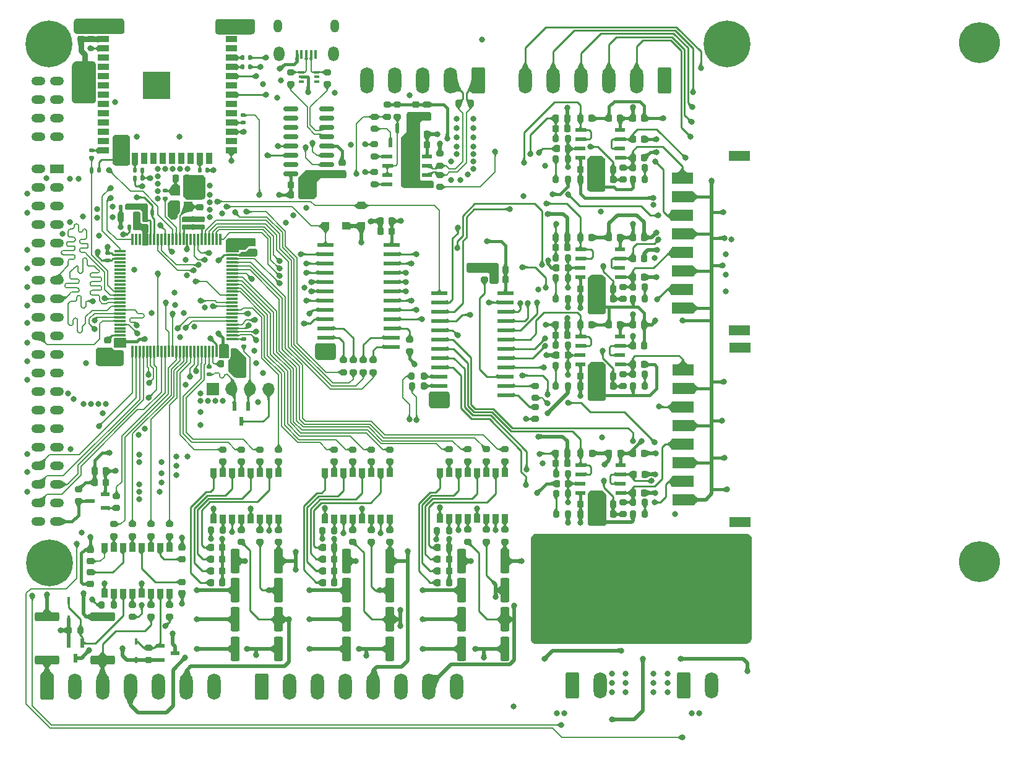
<source format=gbr>
%TF.GenerationSoftware,KiCad,Pcbnew,8.0.4*%
%TF.CreationDate,2024-10-07T12:30:42+07:00*%
%TF.ProjectId,System_Control,53797374-656d-45f4-936f-6e74726f6c2e,rev?*%
%TF.SameCoordinates,Original*%
%TF.FileFunction,Copper,L1,Top*%
%TF.FilePolarity,Positive*%
%FSLAX46Y46*%
G04 Gerber Fmt 4.6, Leading zero omitted, Abs format (unit mm)*
G04 Created by KiCad (PCBNEW 8.0.4) date 2024-10-07 12:30:42*
%MOMM*%
%LPD*%
G01*
G04 APERTURE LIST*
G04 Aperture macros list*
%AMRoundRect*
0 Rectangle with rounded corners*
0 $1 Rounding radius*
0 $2 $3 $4 $5 $6 $7 $8 $9 X,Y pos of 4 corners*
0 Add a 4 corners polygon primitive as box body*
4,1,4,$2,$3,$4,$5,$6,$7,$8,$9,$2,$3,0*
0 Add four circle primitives for the rounded corners*
1,1,$1+$1,$2,$3*
1,1,$1+$1,$4,$5*
1,1,$1+$1,$6,$7*
1,1,$1+$1,$8,$9*
0 Add four rect primitives between the rounded corners*
20,1,$1+$1,$2,$3,$4,$5,0*
20,1,$1+$1,$4,$5,$6,$7,0*
20,1,$1+$1,$6,$7,$8,$9,0*
20,1,$1+$1,$8,$9,$2,$3,0*%
G04 Aperture macros list end*
%TA.AperFunction,SMDPad,CuDef*%
%ADD10RoundRect,0.200000X-0.275000X0.200000X-0.275000X-0.200000X0.275000X-0.200000X0.275000X0.200000X0*%
%TD*%
%TA.AperFunction,SMDPad,CuDef*%
%ADD11RoundRect,0.225000X0.225000X0.250000X-0.225000X0.250000X-0.225000X-0.250000X0.225000X-0.250000X0*%
%TD*%
%TA.AperFunction,SMDPad,CuDef*%
%ADD12RoundRect,0.200000X0.200000X0.275000X-0.200000X0.275000X-0.200000X-0.275000X0.200000X-0.275000X0*%
%TD*%
%TA.AperFunction,SMDPad,CuDef*%
%ADD13RoundRect,0.218750X0.218750X0.256250X-0.218750X0.256250X-0.218750X-0.256250X0.218750X-0.256250X0*%
%TD*%
%TA.AperFunction,SMDPad,CuDef*%
%ADD14RoundRect,0.140000X-0.170000X0.140000X-0.170000X-0.140000X0.170000X-0.140000X0.170000X0.140000X0*%
%TD*%
%TA.AperFunction,SMDPad,CuDef*%
%ADD15RoundRect,0.135000X-0.135000X-0.185000X0.135000X-0.185000X0.135000X0.185000X-0.135000X0.185000X0*%
%TD*%
%TA.AperFunction,SMDPad,CuDef*%
%ADD16RoundRect,0.225000X-0.225000X-0.250000X0.225000X-0.250000X0.225000X0.250000X-0.225000X0.250000X0*%
%TD*%
%TA.AperFunction,SMDPad,CuDef*%
%ADD17RoundRect,0.225000X-0.250000X0.225000X-0.250000X-0.225000X0.250000X-0.225000X0.250000X0.225000X0*%
%TD*%
%TA.AperFunction,SMDPad,CuDef*%
%ADD18RoundRect,0.200000X-0.200000X-0.275000X0.200000X-0.275000X0.200000X0.275000X-0.200000X0.275000X0*%
%TD*%
%TA.AperFunction,SMDPad,CuDef*%
%ADD19RoundRect,0.225000X0.250000X-0.225000X0.250000X0.225000X-0.250000X0.225000X-0.250000X-0.225000X0*%
%TD*%
%TA.AperFunction,SMDPad,CuDef*%
%ADD20R,1.460500X0.533400*%
%TD*%
%TA.AperFunction,SMDPad,CuDef*%
%ADD21R,0.450000X1.300000*%
%TD*%
%TA.AperFunction,ComponentPad*%
%ADD22O,1.150000X1.800000*%
%TD*%
%TA.AperFunction,ComponentPad*%
%ADD23O,1.450000X2.000000*%
%TD*%
%TA.AperFunction,SMDPad,CuDef*%
%ADD24R,3.000000X1.400000*%
%TD*%
%TA.AperFunction,SMDPad,CuDef*%
%ADD25R,3.000000X1.500000*%
%TD*%
%TA.AperFunction,SMDPad,CuDef*%
%ADD26RoundRect,0.218750X-0.256250X0.218750X-0.256250X-0.218750X0.256250X-0.218750X0.256250X0.218750X0*%
%TD*%
%TA.AperFunction,SMDPad,CuDef*%
%ADD27RoundRect,0.140000X-0.140000X-0.170000X0.140000X-0.170000X0.140000X0.170000X-0.140000X0.170000X0*%
%TD*%
%TA.AperFunction,SMDPad,CuDef*%
%ADD28RoundRect,0.200000X0.275000X-0.200000X0.275000X0.200000X-0.275000X0.200000X-0.275000X-0.200000X0*%
%TD*%
%TA.AperFunction,SMDPad,CuDef*%
%ADD29RoundRect,0.075000X-0.075000X0.725000X-0.075000X-0.725000X0.075000X-0.725000X0.075000X0.725000X0*%
%TD*%
%TA.AperFunction,SMDPad,CuDef*%
%ADD30RoundRect,0.075000X-0.725000X0.075000X-0.725000X-0.075000X0.725000X-0.075000X0.725000X0.075000X0*%
%TD*%
%TA.AperFunction,SMDPad,CuDef*%
%ADD31RoundRect,0.250000X-0.300000X-0.300000X0.300000X-0.300000X0.300000X0.300000X-0.300000X0.300000X0*%
%TD*%
%TA.AperFunction,SMDPad,CuDef*%
%ADD32RoundRect,0.250000X-0.362500X-1.425000X0.362500X-1.425000X0.362500X1.425000X-0.362500X1.425000X0*%
%TD*%
%TA.AperFunction,SMDPad,CuDef*%
%ADD33RoundRect,0.135000X0.185000X-0.135000X0.185000X0.135000X-0.185000X0.135000X-0.185000X-0.135000X0*%
%TD*%
%TA.AperFunction,SMDPad,CuDef*%
%ADD34RoundRect,0.140000X0.170000X-0.140000X0.170000X0.140000X-0.170000X0.140000X-0.170000X-0.140000X0*%
%TD*%
%TA.AperFunction,ComponentPad*%
%ADD35RoundRect,0.250000X0.650000X1.550000X-0.650000X1.550000X-0.650000X-1.550000X0.650000X-1.550000X0*%
%TD*%
%TA.AperFunction,ComponentPad*%
%ADD36O,1.800000X3.600000*%
%TD*%
%TA.AperFunction,SMDPad,CuDef*%
%ADD37R,0.355600X0.914400*%
%TD*%
%TA.AperFunction,SMDPad,CuDef*%
%ADD38R,0.736600X0.355600*%
%TD*%
%TA.AperFunction,SMDPad,CuDef*%
%ADD39R,0.812800X1.193800*%
%TD*%
%TA.AperFunction,SMDPad,CuDef*%
%ADD40RoundRect,0.218750X0.256250X-0.218750X0.256250X0.218750X-0.256250X0.218750X-0.256250X-0.218750X0*%
%TD*%
%TA.AperFunction,SMDPad,CuDef*%
%ADD41RoundRect,0.135000X-0.185000X0.135000X-0.185000X-0.135000X0.185000X-0.135000X0.185000X0.135000X0*%
%TD*%
%TA.AperFunction,ComponentPad*%
%ADD42RoundRect,0.250000X-0.650000X-1.550000X0.650000X-1.550000X0.650000X1.550000X-0.650000X1.550000X0*%
%TD*%
%TA.AperFunction,ComponentPad*%
%ADD43C,0.800000*%
%TD*%
%TA.AperFunction,ComponentPad*%
%ADD44C,6.400000*%
%TD*%
%TA.AperFunction,SMDPad,CuDef*%
%ADD45R,1.500000X0.900000*%
%TD*%
%TA.AperFunction,SMDPad,CuDef*%
%ADD46R,0.900000X1.500000*%
%TD*%
%TA.AperFunction,SMDPad,CuDef*%
%ADD47R,0.900000X0.900000*%
%TD*%
%TA.AperFunction,HeatsinkPad*%
%ADD48C,0.600000*%
%TD*%
%TA.AperFunction,SMDPad,CuDef*%
%ADD49R,3.800000X3.800000*%
%TD*%
%TA.AperFunction,SMDPad,CuDef*%
%ADD50R,0.533400X1.168400*%
%TD*%
%TA.AperFunction,SMDPad,CuDef*%
%ADD51R,1.168400X0.533400*%
%TD*%
%TA.AperFunction,SMDPad,CuDef*%
%ADD52R,1.200000X1.400000*%
%TD*%
%TA.AperFunction,SMDPad,CuDef*%
%ADD53RoundRect,0.140000X0.140000X0.170000X-0.140000X0.170000X-0.140000X-0.170000X0.140000X-0.170000X0*%
%TD*%
%TA.AperFunction,SMDPad,CuDef*%
%ADD54R,2.311400X0.558800*%
%TD*%
%TA.AperFunction,SMDPad,CuDef*%
%ADD55RoundRect,0.250000X-1.425000X0.362500X-1.425000X-0.362500X1.425000X-0.362500X1.425000X0.362500X0*%
%TD*%
%TA.AperFunction,SMDPad,CuDef*%
%ADD56RoundRect,0.135000X0.135000X0.185000X-0.135000X0.185000X-0.135000X-0.185000X0.135000X-0.185000X0*%
%TD*%
%TA.AperFunction,SMDPad,CuDef*%
%ADD57RoundRect,0.250000X-0.300000X0.300000X-0.300000X-0.300000X0.300000X-0.300000X0.300000X0.300000X0*%
%TD*%
%TA.AperFunction,SMDPad,CuDef*%
%ADD58RoundRect,0.218750X-0.218750X-0.381250X0.218750X-0.381250X0.218750X0.381250X-0.218750X0.381250X0*%
%TD*%
%TA.AperFunction,SMDPad,CuDef*%
%ADD59RoundRect,0.150000X0.825000X0.150000X-0.825000X0.150000X-0.825000X-0.150000X0.825000X-0.150000X0*%
%TD*%
%TA.AperFunction,ComponentPad*%
%ADD60C,3.600000*%
%TD*%
%TA.AperFunction,ConnectorPad*%
%ADD61C,5.600000*%
%TD*%
%TA.AperFunction,ComponentPad*%
%ADD62R,1.900000X1.200000*%
%TD*%
%TA.AperFunction,ComponentPad*%
%ADD63O,1.900000X1.200000*%
%TD*%
%TA.AperFunction,ComponentPad*%
%ADD64R,1.700000X1.700000*%
%TD*%
%TA.AperFunction,ComponentPad*%
%ADD65O,1.700000X1.700000*%
%TD*%
%TA.AperFunction,ViaPad*%
%ADD66C,0.800000*%
%TD*%
%TA.AperFunction,Conductor*%
%ADD67C,0.254000*%
%TD*%
%TA.AperFunction,Conductor*%
%ADD68C,0.381000*%
%TD*%
%TA.AperFunction,Conductor*%
%ADD69C,0.203200*%
%TD*%
%TA.AperFunction,Conductor*%
%ADD70C,0.508000*%
%TD*%
%TA.AperFunction,Conductor*%
%ADD71C,0.762000*%
%TD*%
%TA.AperFunction,Conductor*%
%ADD72C,0.250000*%
%TD*%
G04 APERTURE END LIST*
D10*
%TO.P,R172,1*%
%TO.N,Net-(R172-Pad1)*%
X169588600Y-169879400D03*
%TO.P,R172,2*%
%TO.N,BAT_BAL_14*%
X169588600Y-171529400D03*
%TD*%
D11*
%TO.P,C75,1*%
%TO.N,GNDA*%
X229941700Y-157496000D03*
%TO.P,C75,2*%
%TO.N,-9V*%
X228391700Y-157496000D03*
%TD*%
D10*
%TO.P,R177,1*%
%TO.N,Net-(R177-Pad1)*%
X202317400Y-159643200D03*
%TO.P,R177,2*%
%TO.N,BAT_BAL_5*%
X202317400Y-161293200D03*
%TD*%
D12*
%TO.P,R127,1*%
%TO.N,Net-(R127-Pad1)*%
X210393600Y-159731200D03*
%TO.P,R127,2*%
%TO.N,BAT_BAL_4*%
X208743600Y-159731200D03*
%TD*%
%TO.P,R128,1*%
%TO.N,Net-(R128-Pad1)*%
X179457400Y-159643200D03*
%TO.P,R128,2*%
%TO.N,BAT_BAL_12*%
X177807400Y-159643200D03*
%TD*%
D10*
%TO.P,R120,1*%
%TO.N,BAL_2*%
X215473600Y-148600600D03*
%TO.P,R120,2*%
%TO.N,Net-(R120-Pad2)*%
X215473600Y-150250600D03*
%TD*%
D13*
%TO.P,D17,1,K*%
%TO.N,GNDA*%
X179382400Y-163650198D03*
%TO.P,D17,2,A*%
%TO.N,Net-(D17-A)*%
X177807400Y-163650198D03*
%TD*%
D14*
%TO.P,C28,1*%
%TO.N,GNDA*%
X168806600Y-117214200D03*
%TO.P,C28,2*%
%TO.N,VDDA*%
X168806600Y-118174200D03*
%TD*%
D11*
%TO.P,C95,1*%
%TO.N,GNDA*%
X226551200Y-132959600D03*
%TO.P,C95,2*%
%TO.N,+3V3_O*%
X225001200Y-132959600D03*
%TD*%
D10*
%TO.P,R125,1*%
%TO.N,BAL_11*%
X181997400Y-148619600D03*
%TO.P,R125,2*%
%TO.N,Net-(R125-Pad2)*%
X181997400Y-150269600D03*
%TD*%
D12*
%TO.P,R168,1*%
%TO.N,Net-(Q16-G)*%
X159964399Y-173371000D03*
%TO.P,R168,2*%
%TO.N,Net-(D51-A)*%
X158314399Y-173371000D03*
%TD*%
D10*
%TO.P,R85,1*%
%TO.N,NTC_8-*%
X234188950Y-110049800D03*
%TO.P,R85,2*%
%TO.N,+3V3_O*%
X234188950Y-111699800D03*
%TD*%
D15*
%TO.P,R11,1*%
%TO.N,Net-(U1-RXD0{slash}IO3)*%
X182150300Y-96282000D03*
%TO.P,R11,2*%
%TO.N,U0_N*%
X183170300Y-96282000D03*
%TD*%
D10*
%TO.P,R126,1*%
%TO.N,BAL_12*%
X179457400Y-148619600D03*
%TO.P,R126,2*%
%TO.N,Net-(R126-Pad2)*%
X179457400Y-150269600D03*
%TD*%
D16*
%TO.P,C155,1*%
%TO.N,GNDA*%
X200995400Y-117350400D03*
%TO.P,C155,2*%
%TO.N,+3V3_O*%
X202545400Y-117350400D03*
%TD*%
D12*
%TO.P,R55,1*%
%TO.N,Net-(R55-Pad1)*%
X237191200Y-126356600D03*
%TO.P,R55,2*%
%TO.N,NTC_6-*%
X235541200Y-126356600D03*
%TD*%
%TO.P,R68,1*%
%TO.N,GNDA*%
X226656950Y-111699800D03*
%TO.P,R68,2*%
%TO.N,Net-(R67-Pad1)*%
X225006950Y-111699800D03*
%TD*%
D11*
%TO.P,C91,1*%
%TO.N,GNDA*%
X226551200Y-131537200D03*
%TO.P,C91,2*%
%TO.N,+3V3_O*%
X225001200Y-131537200D03*
%TD*%
D16*
%TO.P,C40,1*%
%TO.N,GNDA*%
X205828350Y-105451400D03*
%TO.P,C40,2*%
%TO.N,+5V*%
X207378350Y-105451400D03*
%TD*%
D11*
%TO.P,C63,1*%
%TO.N,GNDA*%
X229941700Y-149139400D03*
%TO.P,C63,2*%
%TO.N,NTC_BAT1*%
X228391700Y-149139400D03*
%TD*%
D10*
%TO.P,R166,1*%
%TO.N,Net-(R166-Pad1)*%
X167048600Y-169879400D03*
%TO.P,R166,2*%
%TO.N,BAT_BAL_15*%
X167048600Y-171529400D03*
%TD*%
D12*
%TO.P,R77,1*%
%TO.N,Net-(R77-Pad1)*%
X237191200Y-138320000D03*
%TO.P,R77,2*%
%TO.N,NTC_4-*%
X235541200Y-138320000D03*
%TD*%
D17*
%TO.P,C13,1*%
%TO.N,Net-(U2-V3)*%
X195738800Y-109380600D03*
%TO.P,C13,2*%
%TO.N,GNDA*%
X195738800Y-110930600D03*
%TD*%
D18*
%TO.P,R65,1*%
%TO.N,Net-(R65-Pad1)*%
X225001200Y-137111600D03*
%TO.P,R65,2*%
%TO.N,NTC_3-*%
X226651200Y-137111600D03*
%TD*%
D13*
%TO.P,D38,1,K*%
%TO.N,GNDA*%
X194697400Y-165244664D03*
%TO.P,D38,2,A*%
%TO.N,Net-(D38-A)*%
X193122400Y-165244664D03*
%TD*%
D11*
%TO.P,C128,1*%
%TO.N,GNDA*%
X229927800Y-110328200D03*
%TO.P,C128,2*%
%TO.N,-9V*%
X228377800Y-110328200D03*
%TD*%
D19*
%TO.P,C18,1*%
%TO.N,GNDA*%
X183394400Y-121724000D03*
%TO.P,C18,2*%
%TO.N,VBAT*%
X183394400Y-120174000D03*
%TD*%
D20*
%TO.P,U5,1,RO*%
%TO.N,Net-(U5-RO)*%
X201930050Y-108524800D03*
%TO.P,U5,2,\u002ARE*%
%TO.N,Net-(Q4-C)*%
X201930050Y-109794800D03*
%TO.P,U5,3,DE*%
X201930050Y-111064800D03*
%TO.P,U5,4,DI*%
%TO.N,Net-(U5-DI)*%
X201930050Y-112334800D03*
%TO.P,U5,5,GND*%
%TO.N,GNDA*%
X207378350Y-112334800D03*
%TO.P,U5,6,A*%
%TO.N,RS485_P*%
X207378350Y-111064800D03*
%TO.P,U5,7,B*%
%TO.N,RS485_N*%
X207378350Y-109794800D03*
%TO.P,U5,8,VCC*%
%TO.N,+5V*%
X207378350Y-108524800D03*
%TD*%
D10*
%TO.P,R133,1*%
%TO.N,Net-(R133-Pad1)*%
X212933600Y-159624200D03*
%TO.P,R133,2*%
%TO.N,BAT_BAL_3*%
X212933600Y-161274200D03*
%TD*%
D11*
%TO.P,C80,1*%
%TO.N,GNDA*%
X229922050Y-126635000D03*
%TO.P,C80,2*%
%TO.N,-9V*%
X228372050Y-126635000D03*
%TD*%
D21*
%TO.P,J2,1,VBUS*%
%TO.N,unconnected-(J2-VBUS-Pad1)*%
X192150600Y-94544000D03*
%TO.P,J2,2,D-*%
%TO.N,/ESP32/D_N*%
X191500600Y-94544000D03*
%TO.P,J2,3,D+*%
%TO.N,/ESP32/D_P*%
X190850600Y-94544000D03*
%TO.P,J2,4,ID*%
%TO.N,unconnected-(J2-ID-Pad4)*%
X190200600Y-94544000D03*
%TO.P,J2,5,GND*%
%TO.N,GNDA*%
X189550600Y-94544000D03*
D22*
%TO.P,J2,6,Shield*%
X194725600Y-90694000D03*
D23*
X194575600Y-94494000D03*
X187125600Y-94494000D03*
D22*
X186975600Y-90694000D03*
%TD*%
D24*
%TO.P,J7,*%
%TO.N,*%
X250196400Y-158561400D03*
X250196400Y-134661400D03*
D25*
%TO.P,J7,1,Pin_1*%
%TO.N,NTC_4-*%
X242396400Y-137721400D03*
%TO.P,J7,2,Pin_2*%
%TO.N,+3V3_O*%
X242396400Y-140261400D03*
%TO.P,J7,3,Pin_3*%
%TO.N,NTC_3-*%
X242396400Y-142801400D03*
%TO.P,J7,4,Pin_4*%
%TO.N,+3V3_O*%
X242396400Y-145341400D03*
%TO.P,J7,5,Pin_5*%
%TO.N,NTC_2-*%
X242396400Y-147881400D03*
%TO.P,J7,6,Pin_6*%
%TO.N,+3V3_O*%
X242396400Y-150421400D03*
%TO.P,J7,7,Pin_7*%
%TO.N,NTC_1-*%
X242396400Y-152961400D03*
%TO.P,J7,8,Pin_8*%
%TO.N,+3V3_O*%
X242396400Y-155501400D03*
%TD*%
D26*
%TO.P,D43,1,K*%
%TO.N,GNDA*%
X161346334Y-162340500D03*
%TO.P,D43,2,A*%
%TO.N,Net-(D43-A)*%
X161346334Y-163915500D03*
%TD*%
D10*
%TO.P,R35,1*%
%TO.N,UART4_TX*%
X200197400Y-110684800D03*
%TO.P,R35,2*%
%TO.N,Net-(U5-DI)*%
X200197400Y-112334800D03*
%TD*%
%TO.P,R145,1*%
%TO.N,Net-(R145-Pad1)*%
X218013600Y-159624200D03*
%TO.P,R145,2*%
%TO.N,BAT_BAL_1*%
X218013600Y-161274200D03*
%TD*%
D27*
%TO.P,C27,1*%
%TO.N,GNDA*%
X166631300Y-118174200D03*
%TO.P,C27,2*%
%TO.N,VDDA*%
X167591300Y-118174200D03*
%TD*%
D13*
%TO.P,D13,1,K*%
%TO.N,GNDA*%
X210393600Y-163649400D03*
%TO.P,D13,2,A*%
%TO.N,Net-(D13-A)*%
X208818600Y-163649400D03*
%TD*%
D10*
%TO.P,R151,1*%
%TO.N,BAL_5*%
X202317400Y-148619600D03*
%TO.P,R151,2*%
%TO.N,Net-(R151-Pad2)*%
X202317400Y-150269600D03*
%TD*%
%TO.P,R140,1*%
%TO.N,Net-(R140-Pad1)*%
X184537400Y-159643200D03*
%TO.P,R140,2*%
%TO.N,BAT_BAL_10*%
X184537400Y-161293200D03*
%TD*%
D12*
%TO.P,R79,1*%
%TO.N,Net-(R79-Pad1)*%
X237196950Y-110049800D03*
%TO.P,R79,2*%
%TO.N,NTC_8-*%
X235546950Y-110049800D03*
%TD*%
D28*
%TO.P,R191,1*%
%TO.N,ADC1_IN2_S3*%
X222192000Y-144452200D03*
%TO.P,R191,2*%
%TO.N,Net-(U19-S3)*%
X222192000Y-142802200D03*
%TD*%
D29*
%TO.P,U3,1,PE2*%
%TO.N,ADC1_IN2_S2*%
X179056600Y-119849000D03*
%TO.P,U3,2,PE3*%
%TO.N,ADC1_IN2_S1*%
X178556600Y-119849000D03*
%TO.P,U3,3,PE4*%
%TO.N,ADC1_IN2_S0*%
X178056600Y-119849000D03*
%TO.P,U3,4,PE5*%
%TO.N,ADC1_IN1_S3*%
X177556600Y-119849000D03*
%TO.P,U3,5,PE6*%
%TO.N,ADC1_IN1_S2*%
X177056600Y-119849000D03*
%TO.P,U3,6,VBAT*%
%TO.N,VBAT*%
X176556600Y-119849000D03*
%TO.P,U3,7,PC13*%
%TO.N,ADC1_IN1_S0*%
X176056600Y-119849000D03*
%TO.P,U3,8,PC14*%
%TO.N,ADC1_IN1_S1*%
X175556600Y-119849000D03*
%TO.P,U3,9,PC15*%
%TO.N,unconnected-(U3A-PC15-Pad9)*%
X175056600Y-119849000D03*
%TO.P,U3,10,VSS*%
%TO.N,GNDA*%
X174556600Y-119849000D03*
%TO.P,U3,11,VDD*%
%TO.N,VBAT*%
X174056600Y-119849000D03*
%TO.P,U3,12,PH0*%
%TO.N,/STM32F407VET6/OSC-IN*%
X173556600Y-119849000D03*
%TO.P,U3,13,PH1*%
%TO.N,/STM32F407VET6/OSC-OUT*%
X173056600Y-119849000D03*
%TO.P,U3,14,NRST*%
%TO.N,/STM32F407VET6/NRST*%
X172556600Y-119849000D03*
%TO.P,U3,15,PC0*%
%TO.N,/STM32F407VET6/LED_TEST*%
X172056600Y-119849000D03*
%TO.P,U3,16,PC1*%
%TO.N,/STM32F407VET6/LED_STATUS*%
X171556600Y-119849000D03*
%TO.P,U3,17,PC2*%
%TO.N,DISCHARGE*%
X171056600Y-119849000D03*
%TO.P,U3,18,PC3*%
%TO.N,CHARGE*%
X170556600Y-119849000D03*
%TO.P,U3,19,VDD*%
%TO.N,VBAT*%
X170056600Y-119849000D03*
%TO.P,U3,20,VSSA*%
%TO.N,GNDA*%
X169556600Y-119849000D03*
%TO.P,U3,21,VREF+*%
%TO.N,VDDA*%
X169056600Y-119849000D03*
%TO.P,U3,22,VDDA*%
X168556600Y-119849000D03*
%TO.P,U3,23,PA0*%
%TO.N,unconnected-(U3A-PA0-Pad23)*%
X168056600Y-119849000D03*
%TO.P,U3,24,PA1*%
%TO.N,unconnected-(U3A-PA1-Pad24)*%
X167556600Y-119849000D03*
%TO.P,U3,25,PA2*%
%TO.N,ADC1_IN1*%
X167056600Y-119849000D03*
D30*
%TO.P,U3,26,PA3*%
%TO.N,ADC1_IN2*%
X165381600Y-121524000D03*
%TO.P,U3,27,VSS*%
%TO.N,GNDA*%
X165381600Y-122024000D03*
%TO.P,U3,28,VDD*%
%TO.N,VBAT*%
X165381600Y-122524000D03*
%TO.P,U3,29,PA4*%
%TO.N,unconnected-(U3A-PA4-Pad29)*%
X165381600Y-123024000D03*
%TO.P,U3,30,PA5*%
%TO.N,unconnected-(U3A-PA5-Pad30)*%
X165381600Y-123524000D03*
%TO.P,U3,31,PA6*%
%TO.N,unconnected-(U3A-PA6-Pad31)*%
X165381600Y-124024000D03*
%TO.P,U3,32,PA7*%
%TO.N,unconnected-(U3A-PA7-Pad32)*%
X165381600Y-124524000D03*
%TO.P,U3,33,PC4*%
%TO.N,unconnected-(U3A-PC4-Pad33)*%
X165381600Y-125024000D03*
%TO.P,U3,34,PC5*%
%TO.N,unconnected-(U3A-PC5-Pad34)*%
X165381600Y-125524000D03*
%TO.P,U3,35,PB0*%
%TO.N,unconnected-(U3A-PB0-Pad35)*%
X165381600Y-126024000D03*
%TO.P,U3,36,PB1*%
%TO.N,unconnected-(U3A-PB1-Pad36)*%
X165381600Y-126524000D03*
%TO.P,U3,37,PB2*%
%TO.N,/STM32F407VET6/BOOT1*%
X165381600Y-127024000D03*
%TO.P,U3,38,PE7*%
%TO.N,FSMC_D4*%
X165381600Y-127524000D03*
%TO.P,U3,39,PE8*%
%TO.N,FSMC_D5*%
X165381600Y-128024000D03*
%TO.P,U3,40,PE9*%
%TO.N,FSMC_D6*%
X165381600Y-128524000D03*
%TO.P,U3,41,PE10*%
%TO.N,FSMC_D7*%
X165381600Y-129024000D03*
%TO.P,U3,42,PE11*%
%TO.N,FSMC_D8*%
X165381600Y-129524000D03*
%TO.P,U3,43,PE12*%
%TO.N,FSMC_D9*%
X165381600Y-130024000D03*
%TO.P,U3,44,PE13*%
%TO.N,FSMC_D10*%
X165381600Y-130524000D03*
%TO.P,U3,45,PE14*%
%TO.N,FSMC_D11*%
X165381600Y-131024000D03*
%TO.P,U3,46,PE15*%
%TO.N,FSMC_D12*%
X165381600Y-131524000D03*
%TO.P,U3,47,PB10*%
%TO.N,unconnected-(U3A-PB10-Pad47)*%
X165381600Y-132024000D03*
%TO.P,U3,48,PB11*%
%TO.N,unconnected-(U3A-PB11-Pad48)*%
X165381600Y-132524000D03*
%TO.P,U3,49,VCAP_1*%
%TO.N,Net-(U3C-VCAP_1)*%
X165381600Y-133024000D03*
%TO.P,U3,50,VDD*%
%TO.N,VBAT*%
X165381600Y-133524000D03*
D29*
%TO.P,U3,51,PB12*%
%TO.N,SPI2_CS*%
X167056600Y-135199000D03*
%TO.P,U3,52,PB13*%
%TO.N,SPI2_SCK*%
X167556600Y-135199000D03*
%TO.P,U3,53,PB14*%
%TO.N,SPI2_MISO*%
X168056600Y-135199000D03*
%TO.P,U3,54,PB15*%
%TO.N,SPI2_MOSI*%
X168556600Y-135199000D03*
%TO.P,U3,55,PD8*%
%TO.N,FSMC_D13*%
X169056600Y-135199000D03*
%TO.P,U3,56,PD9*%
%TO.N,FSMC_D14*%
X169556600Y-135199000D03*
%TO.P,U3,57,PD10*%
%TO.N,FSMC_D15*%
X170056600Y-135199000D03*
%TO.P,U3,58,PD11*%
%TO.N,FSMC_A16*%
X170556600Y-135199000D03*
%TO.P,U3,59,PD12*%
%TO.N,TOUCH_IRQ*%
X171056600Y-135199000D03*
%TO.P,U3,60,PD13*%
%TO.N,CONTROL_BACKLIGHT*%
X171556600Y-135199000D03*
%TO.P,U3,61,PD14*%
%TO.N,FSMC_D0*%
X172056600Y-135199000D03*
%TO.P,U3,62,PD15*%
%TO.N,FSMC_D1*%
X172556600Y-135199000D03*
%TO.P,U3,63,PC6*%
%TO.N,BAL_16*%
X173056600Y-135199000D03*
%TO.P,U3,64,PC7*%
%TO.N,BAL_15*%
X173556600Y-135199000D03*
%TO.P,U3,65,PC8*%
%TO.N,BAL_14*%
X174056600Y-135199000D03*
%TO.P,U3,66,PC9*%
%TO.N,BAL_13*%
X174556600Y-135199000D03*
%TO.P,U3,67,PA8*%
%TO.N,BAL_12*%
X175056600Y-135199000D03*
%TO.P,U3,68,PA9*%
%TO.N,UART1_TX*%
X175556600Y-135199000D03*
%TO.P,U3,69,PA10*%
%TO.N,UART1_RX*%
X176056600Y-135199000D03*
%TO.P,U3,70,PA11*%
%TO.N,BAL_11*%
X176556600Y-135199000D03*
%TO.P,U3,71,PA12*%
%TO.N,BAL_10*%
X177056600Y-135199000D03*
%TO.P,U3,72,PA13*%
%TO.N,SWDIO*%
X177556600Y-135199000D03*
%TO.P,U3,73,VCAP_2*%
%TO.N,Net-(U3C-VCAP_2)*%
X178056600Y-135199000D03*
%TO.P,U3,74,VSS*%
%TO.N,GNDA*%
X178556600Y-135199000D03*
%TO.P,U3,75,VDD*%
%TO.N,VBAT*%
X179056600Y-135199000D03*
D30*
%TO.P,U3,76,PA14*%
%TO.N,SWCLK*%
X180731600Y-133524000D03*
%TO.P,U3,77,PA15*%
%TO.N,RS485_CONTROL*%
X180731600Y-133024000D03*
%TO.P,U3,78,PC10*%
%TO.N,UART4_TX*%
X180731600Y-132524000D03*
%TO.P,U3,79,PC11*%
%TO.N,UART4_RX*%
X180731600Y-132024000D03*
%TO.P,U3,80,PC12*%
%TO.N,UART5_TX*%
X180731600Y-131524000D03*
%TO.P,U3,81,PD0*%
%TO.N,FSMC_D2*%
X180731600Y-131024000D03*
%TO.P,U3,82,PD1*%
%TO.N,FSMC_D3*%
X180731600Y-130524000D03*
%TO.P,U3,83,PD2*%
%TO.N,UART5_RX*%
X180731600Y-130024000D03*
%TO.P,U3,84,PD3*%
%TO.N,BAL_9*%
X180731600Y-129524000D03*
%TO.P,U3,85,PD4*%
%TO.N,FSMC_NOE*%
X180731600Y-129024000D03*
%TO.P,U3,86,PD5*%
%TO.N,FSMC_NWE*%
X180731600Y-128524000D03*
%TO.P,U3,87,PD6*%
%TO.N,unconnected-(U3A-PD6-Pad87)*%
X180731600Y-128024000D03*
%TO.P,U3,88,PD7*%
%TO.N,FSMC_NE1*%
X180731600Y-127524000D03*
%TO.P,U3,89,PB3*%
%TO.N,BAL_8*%
X180731600Y-127024000D03*
%TO.P,U3,90,PB4*%
%TO.N,BAL_7*%
X180731600Y-126524000D03*
%TO.P,U3,91,PB5*%
%TO.N,BAL_6*%
X180731600Y-126024000D03*
%TO.P,U3,92,PB6*%
%TO.N,BAL_5*%
X180731600Y-125524000D03*
%TO.P,U3,93,PB7*%
%TO.N,BAL_4*%
X180731600Y-125024000D03*
%TO.P,U3,94,BOOT0*%
%TO.N,/STM32F407VET6/BOOT0*%
X180731600Y-124524000D03*
%TO.P,U3,95,PB8*%
%TO.N,BAL_3*%
X180731600Y-124024000D03*
%TO.P,U3,96,PB9*%
%TO.N,BAL_2*%
X180731600Y-123524000D03*
%TO.P,U3,97,PE0*%
%TO.N,BAL_1*%
X180731600Y-123024000D03*
%TO.P,U3,98,PE1*%
%TO.N,ADC1_IN2_S3*%
X180731600Y-122524000D03*
%TO.P,U3,99,VSS*%
%TO.N,GNDA*%
X180731600Y-122024000D03*
%TO.P,U3,100,VDD*%
%TO.N,VBAT*%
X180731600Y-121524000D03*
%TD*%
D11*
%TO.P,C120,1*%
%TO.N,GNDA*%
X237096950Y-106188000D03*
%TO.P,C120,2*%
%TO.N,NTC_BAT8*%
X235546950Y-106188000D03*
%TD*%
D13*
%TO.P,D37,1,K*%
%TO.N,GNDA*%
X194697400Y-163650198D03*
%TO.P,D37,2,A*%
%TO.N,Net-(D37-A)*%
X193122400Y-163650198D03*
%TD*%
D10*
%TO.P,R165,1*%
%TO.N,Net-(R165-Pad1)*%
X197237400Y-159643200D03*
%TO.P,R165,2*%
%TO.N,BAT_BAL_7*%
X197237400Y-161293200D03*
%TD*%
D31*
%TO.P,D60,1,K*%
%TO.N,ADC1_IN1*%
X193503000Y-118049800D03*
%TO.P,D60,2,A*%
%TO.N,GNDA*%
X196303000Y-118049800D03*
%TD*%
D19*
%TO.P,C31,1*%
%TO.N,/STM32F407VET6/OSC-IN*%
X176257000Y-115432400D03*
%TO.P,C31,2*%
%TO.N,GNDA*%
X176257000Y-113882400D03*
%TD*%
D32*
%TO.P,R181,1*%
%TO.N,Net-(Q19-D)*%
X196392400Y-163897598D03*
%TO.P,R181,2*%
%TO.N,BAT_BAL_5*%
X202317400Y-163897598D03*
%TD*%
D10*
%TO.P,R146,1*%
%TO.N,Net-(R146-Pad1)*%
X187077400Y-159643200D03*
%TO.P,R146,2*%
%TO.N,BAT_BAL_9*%
X187077400Y-161293200D03*
%TD*%
D33*
%TO.P,R21,1*%
%TO.N,/STM32F407VET6/OSC-OUT*%
X171558000Y-114247200D03*
%TO.P,R21,2*%
%TO.N,Net-(C32-Pad1)*%
X171558000Y-113227200D03*
%TD*%
D28*
%TO.P,R31,1*%
%TO.N,RS485_CONTROL*%
X201922800Y-103089200D03*
%TO.P,R31,2*%
%TO.N,VBAT*%
X201922800Y-101439200D03*
%TD*%
D16*
%TO.P,C159,1*%
%TO.N,GNDA*%
X216566200Y-124018800D03*
%TO.P,C159,2*%
%TO.N,+3V3_O*%
X218116200Y-124018800D03*
%TD*%
D32*
%TO.P,R175,1*%
%TO.N,Net-(Q17-D)*%
X196392400Y-167885398D03*
%TO.P,R175,2*%
%TO.N,BAT_BAL_6*%
X202317400Y-167885398D03*
%TD*%
D18*
%TO.P,R43,1*%
%TO.N,Net-(R43-Pad1)*%
X225001200Y-125148200D03*
%TO.P,R43,2*%
%TO.N,NTC_5-*%
X226651200Y-125148200D03*
%TD*%
D34*
%TO.P,C19,1*%
%TO.N,GNDA*%
X182276800Y-121894000D03*
%TO.P,C19,2*%
%TO.N,VBAT*%
X182276800Y-120934000D03*
%TD*%
D10*
%TO.P,R9,1*%
%TO.N,/ESP32/D_N*%
X193720400Y-96986200D03*
%TO.P,R9,2*%
%TO.N,/ESP32/U_N*%
X193720400Y-98636200D03*
%TD*%
D12*
%TO.P,R66,1*%
%TO.N,GNDA*%
X226651200Y-139970000D03*
%TO.P,R66,2*%
%TO.N,Net-(R65-Pad1)*%
X225001200Y-139970000D03*
%TD*%
D11*
%TO.P,C37,1*%
%TO.N,GNDA*%
X163455400Y-151577800D03*
%TO.P,C37,2*%
%TO.N,+3V3_O*%
X161905400Y-151577800D03*
%TD*%
D35*
%TO.P,J3,1,Pin_1*%
%TO.N,RS485_P*%
X214421800Y-98141201D03*
D36*
%TO.P,J3,2,Pin_2*%
%TO.N,RS485_N*%
X210611800Y-98141201D03*
%TO.P,J3,3,Pin_3*%
%TO.N,UART5_TX*%
X206801800Y-98141201D03*
%TO.P,J3,4,Pin_4*%
%TO.N,UART5_RX*%
X202991800Y-98141201D03*
%TO.P,J3,5,Pin_5*%
%TO.N,GNDA*%
X199181800Y-98141201D03*
%TD*%
D20*
%TO.P,U7,1,1OUT*%
%TO.N,NTC_BAT1*%
X228391700Y-150739600D03*
%TO.P,U7,2,1IN-*%
X228391700Y-152009600D03*
%TO.P,U7,3,1IN+*%
%TO.N,NTC_1-*%
X228391700Y-153279600D03*
%TO.P,U7,4,-*%
%TO.N,-9V*%
X228391700Y-154549600D03*
%TO.P,U7,5,2IN+*%
%TO.N,NTC_2-*%
X233840000Y-154549600D03*
%TO.P,U7,6,2IN-*%
%TO.N,NTC_BAT2*%
X233840000Y-153279600D03*
%TO.P,U7,7,2OUT*%
X233840000Y-152009600D03*
%TO.P,U7,8,+*%
%TO.N,+9V*%
X233840000Y-150739600D03*
%TD*%
%TO.P,U12,1,1OUT*%
%TO.N,NTC_BAT7*%
X228377800Y-104918000D03*
%TO.P,U12,2,1IN-*%
X228377800Y-106188000D03*
%TO.P,U12,3,1IN+*%
%TO.N,NTC_7-*%
X228377800Y-107458000D03*
%TO.P,U12,4,-*%
%TO.N,-9V*%
X228377800Y-108728000D03*
%TO.P,U12,5,2IN+*%
%TO.N,NTC_8-*%
X233826100Y-108728000D03*
%TO.P,U12,6,2IN-*%
%TO.N,NTC_BAT8*%
X233826100Y-107458000D03*
%TO.P,U12,7,2OUT*%
X233826100Y-106188000D03*
%TO.P,U12,8,+*%
%TO.N,+9V*%
X233826100Y-104918000D03*
%TD*%
D28*
%TO.P,R30,1*%
%TO.N,/DISPLAY/BACKLIGHT*%
X159670200Y-155707799D03*
%TO.P,R30,2*%
%TO.N,+3V3_O*%
X159670200Y-154057799D03*
%TD*%
D16*
%TO.P,C156,1*%
%TO.N,GNDA*%
X200995400Y-118747400D03*
%TO.P,C156,2*%
%TO.N,+3V3_O*%
X202545400Y-118747400D03*
%TD*%
D18*
%TO.P,R54,1*%
%TO.N,GNDA*%
X235549050Y-157482400D03*
%TO.P,R54,2*%
%TO.N,Net-(R53-Pad1)*%
X237199050Y-157482400D03*
%TD*%
D13*
%TO.P,D19,1,K*%
%TO.N,GNDA*%
X179382400Y-166843998D03*
%TO.P,D19,2,A*%
%TO.N,Net-(D19-A)*%
X177807400Y-166843998D03*
%TD*%
D27*
%TO.P,C24,1*%
%TO.N,GNDA*%
X168817400Y-116195600D03*
%TO.P,C24,2*%
%TO.N,VBAT*%
X169777400Y-116195600D03*
%TD*%
D37*
%TO.P,D57,1,1*%
%TO.N,Net-(Q20-G)*%
X167544800Y-174945800D03*
%TO.P,D57,2,2*%
%TO.N,Net-(D59-A)*%
X167544800Y-177435000D03*
%TD*%
D20*
%TO.P,U8,1,1OUT*%
%TO.N,NTC_BAT5*%
X228372050Y-121224800D03*
%TO.P,U8,2,1IN-*%
X228372050Y-122494800D03*
%TO.P,U8,3,1IN+*%
%TO.N,NTC_5-*%
X228372050Y-123764800D03*
%TO.P,U8,4,-*%
%TO.N,-9V*%
X228372050Y-125034800D03*
%TO.P,U8,5,2IN+*%
%TO.N,NTC_6-*%
X233820350Y-125034800D03*
%TO.P,U8,6,2IN-*%
%TO.N,NTC_BAT6*%
X233820350Y-123764800D03*
%TO.P,U8,7,2OUT*%
X233820350Y-122494800D03*
%TO.P,U8,8,+*%
%TO.N,+9V*%
X233820350Y-121224800D03*
%TD*%
D35*
%TO.P,J1,1,Pin_1*%
%TO.N,GNDA*%
X239872600Y-98129000D03*
D36*
%TO.P,J1,2,Pin_2*%
%TO.N,-9V*%
X236062600Y-98129000D03*
%TO.P,J1,3,Pin_3*%
%TO.N,+9V*%
X232252600Y-98129000D03*
%TO.P,J1,4,Pin_4*%
%TO.N,+3V3_O*%
X228442600Y-98129000D03*
%TO.P,J1,5,Pin_5*%
%TO.N,VBAT*%
X224632600Y-98129000D03*
%TO.P,J1,6,Pin_6*%
%TO.N,+5V*%
X220822600Y-98129000D03*
%TD*%
D15*
%TO.P,R10,1*%
%TO.N,Net-(U1-TXD0{slash}IO1)*%
X182122900Y-95012000D03*
%TO.P,R10,2*%
%TO.N,U0_P*%
X183142900Y-95012000D03*
%TD*%
D18*
%TO.P,R56,1*%
%TO.N,GNDA*%
X235541200Y-128006600D03*
%TO.P,R56,2*%
%TO.N,Net-(R55-Pad1)*%
X237191200Y-128006600D03*
%TD*%
D11*
%TO.P,C111,1*%
%TO.N,GNDA*%
X229922050Y-131537200D03*
%TO.P,C111,2*%
%TO.N,NTC_BAT3*%
X228372050Y-131537200D03*
%TD*%
D12*
%TO.P,R49,1*%
%TO.N,NTC_5-*%
X226651200Y-122381400D03*
%TO.P,R49,2*%
%TO.N,+3V3_O*%
X225001200Y-122381400D03*
%TD*%
D38*
%TO.P,D6,1*%
%TO.N,/ESP32/D_P*%
X190183200Y-96986200D03*
%TO.P,D6,2*%
%TO.N,GNDA*%
X190183200Y-97646600D03*
%TO.P,D6,3*%
%TO.N,unconnected-(D6-Pad3)*%
X190183200Y-98307000D03*
%TO.P,D6,4*%
%TO.N,unconnected-(D6-Pad4)*%
X192266000Y-98307000D03*
%TO.P,D6,5*%
%TO.N,unconnected-(D6-Pad5)*%
X192266000Y-97646600D03*
%TO.P,D6,6*%
%TO.N,/ESP32/D_N*%
X192266000Y-96986200D03*
%TD*%
D11*
%TO.P,C127,1*%
%TO.N,GNDA*%
X229922050Y-138598400D03*
%TO.P,C127,2*%
%TO.N,-9V*%
X228372050Y-138598400D03*
%TD*%
D10*
%TO.P,R122,1*%
%TO.N,BAL_4*%
X210393600Y-148600600D03*
%TO.P,R122,2*%
%TO.N,Net-(R122-Pad2)*%
X210393600Y-150250600D03*
%TD*%
D20*
%TO.P,U11,1,1OUT*%
%TO.N,NTC_BAT3*%
X228372050Y-133188200D03*
%TO.P,U11,2,1IN-*%
X228372050Y-134458200D03*
%TO.P,U11,3,1IN+*%
%TO.N,NTC_3-*%
X228372050Y-135728200D03*
%TO.P,U11,4,-*%
%TO.N,-9V*%
X228372050Y-136998200D03*
%TO.P,U11,5,2IN+*%
%TO.N,NTC_4-*%
X233820350Y-136998200D03*
%TO.P,U11,6,2IN-*%
%TO.N,NTC_BAT4*%
X233820350Y-135728200D03*
%TO.P,U11,7,2OUT*%
X233820350Y-134458200D03*
%TO.P,U11,8,+*%
%TO.N,+9V*%
X233820350Y-133188200D03*
%TD*%
D11*
%TO.P,C112,1*%
%TO.N,GNDA*%
X229927800Y-103317800D03*
%TO.P,C112,2*%
%TO.N,NTC_BAT7*%
X228377800Y-103317800D03*
%TD*%
D39*
%TO.P,U17,1,A*%
%TO.N,Net-(R155-Pad2)*%
X172128600Y-162042600D03*
%TO.P,U17,2,K*%
%TO.N,Net-(D40-A)*%
X170858600Y-162042600D03*
%TO.P,U17,3,A*%
%TO.N,Net-(R156-Pad2)*%
X169588600Y-162042600D03*
%TO.P,U17,4,K*%
%TO.N,Net-(D41-A)*%
X168318600Y-162042600D03*
%TO.P,U17,5,A*%
%TO.N,Net-(R157-Pad2)*%
X167048600Y-162042600D03*
%TO.P,U17,6,K*%
%TO.N,Net-(D42-A)*%
X165778600Y-162042600D03*
%TO.P,U17,7,A*%
%TO.N,Net-(R158-Pad2)*%
X164508600Y-162042600D03*
%TO.P,U17,8,K*%
%TO.N,Net-(D43-A)*%
X163238600Y-162042600D03*
%TO.P,U17,9,E*%
%TO.N,Net-(Q14-G)*%
X163238600Y-168342598D03*
%TO.P,U17,10,C*%
%TO.N,Net-(R160-Pad1)*%
X164508600Y-168342598D03*
%TO.P,U17,11,E*%
%TO.N,Net-(Q16-G)*%
X165778600Y-168342598D03*
%TO.P,U17,12,C*%
%TO.N,Net-(R166-Pad1)*%
X167048600Y-168342598D03*
%TO.P,U17,13,E*%
%TO.N,Net-(Q18-G)*%
X168318600Y-168342598D03*
%TO.P,U17,14,C*%
%TO.N,Net-(R172-Pad1)*%
X169588600Y-168342598D03*
%TO.P,U17,15,E*%
%TO.N,Net-(Q20-G)*%
X170858600Y-168342598D03*
%TO.P,U17,16,C*%
%TO.N,Net-(R178-Pad1)*%
X172128600Y-168342598D03*
%TD*%
D32*
%TO.P,R137,1*%
%TO.N,Net-(Q7-D)*%
X212088600Y-171872400D03*
%TO.P,R137,2*%
%TO.N,BAT_BAL_3*%
X218013600Y-171872400D03*
%TD*%
D11*
%TO.P,C84,1*%
%TO.N,GNDA*%
X237091200Y-119599200D03*
%TO.P,C84,2*%
%TO.N,+9V*%
X235541200Y-119599200D03*
%TD*%
%TO.P,C132,1*%
%TO.N,GNDA*%
X237096950Y-103317800D03*
%TO.P,C132,2*%
%TO.N,+9V*%
X235546950Y-103317800D03*
%TD*%
D16*
%TO.P,C104,1*%
%TO.N,GNDA*%
X231266750Y-111699800D03*
%TO.P,C104,2*%
%TO.N,+3V3_O*%
X232816750Y-111699800D03*
%TD*%
D28*
%TO.P,R183,1*%
%TO.N,ADC1_IN1_S0*%
X197300000Y-138049600D03*
%TO.P,R183,2*%
%TO.N,Net-(U18-S0)*%
X197300000Y-136399600D03*
%TD*%
D13*
%TO.P,D16,1,K*%
%TO.N,GNDA*%
X179382400Y-162068798D03*
%TO.P,D16,2,A*%
%TO.N,Net-(D16-A)*%
X177807400Y-162068798D03*
%TD*%
D16*
%TO.P,C52,1*%
%TO.N,GNDA*%
X231261000Y-126635000D03*
%TO.P,C52,2*%
%TO.N,+3V3_O*%
X232811000Y-126635000D03*
%TD*%
D19*
%TO.P,C30,1*%
%TO.N,GNDA*%
X163658600Y-135197400D03*
%TO.P,C30,2*%
%TO.N,Net-(U3C-VCAP_1)*%
X163658600Y-133647400D03*
%TD*%
D10*
%TO.P,R158,1*%
%TO.N,BAL_16*%
X164508600Y-158855800D03*
%TO.P,R158,2*%
%TO.N,Net-(R158-Pad2)*%
X164508600Y-160505800D03*
%TD*%
D11*
%TO.P,C29,1*%
%TO.N,GNDA*%
X180732600Y-136922000D03*
%TO.P,C29,2*%
%TO.N,Net-(U3C-VCAP_2)*%
X179182600Y-136922000D03*
%TD*%
D13*
%TO.P,D15,1,K*%
%TO.N,GNDA*%
X210393600Y-166843200D03*
%TO.P,D15,2,A*%
%TO.N,Net-(D15-A)*%
X208818600Y-166843200D03*
%TD*%
D12*
%TO.P,R159,1*%
%TO.N,Net-(R159-Pad1)*%
X194697400Y-159731998D03*
%TO.P,R159,2*%
%TO.N,BAT_BAL_8*%
X193047400Y-159731998D03*
%TD*%
D33*
%TO.P,R23,1*%
%TO.N,/STM32F407VET6/BOOT1*%
X161499600Y-108732000D03*
%TO.P,R23,2*%
%TO.N,CONTROL_BOOT1*%
X161499600Y-107712000D03*
%TD*%
D18*
%TO.P,R78,1*%
%TO.N,GNDA*%
X235541200Y-139970000D03*
%TO.P,R78,2*%
%TO.N,Net-(R77-Pad1)*%
X237191200Y-139970000D03*
%TD*%
D40*
%TO.P,D41,1,K*%
%TO.N,GNDA*%
X173869400Y-168342598D03*
%TO.P,D41,2,A*%
%TO.N,Net-(D41-A)*%
X173869400Y-166767598D03*
%TD*%
D41*
%TO.P,R25,1*%
%TO.N,UART1_RX*%
X182226500Y-102882000D03*
%TO.P,R25,2*%
%TO.N,ESP_TX*%
X182226500Y-103902000D03*
%TD*%
D11*
%TO.P,C44,1*%
%TO.N,GNDA*%
X226551200Y-119599200D03*
%TO.P,C44,2*%
%TO.N,+3V3_O*%
X225001200Y-119599200D03*
%TD*%
%TO.P,C79,1*%
%TO.N,GNDA*%
X229941700Y-156149800D03*
%TO.P,C79,2*%
%TO.N,-9V*%
X228391700Y-156149800D03*
%TD*%
D13*
%TO.P,D12,1,K*%
%TO.N,GNDA*%
X210393600Y-162068000D03*
%TO.P,D12,2,A*%
%TO.N,Net-(D12-A)*%
X208818600Y-162068000D03*
%TD*%
D12*
%TO.P,R42,1*%
%TO.N,GNDA*%
X226670850Y-157496000D03*
%TO.P,R42,2*%
%TO.N,Net-(R41-Pad1)*%
X225020850Y-157496000D03*
%TD*%
D13*
%TO.P,D39,1,K*%
%TO.N,GNDA*%
X194697400Y-166843998D03*
%TO.P,D39,2,A*%
%TO.N,Net-(D39-A)*%
X193122400Y-166843998D03*
%TD*%
D42*
%TO.P,J9,1,Pin_1*%
%TO.N,BAT_BAL_9*%
X184785000Y-181051200D03*
D36*
%TO.P,J9,2,Pin_2*%
%TO.N,BAT_BAL_8*%
X188595000Y-181051200D03*
%TO.P,J9,3,Pin_3*%
%TO.N,BAT_BAL_7*%
X192405000Y-181051200D03*
%TO.P,J9,4,Pin_4*%
%TO.N,BAT_BAL_6*%
X196215000Y-181051200D03*
%TO.P,J9,5,Pin_5*%
%TO.N,BAT_BAL_5*%
X200025000Y-181051200D03*
%TO.P,J9,6,Pin_6*%
%TO.N,BAT_BAL_4*%
X203835000Y-181051200D03*
%TO.P,J9,7,Pin_7*%
%TO.N,BAT_BAL_3*%
X207645000Y-181051200D03*
%TO.P,J9,8,Pin_8*%
%TO.N,BAT_BAL_2*%
X211455000Y-181051200D03*
%TD*%
D10*
%TO.P,R61,1*%
%TO.N,NTC_6-*%
X234183200Y-126356600D03*
%TO.P,R61,2*%
%TO.N,+3V3_O*%
X234183200Y-128006600D03*
%TD*%
D13*
%TO.P,D18,1,K*%
%TO.N,GNDA*%
X179382400Y-165244664D03*
%TO.P,D18,2,A*%
%TO.N,Net-(D18-A)*%
X177807400Y-165244664D03*
%TD*%
D24*
%TO.P,J8,*%
%TO.N,*%
X250109800Y-132336600D03*
X250109800Y-108436600D03*
D25*
%TO.P,J8,1,Pin_1*%
%TO.N,NTC_8-*%
X242309800Y-111496600D03*
%TO.P,J8,2,Pin_2*%
%TO.N,+3V3_O*%
X242309800Y-114036600D03*
%TO.P,J8,3,Pin_3*%
%TO.N,NTC_7-*%
X242309800Y-116576600D03*
%TO.P,J8,4,Pin_4*%
%TO.N,+3V3_O*%
X242309800Y-119116600D03*
%TO.P,J8,5,Pin_5*%
%TO.N,NTC_6-*%
X242309800Y-121656600D03*
%TO.P,J8,6,Pin_6*%
%TO.N,+3V3_O*%
X242309800Y-124196600D03*
%TO.P,J8,7,Pin_7*%
%TO.N,NTC_5-*%
X242309800Y-126736600D03*
%TO.P,J8,8,Pin_8*%
%TO.N,+3V3_O*%
X242309800Y-129276600D03*
%TD*%
D43*
%TO.P,H1,1*%
%TO.N,N/C*%
X246005400Y-93116600D03*
X246708344Y-91419544D03*
X246708344Y-94813656D03*
X248405400Y-90716600D03*
D44*
X248405400Y-93116600D03*
D43*
X248405400Y-95516600D03*
X250102456Y-91419544D03*
X250102456Y-94813656D03*
X250805400Y-93116600D03*
%TD*%
D11*
%TO.P,C43,1*%
%TO.N,GNDA*%
X226570450Y-149139400D03*
%TO.P,C43,2*%
%TO.N,+3V3_O*%
X225020450Y-149139400D03*
%TD*%
%TO.P,C116,1*%
%TO.N,GNDA*%
X237096950Y-108728000D03*
%TO.P,C116,2*%
%TO.N,NTC_8-*%
X235546950Y-108728000D03*
%TD*%
D10*
%TO.P,R178,1*%
%TO.N,Net-(R178-Pad1)*%
X172128600Y-169879400D03*
%TO.P,R178,2*%
%TO.N,BAT_BAL_13*%
X172128600Y-171529400D03*
%TD*%
D33*
%TO.P,R203,1*%
%TO.N,Net-(J5-Pin_2)*%
X177556600Y-138371800D03*
%TO.P,R203,2*%
%TO.N,SWDIO*%
X177556600Y-137351800D03*
%TD*%
D39*
%TO.P,U15,1,A*%
%TO.N,Net-(R123-Pad2)*%
X187077400Y-151806400D03*
%TO.P,U15,2,K*%
%TO.N,Net-(D16-A)*%
X185807400Y-151806400D03*
%TO.P,U15,3,A*%
%TO.N,Net-(R124-Pad2)*%
X184537400Y-151806400D03*
%TO.P,U15,4,K*%
%TO.N,Net-(D17-A)*%
X183267400Y-151806400D03*
%TO.P,U15,5,A*%
%TO.N,Net-(R125-Pad2)*%
X181997400Y-151806400D03*
%TO.P,U15,6,K*%
%TO.N,Net-(D18-A)*%
X180727400Y-151806400D03*
%TO.P,U15,7,A*%
%TO.N,Net-(R126-Pad2)*%
X179457400Y-151806400D03*
%TO.P,U15,8,K*%
%TO.N,Net-(D19-A)*%
X178187400Y-151806400D03*
%TO.P,U15,9,E*%
%TO.N,Net-(Q6-G)*%
X178187400Y-158106398D03*
%TO.P,U15,10,C*%
%TO.N,Net-(R128-Pad1)*%
X179457400Y-158106398D03*
%TO.P,U15,11,E*%
%TO.N,Net-(Q8-G)*%
X180727400Y-158106398D03*
%TO.P,U15,12,C*%
%TO.N,Net-(R134-Pad1)*%
X181997400Y-158106398D03*
%TO.P,U15,13,E*%
%TO.N,Net-(Q10-G)*%
X183267400Y-158106398D03*
%TO.P,U15,14,C*%
%TO.N,Net-(R140-Pad1)*%
X184537400Y-158106398D03*
%TO.P,U15,15,E*%
%TO.N,Net-(Q12-G)*%
X185807400Y-158106398D03*
%TO.P,U15,16,C*%
%TO.N,Net-(R146-Pad1)*%
X187077400Y-158106398D03*
%TD*%
D11*
%TO.P,C96,1*%
%TO.N,GNDA*%
X226556950Y-104689400D03*
%TO.P,C96,2*%
%TO.N,+3V3_O*%
X225006950Y-104689400D03*
%TD*%
%TO.P,C124,1*%
%TO.N,GNDA*%
X229927800Y-111699800D03*
%TO.P,C124,2*%
%TO.N,-9V*%
X228377800Y-111699800D03*
%TD*%
D32*
%TO.P,R144,1*%
%TO.N,Net-(Q10-D)*%
X181152400Y-167885398D03*
%TO.P,R144,2*%
%TO.N,BAT_BAL_10*%
X187077400Y-167885398D03*
%TD*%
D11*
%TO.P,C119,1*%
%TO.N,GNDA*%
X237091200Y-134458200D03*
%TO.P,C119,2*%
%TO.N,NTC_BAT4*%
X235541200Y-134458200D03*
%TD*%
D28*
%TO.P,R190,1*%
%TO.N,ADC1_IN2_S2*%
X222166600Y-141569200D03*
%TO.P,R190,2*%
%TO.N,Net-(U19-S2)*%
X222166600Y-139919200D03*
%TD*%
D18*
%TO.P,R80,1*%
%TO.N,GNDA*%
X235546950Y-111699800D03*
%TO.P,R80,2*%
%TO.N,Net-(R79-Pad1)*%
X237196950Y-111699800D03*
%TD*%
D16*
%TO.P,C100,1*%
%TO.N,GNDA*%
X231266750Y-110328200D03*
%TO.P,C100,2*%
%TO.N,+3V3_O*%
X232816750Y-110328200D03*
%TD*%
D11*
%TO.P,C71,1*%
%TO.N,GNDA*%
X237199450Y-152009600D03*
%TO.P,C71,2*%
%TO.N,NTC_BAT2*%
X235649450Y-152009600D03*
%TD*%
%TO.P,C68,1*%
%TO.N,GNDA*%
X237091200Y-125034800D03*
%TO.P,C68,2*%
%TO.N,NTC_6-*%
X235541200Y-125034800D03*
%TD*%
%TO.P,C76,1*%
%TO.N,GNDA*%
X229922050Y-128006600D03*
%TO.P,C76,2*%
%TO.N,-9V*%
X228372050Y-128006600D03*
%TD*%
D45*
%TO.P,U1,1,GND*%
%TO.N,GNDA*%
X163100300Y-91202000D03*
%TO.P,U1,2,VDD*%
%TO.N,VBAT*%
X163100300Y-92472000D03*
%TO.P,U1,3,EN*%
%TO.N,/ESP32/EN*%
X163100300Y-93742000D03*
%TO.P,U1,4,SENSOR_VP*%
%TO.N,unconnected-(U1-SENSOR_VP-Pad4)*%
X163100300Y-95012000D03*
%TO.P,U1,5,SENSOR_VN*%
%TO.N,unconnected-(U1-SENSOR_VN-Pad5)*%
X163100300Y-96282000D03*
%TO.P,U1,6,IO34*%
%TO.N,unconnected-(U1-IO34-Pad6)*%
X163100300Y-97552000D03*
%TO.P,U1,7,IO35*%
%TO.N,unconnected-(U1-IO35-Pad7)*%
X163100300Y-98822000D03*
%TO.P,U1,8,IO32*%
%TO.N,unconnected-(U1-IO32-Pad8)*%
X163100300Y-100092000D03*
%TO.P,U1,9,IO33*%
%TO.N,unconnected-(U1-IO33-Pad9)*%
X163100300Y-101362000D03*
%TO.P,U1,10,IO25*%
%TO.N,unconnected-(U1-IO25-Pad10)*%
X163100300Y-102632000D03*
%TO.P,U1,11,IO26*%
%TO.N,unconnected-(U1-IO26-Pad11)*%
X163100300Y-103902000D03*
%TO.P,U1,12,IO27*%
%TO.N,unconnected-(U1-IO27-Pad12)*%
X163100300Y-105172000D03*
%TO.P,U1,13,IO14*%
%TO.N,unconnected-(U1-IO14-Pad13)*%
X163100300Y-106442000D03*
%TO.P,U1,14,IO12*%
%TO.N,CONTROL_BOOT1*%
X163100300Y-107712000D03*
D46*
%TO.P,U1,15,GND*%
%TO.N,GNDA*%
X166135300Y-108807000D03*
%TO.P,U1,16,IO13*%
%TO.N,CONTROL_BOOT0*%
X167405300Y-108807000D03*
%TO.P,U1,17,SHD/SD2*%
%TO.N,unconnected-(U1-SHD{slash}SD2-Pad17)*%
X168675300Y-108807000D03*
%TO.P,U1,18,SWP/SD3*%
%TO.N,unconnected-(U1-SWP{slash}SD3-Pad18)*%
X169945300Y-108807000D03*
%TO.P,U1,19,SCS/CMD*%
%TO.N,unconnected-(U1-SCS{slash}CMD-Pad19)*%
X171215300Y-108807000D03*
%TO.P,U1,20,SCK/CLK*%
%TO.N,unconnected-(U1-SCK{slash}CLK-Pad20)*%
X172485300Y-108807000D03*
%TO.P,U1,21,SDO/SD0*%
%TO.N,unconnected-(U1-SDO{slash}SD0-Pad21)*%
X173755300Y-108807000D03*
%TO.P,U1,22,SDI/SD1*%
%TO.N,unconnected-(U1-SDI{slash}SD1-Pad22)*%
X175025300Y-108807000D03*
%TO.P,U1,23,IO15*%
%TO.N,ESP_RX*%
X176295300Y-108807000D03*
%TO.P,U1,24,IO2*%
%TO.N,unconnected-(U1-IO2-Pad24)*%
X177565300Y-108807000D03*
D45*
%TO.P,U1,25,IO0*%
%TO.N,/ESP32/FLASH*%
X180600300Y-107712000D03*
%TO.P,U1,26,IO4*%
%TO.N,unconnected-(U1-IO4-Pad26)*%
X180600300Y-106442000D03*
%TO.P,U1,27,IO16*%
%TO.N,Net-(U1-IO16)*%
X180600300Y-105172000D03*
%TO.P,U1,28,IO17*%
%TO.N,ESP_TX*%
X180600300Y-103902000D03*
%TO.P,U1,29,IO5*%
%TO.N,unconnected-(U1-IO5-Pad29)*%
X180600300Y-102632000D03*
%TO.P,U1,30,IO18*%
%TO.N,unconnected-(U1-IO18-Pad30)*%
X180600300Y-101362000D03*
%TO.P,U1,31,IO19*%
%TO.N,/ESP32/LED_TEST*%
X180600300Y-100092000D03*
%TO.P,U1,32,NC*%
%TO.N,unconnected-(U1-NC-Pad32)*%
X180600300Y-98822000D03*
%TO.P,U1,33,IO21*%
%TO.N,/ESP32/LED_STATUS*%
X180600300Y-97552000D03*
%TO.P,U1,34,RXD0/IO3*%
%TO.N,Net-(U1-RXD0{slash}IO3)*%
X180600300Y-96282000D03*
%TO.P,U1,35,TXD0/IO1*%
%TO.N,Net-(U1-TXD0{slash}IO1)*%
X180600300Y-95012000D03*
%TO.P,U1,36,IO22*%
%TO.N,unconnected-(U1-IO22-Pad36)*%
X180600300Y-93742000D03*
%TO.P,U1,37,IO23*%
%TO.N,unconnected-(U1-IO23-Pad37)*%
X180600300Y-92472000D03*
%TO.P,U1,38,GND*%
%TO.N,GNDA*%
X180600300Y-91202000D03*
D47*
%TO.P,U1,39,GND*%
X168950300Y-97367000D03*
D48*
X168950300Y-98067000D03*
D47*
X168950300Y-98767000D03*
D48*
X168950300Y-99467000D03*
D47*
X168950300Y-100167000D03*
D48*
X169650300Y-97367000D03*
X169650300Y-98767000D03*
X169650300Y-100167000D03*
D47*
X170350300Y-97367000D03*
D48*
X170350300Y-98067000D03*
D47*
X170350300Y-98767000D03*
D49*
X170350300Y-98767000D03*
D48*
X170350300Y-99467000D03*
D47*
X170350300Y-100167000D03*
D48*
X171050300Y-97367000D03*
X171050300Y-98767000D03*
X171050300Y-100167000D03*
D47*
X171750300Y-97367000D03*
D48*
X171750300Y-98067000D03*
D47*
X171750300Y-98767000D03*
D48*
X171750300Y-99467000D03*
D47*
X171750300Y-100167000D03*
%TD*%
D50*
%TO.P,Q4,1,B*%
%TO.N,Net-(Q4-B)*%
X202383399Y-106654400D03*
%TO.P,Q4,2,E*%
%TO.N,GNDA*%
X204283401Y-106654400D03*
%TO.P,Q4,3,C*%
%TO.N,Net-(Q4-C)*%
X203333400Y-104622400D03*
%TD*%
D10*
%TO.P,R153,1*%
%TO.N,BAL_7*%
X197237400Y-148619600D03*
%TO.P,R153,2*%
%TO.N,Net-(R153-Pad2)*%
X197237400Y-150269600D03*
%TD*%
D11*
%TO.P,C131,1*%
%TO.N,GNDA*%
X237091200Y-131537200D03*
%TO.P,C131,2*%
%TO.N,+9V*%
X235541200Y-131537200D03*
%TD*%
D28*
%TO.P,R37,1*%
%TO.N,RS485_N*%
X209118550Y-109794800D03*
%TO.P,R37,2*%
%TO.N,GNDA*%
X209118550Y-108144800D03*
%TD*%
D16*
%TO.P,C135,1*%
%TO.N,GNDA*%
X232270350Y-131537200D03*
%TO.P,C135,2*%
%TO.N,+9V*%
X233820350Y-131537200D03*
%TD*%
D11*
%TO.P,C47,1*%
%TO.N,GNDA*%
X226570450Y-150561400D03*
%TO.P,C47,2*%
%TO.N,+3V3_O*%
X225020450Y-150561400D03*
%TD*%
D40*
%TO.P,D42,1,K*%
%TO.N,GNDA*%
X161346334Y-167021200D03*
%TO.P,D42,2,A*%
%TO.N,Net-(D42-A)*%
X161346334Y-165446200D03*
%TD*%
D15*
%TO.P,R19,1*%
%TO.N,GNDA*%
X167405300Y-111471200D03*
%TO.P,R19,2*%
%TO.N,/STM32F407VET6/BOOT0*%
X168425300Y-111471200D03*
%TD*%
D11*
%TO.P,C64,1*%
%TO.N,GNDA*%
X229928400Y-119599200D03*
%TO.P,C64,2*%
%TO.N,NTC_BAT5*%
X228378400Y-119599200D03*
%TD*%
D51*
%TO.P,Q20,1,G*%
%TO.N,Net-(Q20-G)*%
X170858600Y-175534998D03*
%TO.P,Q20,2,S*%
%TO.N,Net-(D59-A)*%
X170858600Y-177435000D03*
%TO.P,Q20,3,D*%
%TO.N,Net-(Q20-D)*%
X172890600Y-176484999D03*
%TD*%
D32*
%TO.P,R131,1*%
%TO.N,Net-(Q5-D)*%
X212088600Y-175911000D03*
%TO.P,R131,2*%
%TO.N,BAT_BAL_4*%
X218013600Y-175911000D03*
%TD*%
D10*
%TO.P,R33,1*%
%TO.N,RS485_CONTROL*%
X200197400Y-103089200D03*
%TO.P,R33,2*%
%TO.N,Net-(Q4-B)*%
X200197400Y-104739200D03*
%TD*%
%TO.P,R121,1*%
%TO.N,BAL_3*%
X212933600Y-148600600D03*
%TO.P,R121,2*%
%TO.N,Net-(R121-Pad2)*%
X212933600Y-150250600D03*
%TD*%
D28*
%TO.P,R185,1*%
%TO.N,ADC1_IN1_S2*%
X198672000Y-138049600D03*
%TO.P,R185,2*%
%TO.N,Net-(U18-S2)*%
X198672000Y-136399600D03*
%TD*%
D37*
%TO.P,D49,1,1*%
%TO.N,Net-(Q16-G)*%
X158314399Y-169256200D03*
%TO.P,D49,2,2*%
%TO.N,Net-(D51-A)*%
X158314399Y-171745400D03*
%TD*%
D52*
%TO.P,Y1,1,1*%
%TO.N,Net-(C32-Pad1)*%
X172956800Y-113227200D03*
%TO.P,Y1,2,2*%
%TO.N,GNDA*%
X172956800Y-115427200D03*
%TO.P,Y1,3,3*%
%TO.N,/STM32F407VET6/OSC-IN*%
X174656800Y-115427200D03*
%TO.P,Y1,4,4*%
%TO.N,GNDA*%
X174656800Y-113227200D03*
%TD*%
D16*
%TO.P,C87,1*%
%TO.N,GNDA*%
X232290000Y-149139400D03*
%TO.P,C87,2*%
%TO.N,+9V*%
X233840000Y-149139400D03*
%TD*%
D18*
%TO.P,R188,1*%
%TO.N,ADC1_IN2_S0*%
X205290200Y-138598400D03*
%TO.P,R188,2*%
%TO.N,Net-(U19-S0)*%
X206940200Y-138598400D03*
%TD*%
D10*
%TO.P,R155,1*%
%TO.N,BAL_13*%
X172128600Y-158855800D03*
%TO.P,R155,2*%
%TO.N,Net-(R155-Pad2)*%
X172128600Y-160505800D03*
%TD*%
%TO.P,R32,1*%
%TO.N,VBAT*%
X203333400Y-101439200D03*
%TO.P,R32,2*%
%TO.N,Net-(Q4-C)*%
X203333400Y-103089200D03*
%TD*%
%TO.P,R34,1*%
%TO.N,UART4_RX*%
X200197400Y-106874800D03*
%TO.P,R34,2*%
%TO.N,Net-(U5-RO)*%
X200197400Y-108524800D03*
%TD*%
D34*
%TO.P,C20,1*%
%TO.N,GNDA*%
X165381600Y-135367400D03*
%TO.P,C20,2*%
%TO.N,VBAT*%
X165381600Y-134407400D03*
%TD*%
D16*
%TO.P,C107,1*%
%TO.N,GNDA*%
X225101200Y-135728200D03*
%TO.P,C107,2*%
%TO.N,NTC_3-*%
X226651200Y-135728200D03*
%TD*%
D42*
%TO.P,J4,1,Pin_1*%
%TO.N,GNDA*%
X242474800Y-180889400D03*
D36*
%TO.P,J4,2,Pin_2*%
%TO.N,V_CHARGER_P*%
X246284800Y-180889400D03*
%TD*%
D53*
%TO.P,C25,1*%
%TO.N,GNDA*%
X166447400Y-115433600D03*
%TO.P,C25,2*%
%TO.N,VBAT*%
X165487400Y-115433600D03*
%TD*%
D13*
%TO.P,D14,1,K*%
%TO.N,GNDA*%
X210393600Y-165243866D03*
%TO.P,D14,2,A*%
%TO.N,Net-(D14-A)*%
X208818600Y-165243866D03*
%TD*%
D12*
%TO.P,R73,1*%
%TO.N,NTC_7-*%
X226656950Y-106074600D03*
%TO.P,R73,2*%
%TO.N,+3V3_O*%
X225006950Y-106074600D03*
%TD*%
D10*
%TO.P,R84,1*%
%TO.N,NTC_4-*%
X234183200Y-138320000D03*
%TO.P,R84,2*%
%TO.N,+3V3_O*%
X234183200Y-139970000D03*
%TD*%
%TO.P,R124,1*%
%TO.N,BAL_10*%
X184537400Y-148619600D03*
%TO.P,R124,2*%
%TO.N,Net-(R124-Pad2)*%
X184537400Y-150269600D03*
%TD*%
D11*
%TO.P,C83,1*%
%TO.N,GNDA*%
X237110850Y-149139400D03*
%TO.P,C83,2*%
%TO.N,+9V*%
X235560850Y-149139400D03*
%TD*%
D18*
%TO.P,R189,1*%
%TO.N,ADC1_IN2_S1*%
X205315600Y-139944600D03*
%TO.P,R189,2*%
%TO.N,Net-(U19-S1)*%
X206965600Y-139944600D03*
%TD*%
D10*
%TO.P,R123,1*%
%TO.N,BAL_9*%
X187077400Y-148619600D03*
%TO.P,R123,2*%
%TO.N,Net-(R123-Pad2)*%
X187077400Y-150269600D03*
%TD*%
D12*
%TO.P,R53,1*%
%TO.N,Net-(R53-Pad1)*%
X237210850Y-155846000D03*
%TO.P,R53,2*%
%TO.N,NTC_2-*%
X235560850Y-155846000D03*
%TD*%
D10*
%TO.P,R38,1*%
%TO.N,RS485_P*%
X209118550Y-111064800D03*
%TO.P,R38,2*%
%TO.N,+5V*%
X209118550Y-112714800D03*
%TD*%
D14*
%TO.P,C23,1*%
%TO.N,GNDA*%
X174216600Y-117214200D03*
%TO.P,C23,2*%
%TO.N,VBAT*%
X174216600Y-118174200D03*
%TD*%
D10*
%TO.P,R154,1*%
%TO.N,BAL_8*%
X194697400Y-148619600D03*
%TO.P,R154,2*%
%TO.N,Net-(R154-Pad2)*%
X194697400Y-150269600D03*
%TD*%
D12*
%TO.P,R36,1*%
%TO.N,RS485_P*%
X213352800Y-101274000D03*
%TO.P,R36,2*%
%TO.N,RS485_N*%
X211702800Y-101274000D03*
%TD*%
D11*
%TO.P,C48,1*%
%TO.N,GNDA*%
X226551200Y-120996200D03*
%TO.P,C48,2*%
%TO.N,+3V3_O*%
X225001200Y-120996200D03*
%TD*%
D32*
%TO.P,R132,1*%
%TO.N,Net-(Q6-D)*%
X181152400Y-175911798D03*
%TO.P,R132,2*%
%TO.N,BAT_BAL_12*%
X187077400Y-175911798D03*
%TD*%
D54*
%TO.P,U18,1,COMMON_I_O*%
%TO.N,ADC1_IN1*%
X193503000Y-120601600D03*
%TO.P,U18,2,I7*%
%TO.N,VOL_BAT16*%
X193503000Y-121871600D03*
%TO.P,U18,3,I6*%
%TO.N,VOL_BAT15*%
X193503000Y-123141600D03*
%TO.P,U18,4,I5*%
%TO.N,VOL_BAT14*%
X193503000Y-124411600D03*
%TO.P,U18,5,I4*%
%TO.N,VOL_BAT13*%
X193503000Y-125681600D03*
%TO.P,U18,6,I3*%
%TO.N,VOL_BAT12*%
X193503000Y-126951600D03*
%TO.P,U18,7,I2*%
%TO.N,VOL_BAT11*%
X193503000Y-128221600D03*
%TO.P,U18,8,I1*%
%TO.N,VOL_BAT10*%
X193503000Y-129491600D03*
%TO.P,U18,9,I0*%
%TO.N,VOL_BAT9*%
X193503000Y-130761600D03*
%TO.P,U18,10,S0*%
%TO.N,Net-(U18-S0)*%
X193503000Y-132031600D03*
%TO.P,U18,11,S1*%
%TO.N,Net-(U18-S1)*%
X193503000Y-133301600D03*
%TO.P,U18,12,GND*%
%TO.N,GNDA*%
X193503000Y-134571600D03*
%TO.P,U18,13,S3*%
%TO.N,Net-(U18-S3)*%
X202545400Y-134571600D03*
%TO.P,U18,14,S2*%
%TO.N,Net-(U18-S2)*%
X202545400Y-133301600D03*
%TO.P,U18,15,E_N*%
%TO.N,Net-(U18-E_N)*%
X202545400Y-132031600D03*
%TO.P,U18,16,I15*%
%TO.N,VOL_BAT8*%
X202545400Y-130761600D03*
%TO.P,U18,17,I14*%
%TO.N,VOL_BAT7*%
X202545400Y-129491600D03*
%TO.P,U18,18,I13*%
%TO.N,VOL_BAT6*%
X202545400Y-128221600D03*
%TO.P,U18,19,I12*%
%TO.N,VOL_BAT5*%
X202545400Y-126951600D03*
%TO.P,U18,20,I11*%
%TO.N,VOL_BAT4*%
X202545400Y-125681600D03*
%TO.P,U18,21,I10*%
%TO.N,VOL_BAT3*%
X202545400Y-124411600D03*
%TO.P,U18,22,I9*%
%TO.N,VOL_BAT2*%
X202545400Y-123141600D03*
%TO.P,U18,23,I8*%
%TO.N,VOL_BAT1*%
X202545400Y-121871600D03*
%TO.P,U18,24,VCC*%
%TO.N,+3V3_O*%
X202545400Y-120601600D03*
%TD*%
D55*
%TO.P,R164,1*%
%TO.N,Net-(Q14-D)*%
X155346400Y-171510000D03*
%TO.P,R164,2*%
%TO.N,BAT_BAL_16*%
X155346400Y-177435000D03*
%TD*%
D10*
%TO.P,R152,1*%
%TO.N,BAL_6*%
X199777400Y-148619600D03*
%TO.P,R152,2*%
%TO.N,Net-(R152-Pad2)*%
X199777400Y-150269600D03*
%TD*%
D28*
%TO.P,R186,1*%
%TO.N,ADC1_IN1_S3*%
X200043200Y-138049600D03*
%TO.P,R186,2*%
%TO.N,Net-(U18-S3)*%
X200043200Y-136399600D03*
%TD*%
D10*
%TO.P,R29,1*%
%TO.N,CONTROL_BACKLIGHT*%
X164904400Y-155007800D03*
%TO.P,R29,2*%
%TO.N,Net-(Q3-B)*%
X164904400Y-156657800D03*
%TD*%
%TO.P,R139,1*%
%TO.N,Net-(R139-Pad1)*%
X215473600Y-159624200D03*
%TO.P,R139,2*%
%TO.N,BAT_BAL_2*%
X215473600Y-161274200D03*
%TD*%
D32*
%TO.P,R138,1*%
%TO.N,Net-(Q8-D)*%
X181152400Y-171873198D03*
%TO.P,R138,2*%
%TO.N,BAT_BAL_11*%
X187077400Y-171873198D03*
%TD*%
D12*
%TO.P,R72,1*%
%TO.N,NTC_3-*%
X226651200Y-134344800D03*
%TO.P,R72,2*%
%TO.N,+3V3_O*%
X225001200Y-134344800D03*
%TD*%
D17*
%TO.P,C12,1*%
%TO.N,GNDA*%
X160012500Y-90922000D03*
%TO.P,C12,2*%
%TO.N,VBAT*%
X160012500Y-92472000D03*
%TD*%
D16*
%TO.P,C88,1*%
%TO.N,GNDA*%
X232270350Y-119599200D03*
%TO.P,C88,2*%
%TO.N,+9V*%
X233820350Y-119599200D03*
%TD*%
D10*
%TO.P,R8,1*%
%TO.N,/ESP32/D_P*%
X188728400Y-96986200D03*
%TO.P,R8,2*%
%TO.N,/ESP32/U_P*%
X188728400Y-98636200D03*
%TD*%
D16*
%TO.P,C60,1*%
%TO.N,GNDA*%
X225101200Y-123764800D03*
%TO.P,C60,2*%
%TO.N,NTC_5-*%
X226651200Y-123764800D03*
%TD*%
D11*
%TO.P,C92,1*%
%TO.N,GNDA*%
X226556950Y-103317800D03*
%TO.P,C92,2*%
%TO.N,+3V3_O*%
X225006950Y-103317800D03*
%TD*%
D16*
%TO.P,C108,1*%
%TO.N,GNDA*%
X225106950Y-107458000D03*
%TO.P,C108,2*%
%TO.N,NTC_7-*%
X226656950Y-107458000D03*
%TD*%
D10*
%TO.P,R119,1*%
%TO.N,BAL_1*%
X218013600Y-148600600D03*
%TO.P,R119,2*%
%TO.N,Net-(R119-Pad2)*%
X218013600Y-150250600D03*
%TD*%
%TO.P,R157,1*%
%TO.N,BAL_15*%
X167048600Y-158855800D03*
%TO.P,R157,2*%
%TO.N,Net-(R157-Pad2)*%
X167048600Y-160505800D03*
%TD*%
D16*
%TO.P,C103,1*%
%TO.N,GNDA*%
X231261000Y-139970000D03*
%TO.P,C103,2*%
%TO.N,+3V3_O*%
X232811000Y-139970000D03*
%TD*%
D56*
%TO.P,R20,1*%
%TO.N,GNDA*%
X162519600Y-110429800D03*
%TO.P,R20,2*%
%TO.N,/STM32F407VET6/BOOT1*%
X161499600Y-110429800D03*
%TD*%
D28*
%TO.P,R187,1*%
%TO.N,GNDA*%
X205021600Y-135232000D03*
%TO.P,R187,2*%
%TO.N,Net-(U18-E_N)*%
X205021600Y-133582000D03*
%TD*%
D10*
%TO.P,R171,1*%
%TO.N,Net-(R171-Pad1)*%
X199777400Y-159643200D03*
%TO.P,R171,2*%
%TO.N,BAT_BAL_6*%
X199777400Y-161293200D03*
%TD*%
D12*
%TO.P,R48,1*%
%TO.N,NTC_1-*%
X226670850Y-151933000D03*
%TO.P,R48,2*%
%TO.N,+3V3_O*%
X225020850Y-151933000D03*
%TD*%
D10*
%TO.P,R180,1*%
%TO.N,Net-(Q20-G)*%
X169272000Y-175785000D03*
%TO.P,R180,2*%
%TO.N,Net-(D59-A)*%
X169272000Y-177435000D03*
%TD*%
D11*
%TO.P,C14,1*%
%TO.N,GNDA*%
X190292400Y-113775400D03*
%TO.P,C14,2*%
%TO.N,+5V*%
X188742400Y-113775400D03*
%TD*%
D14*
%TO.P,C22,1*%
%TO.N,GNDA*%
X176556600Y-117214200D03*
%TO.P,C22,2*%
%TO.N,VBAT*%
X176556600Y-118174200D03*
%TD*%
D12*
%TO.P,R44,1*%
%TO.N,GNDA*%
X226651200Y-128006600D03*
%TO.P,R44,2*%
%TO.N,Net-(R43-Pad1)*%
X225001200Y-128006600D03*
%TD*%
D16*
%TO.P,C41,1*%
%TO.N,GNDA*%
X205828350Y-106899200D03*
%TO.P,C41,2*%
%TO.N,+5V*%
X207378350Y-106899200D03*
%TD*%
D17*
%TO.P,C11,1*%
%TO.N,GNDA*%
X161358700Y-90922000D03*
%TO.P,C11,2*%
%TO.N,VBAT*%
X161358700Y-92472000D03*
%TD*%
D50*
%TO.P,D63,1*%
%TO.N,Net-(J5-Pin_3)*%
X182896601Y-142764000D03*
%TO.P,D63,2*%
%TO.N,Net-(J5-Pin_2)*%
X180996599Y-142764000D03*
%TO.P,D63,3*%
%TO.N,GNDA*%
X181946600Y-144796000D03*
%TD*%
D14*
%TO.P,C26,1*%
%TO.N,GNDA*%
X163658600Y-121760800D03*
%TO.P,C26,2*%
%TO.N,VBAT*%
X163658600Y-122720800D03*
%TD*%
D32*
%TO.P,R149,1*%
%TO.N,Net-(Q11-D)*%
X212088600Y-163896800D03*
%TO.P,R149,2*%
%TO.N,BAT_BAL_1*%
X218013600Y-163896800D03*
%TD*%
D11*
%TO.P,C72,1*%
%TO.N,GNDA*%
X237091200Y-122494800D03*
%TO.P,C72,2*%
%TO.N,NTC_BAT6*%
X235541200Y-122494800D03*
%TD*%
D42*
%TO.P,J10,1,Pin_1*%
%TO.N,BAT_BAL_16*%
X155346400Y-181051200D03*
D36*
%TO.P,J10,2,Pin_2*%
%TO.N,BAT_BAL_15*%
X159156400Y-181051200D03*
%TO.P,J10,3,Pin_3*%
%TO.N,BAT_BAL_14*%
X162966400Y-181051200D03*
%TO.P,J10,4,Pin_4*%
%TO.N,BAT_BAL_13*%
X166776400Y-181051200D03*
%TO.P,J10,5,Pin_5*%
%TO.N,BAT_BAL_12*%
X170586400Y-181051200D03*
%TO.P,J10,6,Pin_6*%
%TO.N,BAT_BAL_11*%
X174396400Y-181051200D03*
%TO.P,J10,7,Pin_7*%
%TO.N,BAT_BAL_10*%
X178206400Y-181051200D03*
%TD*%
D19*
%TO.P,C38,1*%
%TO.N,GNDA*%
X207378350Y-102989200D03*
%TO.P,C38,2*%
%TO.N,VBAT*%
X207378350Y-101439200D03*
%TD*%
D16*
%TO.P,C136,1*%
%TO.N,GNDA*%
X232276100Y-103317800D03*
%TO.P,C136,2*%
%TO.N,+9V*%
X233826100Y-103317800D03*
%TD*%
D10*
%TO.P,R60,1*%
%TO.N,NTC_2-*%
X234202850Y-155846000D03*
%TO.P,R60,2*%
%TO.N,+3V3_O*%
X234202850Y-157496000D03*
%TD*%
D12*
%TO.P,R160,1*%
%TO.N,Net-(R160-Pad1)*%
X164508600Y-169879400D03*
%TO.P,R160,2*%
%TO.N,BAT_BAL_16*%
X162858600Y-169879400D03*
%TD*%
D32*
%TO.P,R150,1*%
%TO.N,Net-(Q12-D)*%
X181152400Y-163897598D03*
%TO.P,R150,2*%
%TO.N,BAT_BAL_9*%
X187077400Y-163897598D03*
%TD*%
D57*
%TO.P,D61,1,K*%
%TO.N,ADC1_IN2*%
X198380400Y-115249800D03*
%TO.P,D61,2,A*%
%TO.N,GNDA*%
X198380400Y-118049800D03*
%TD*%
D18*
%TO.P,R67,1*%
%TO.N,Net-(R67-Pad1)*%
X225006950Y-108841400D03*
%TO.P,R67,2*%
%TO.N,NTC_7-*%
X226656950Y-108841400D03*
%TD*%
D11*
%TO.P,C115,1*%
%TO.N,GNDA*%
X237091200Y-136998200D03*
%TO.P,C115,2*%
%TO.N,NTC_4-*%
X235541200Y-136998200D03*
%TD*%
D26*
%TO.P,D40,1,K*%
%TO.N,GNDA*%
X173869400Y-162042600D03*
%TO.P,D40,2,A*%
%TO.N,Net-(D40-A)*%
X173869400Y-163617600D03*
%TD*%
D16*
%TO.P,C56,1*%
%TO.N,GNDA*%
X231261000Y-128006600D03*
%TO.P,C56,2*%
%TO.N,+3V3_O*%
X232811000Y-128006600D03*
%TD*%
D58*
%TO.P,FB1,1*%
%TO.N,VBAT*%
X165466300Y-116805200D03*
%TO.P,FB1,2*%
%TO.N,VDDA*%
X167591300Y-116805200D03*
%TD*%
D42*
%TO.P,J6,1,Pin_1*%
%TO.N,BAT_BAL_1*%
X227260200Y-180889400D03*
D36*
%TO.P,J6,2,Pin_2*%
%TO.N,GNDA*%
X231070200Y-180889400D03*
%TD*%
D32*
%TO.P,R143,1*%
%TO.N,Net-(Q9-D)*%
X212089401Y-167884600D03*
%TO.P,R143,2*%
%TO.N,BAT_BAL_2*%
X218014401Y-167884600D03*
%TD*%
D54*
%TO.P,U19,1,COMMON_I_O*%
%TO.N,ADC1_IN2*%
X209073800Y-127219200D03*
%TO.P,U19,2,I7*%
%TO.N,NTC_BAT14*%
X209073800Y-128489200D03*
%TO.P,U19,3,I6*%
%TO.N,NTC_BAT13*%
X209073800Y-129759200D03*
%TO.P,U19,4,I5*%
%TO.N,NTC_BAT11*%
X209073800Y-131029200D03*
%TO.P,U19,5,I4*%
%TO.N,NTC_BAT12*%
X209073800Y-132299200D03*
%TO.P,U19,6,I3*%
%TO.N,NTC_BAT10*%
X209073800Y-133569200D03*
%TO.P,U19,7,I2*%
%TO.N,NTC_BAT1*%
X209073800Y-134839200D03*
%TO.P,U19,8,I1*%
%TO.N,NTC_BAT9*%
X209073800Y-136109200D03*
%TO.P,U19,9,I0*%
%TO.N,NTC_BAT2*%
X209073800Y-137379200D03*
%TO.P,U19,10,S0*%
%TO.N,Net-(U19-S0)*%
X209073800Y-138649200D03*
%TO.P,U19,11,S1*%
%TO.N,Net-(U19-S1)*%
X209073800Y-139919200D03*
%TO.P,U19,12,GND*%
%TO.N,GNDA*%
X209073800Y-141189200D03*
%TO.P,U19,13,S3*%
%TO.N,Net-(U19-S3)*%
X218116200Y-141189200D03*
%TO.P,U19,14,S2*%
%TO.N,Net-(U19-S2)*%
X218116200Y-139919200D03*
%TO.P,U19,15,E_N*%
%TO.N,Net-(U19-E_N)*%
X218116200Y-138649200D03*
%TO.P,U19,16,I15*%
%TO.N,NTC_BAT4*%
X218116200Y-137379200D03*
%TO.P,U19,17,I14*%
%TO.N,NTC_BAT16*%
X218116200Y-136109200D03*
%TO.P,U19,18,I13*%
%TO.N,NTC_BAT6*%
X218116200Y-134839200D03*
%TO.P,U19,19,I12*%
%TO.N,NTC_BAT3*%
X218116200Y-133569200D03*
%TO.P,U19,20,I11*%
%TO.N,NTC_BAT15*%
X218116200Y-132299200D03*
%TO.P,U19,21,I10*%
%TO.N,NTC_BAT5*%
X218116200Y-131029200D03*
%TO.P,U19,22,I9*%
%TO.N,NTC_BAT7*%
X218116200Y-129759200D03*
%TO.P,U19,23,I8*%
%TO.N,NTC_BAT8*%
X218116200Y-128489200D03*
%TO.P,U19,24,VCC*%
%TO.N,+3V3_O*%
X218116200Y-127219200D03*
%TD*%
D10*
%TO.P,R192,1*%
%TO.N,GNDA*%
X215220600Y-123740400D03*
%TO.P,R192,2*%
%TO.N,Net-(U19-E_N)*%
X215220600Y-125390400D03*
%TD*%
D32*
%TO.P,R169,1*%
%TO.N,Net-(Q15-D)*%
X196392400Y-171873198D03*
%TO.P,R169,2*%
%TO.N,BAT_BAL_7*%
X202317400Y-171873198D03*
%TD*%
D56*
%TO.P,R22,1*%
%TO.N,/STM32F407VET6/BOOT0*%
X168425300Y-110404400D03*
%TO.P,R22,2*%
%TO.N,CONTROL_BOOT0*%
X167405300Y-110404400D03*
%TD*%
D53*
%TO.P,C21,1*%
%TO.N,GNDA*%
X180902600Y-135199000D03*
%TO.P,C21,2*%
%TO.N,VBAT*%
X179942600Y-135199000D03*
%TD*%
D50*
%TO.P,Q16,1,G*%
%TO.N,Net-(Q16-G)*%
X160214401Y-175123600D03*
%TO.P,Q16,2,S*%
%TO.N,Net-(D51-A)*%
X158314399Y-175123600D03*
%TO.P,Q16,3,D*%
%TO.N,Net-(Q16-D)*%
X159264400Y-177155600D03*
%TD*%
D16*
%TO.P,C51,1*%
%TO.N,GNDA*%
X231280650Y-157496000D03*
%TO.P,C51,2*%
%TO.N,+3V3_O*%
X232830650Y-157496000D03*
%TD*%
D11*
%TO.P,C36,1*%
%TO.N,GNDA*%
X163455400Y-153127200D03*
%TO.P,C36,2*%
%TO.N,+3V3_O*%
X161905400Y-153127200D03*
%TD*%
D33*
%TO.P,R204,1*%
%TO.N,Net-(J5-Pin_3)*%
X182327600Y-134544000D03*
%TO.P,R204,2*%
%TO.N,SWCLK*%
X182327600Y-133524000D03*
%TD*%
D16*
%TO.P,C55,1*%
%TO.N,GNDA*%
X231280650Y-156149800D03*
%TO.P,C55,2*%
%TO.N,+3V3_O*%
X232830650Y-156149800D03*
%TD*%
D39*
%TO.P,U16,1,A*%
%TO.N,Net-(R151-Pad2)*%
X202317400Y-151806400D03*
%TO.P,U16,2,K*%
%TO.N,Net-(D36-A)*%
X201047400Y-151806400D03*
%TO.P,U16,3,A*%
%TO.N,Net-(R152-Pad2)*%
X199777400Y-151806400D03*
%TO.P,U16,4,K*%
%TO.N,Net-(D37-A)*%
X198507400Y-151806400D03*
%TO.P,U16,5,A*%
%TO.N,Net-(R153-Pad2)*%
X197237400Y-151806400D03*
%TO.P,U16,6,K*%
%TO.N,Net-(D38-A)*%
X195967400Y-151806400D03*
%TO.P,U16,7,A*%
%TO.N,Net-(R154-Pad2)*%
X194697400Y-151806400D03*
%TO.P,U16,8,K*%
%TO.N,Net-(D39-A)*%
X193427400Y-151806400D03*
%TO.P,U16,9,E*%
%TO.N,Net-(Q13-G)*%
X193427400Y-158106398D03*
%TO.P,U16,10,C*%
%TO.N,Net-(R159-Pad1)*%
X194697400Y-158106398D03*
%TO.P,U16,11,E*%
%TO.N,Net-(Q15-G)*%
X195967400Y-158106398D03*
%TO.P,U16,12,C*%
%TO.N,Net-(R165-Pad1)*%
X197237400Y-158106398D03*
%TO.P,U16,13,E*%
%TO.N,Net-(Q17-G)*%
X198507400Y-158106398D03*
%TO.P,U16,14,C*%
%TO.N,Net-(R171-Pad1)*%
X199777400Y-158106398D03*
%TO.P,U16,15,E*%
%TO.N,Net-(Q19-G)*%
X201047400Y-158106398D03*
%TO.P,U16,16,C*%
%TO.N,Net-(R177-Pad1)*%
X202317400Y-158106398D03*
%TD*%
D16*
%TO.P,C32,1*%
%TO.N,Net-(C32-Pad1)*%
X172957400Y-111522000D03*
%TO.P,C32,2*%
%TO.N,GNDA*%
X174507400Y-111522000D03*
%TD*%
D56*
%TO.P,R24,1*%
%TO.N,UART1_TX*%
X177315300Y-110404400D03*
%TO.P,R24,2*%
%TO.N,ESP_RX*%
X176295300Y-110404400D03*
%TD*%
D10*
%TO.P,R156,1*%
%TO.N,BAL_14*%
X169588600Y-158855800D03*
%TO.P,R156,2*%
%TO.N,Net-(R156-Pad2)*%
X169588600Y-160505800D03*
%TD*%
D51*
%TO.P,Q3,1,B*%
%TO.N,Net-(Q3-B)*%
X163316000Y-156657800D03*
%TO.P,Q3,2,E*%
%TO.N,GNDA*%
X163316000Y-154757798D03*
%TO.P,Q3,3,C*%
%TO.N,/DISPLAY/BACKLIGHT*%
X161284000Y-155707799D03*
%TD*%
D55*
%TO.P,R176,1*%
%TO.N,Net-(Q18-D)*%
X162966400Y-171510000D03*
%TO.P,R176,2*%
%TO.N,BAT_BAL_14*%
X162966400Y-177435000D03*
%TD*%
D13*
%TO.P,D36,1,K*%
%TO.N,GNDA*%
X194697400Y-162068798D03*
%TO.P,D36,2,A*%
%TO.N,Net-(D36-A)*%
X193122400Y-162068798D03*
%TD*%
D16*
%TO.P,C59,1*%
%TO.N,GNDA*%
X225120850Y-153279600D03*
%TO.P,C59,2*%
%TO.N,NTC_1-*%
X226670850Y-153279600D03*
%TD*%
D19*
%TO.P,C39,1*%
%TO.N,GNDA*%
X205828350Y-102989200D03*
%TO.P,C39,2*%
%TO.N,VBAT*%
X205828350Y-101439200D03*
%TD*%
D59*
%TO.P,U2,1,GND*%
%TO.N,GNDA*%
X193692400Y-110930600D03*
%TO.P,U2,2,TXD*%
%TO.N,U0_N*%
X193692400Y-109660600D03*
%TO.P,U2,3,RXD*%
%TO.N,U0_P*%
X193692400Y-108390600D03*
%TO.P,U2,4,V3*%
%TO.N,Net-(U2-V3)*%
X193692400Y-107120600D03*
%TO.P,U2,5,UD+*%
%TO.N,/ESP32/U_P*%
X193692400Y-105850600D03*
%TO.P,U2,6,UD-*%
%TO.N,/ESP32/U_N*%
X193692400Y-104580600D03*
%TO.P,U2,7,NC*%
%TO.N,unconnected-(U2-NC-Pad7)*%
X193692400Y-103310600D03*
%TO.P,U2,8,~{OUT}/~{DTR}*%
%TO.N,unconnected-(U2-~{OUT}{slash}~{DTR}-Pad8)*%
X193692400Y-102040600D03*
%TO.P,U2,9,~{CTS}*%
%TO.N,unconnected-(U2-~{CTS}-Pad9)*%
X188742400Y-102040600D03*
%TO.P,U2,10,~{DSR}*%
%TO.N,unconnected-(U2-~{DSR}-Pad10)*%
X188742400Y-103310600D03*
%TO.P,U2,11,~{RI}*%
%TO.N,unconnected-(U2-~{RI}-Pad11)*%
X188742400Y-104580600D03*
%TO.P,U2,12,~{DCD}*%
%TO.N,unconnected-(U2-~{DCD}-Pad12)*%
X188742400Y-105850600D03*
%TO.P,U2,13,~{DTR}*%
%TO.N,Net-(U2-~{DTR})*%
X188742400Y-107120600D03*
%TO.P,U2,14,~{RTS}*%
%TO.N,Net-(U2-~{RTS})*%
X188742400Y-108390600D03*
%TO.P,U2,15,R232*%
%TO.N,unconnected-(U2-R232-Pad15)*%
X188742400Y-109660600D03*
%TO.P,U2,16,VCC*%
%TO.N,+5V*%
X188742400Y-110930600D03*
%TD*%
D39*
%TO.P,U14,1,A*%
%TO.N,Net-(R119-Pad2)*%
X218013600Y-151787400D03*
%TO.P,U14,2,K*%
%TO.N,Net-(D12-A)*%
X216743600Y-151787400D03*
%TO.P,U14,3,A*%
%TO.N,Net-(R120-Pad2)*%
X215473600Y-151787400D03*
%TO.P,U14,4,K*%
%TO.N,Net-(D13-A)*%
X214203600Y-151787400D03*
%TO.P,U14,5,A*%
%TO.N,Net-(R121-Pad2)*%
X212933600Y-151787400D03*
%TO.P,U14,6,K*%
%TO.N,Net-(D14-A)*%
X211663600Y-151787400D03*
%TO.P,U14,7,A*%
%TO.N,Net-(R122-Pad2)*%
X210393600Y-151787400D03*
%TO.P,U14,8,K*%
%TO.N,Net-(D15-A)*%
X209123600Y-151787400D03*
%TO.P,U14,9,E*%
%TO.N,Net-(Q5-G)*%
X209123600Y-158087398D03*
%TO.P,U14,10,C*%
%TO.N,Net-(R127-Pad1)*%
X210393600Y-158087398D03*
%TO.P,U14,11,E*%
%TO.N,Net-(Q7-G)*%
X211663600Y-158087398D03*
%TO.P,U14,12,C*%
%TO.N,Net-(R133-Pad1)*%
X212933600Y-158087398D03*
%TO.P,U14,13,E*%
%TO.N,Net-(Q9-G)*%
X214203600Y-158087398D03*
%TO.P,U14,14,C*%
%TO.N,Net-(R139-Pad1)*%
X215473600Y-158087398D03*
%TO.P,U14,15,E*%
%TO.N,Net-(Q11-G)*%
X216743600Y-158087398D03*
%TO.P,U14,16,C*%
%TO.N,Net-(R145-Pad1)*%
X218013600Y-158087398D03*
%TD*%
D11*
%TO.P,C123,1*%
%TO.N,GNDA*%
X229922050Y-139970000D03*
%TO.P,C123,2*%
%TO.N,-9V*%
X228372050Y-139970000D03*
%TD*%
D60*
%TO.P,U4,0*%
%TO.N,N/C*%
X282979800Y-92986600D03*
D61*
X282979800Y-92986600D03*
D60*
X282979800Y-163986600D03*
D61*
X282979800Y-163986600D03*
D43*
%TO.P,U4,1,VSS*%
%TO.N,GNDA*%
X153221800Y-93116600D03*
X153321800Y-164116600D03*
X153924744Y-91419544D03*
X153924744Y-94813656D03*
X154024744Y-162419544D03*
X154024744Y-165813656D03*
X155621800Y-90716600D03*
D44*
X155621800Y-93116600D03*
D43*
X155621800Y-95516600D03*
X155721800Y-161716600D03*
D44*
X155721800Y-164116600D03*
D43*
X155721800Y-166516600D03*
D62*
X156749800Y-110226600D03*
D43*
X157318856Y-91419544D03*
X157318856Y-94813656D03*
X157418856Y-162419544D03*
X157418856Y-165813656D03*
X158021800Y-93116600D03*
X158121800Y-164116600D03*
D63*
%TO.P,U4,1_1,GPIO1*%
%TO.N,unconnected-(U4-GPIO1-Pad1_1)*%
X156749800Y-98186600D03*
%TO.P,U4,2,VDD*%
%TO.N,+5V*%
X154209800Y-110226600D03*
%TO.P,U4,2_1,GPIO2*%
%TO.N,unconnected-(U4-GPIO2-Pad2_1)*%
X154209800Y-98186600D03*
%TO.P,U4,3,/CS*%
%TO.N,FSMC_NE1*%
X156749800Y-112766600D03*
%TO.P,U4,3_1,FONT_CHIP__/CS*%
%TO.N,unconnected-(U4-FONT_CHIP__{slash}CS-Pad3_1)*%
X156749800Y-100726600D03*
%TO.P,U4,4,D/C*%
%TO.N,FSMC_A16*%
X154209800Y-112766600D03*
%TO.P,U4,4_1,FLASH/FONT_DI*%
%TO.N,unconnected-(U4-FLASH{slash}FONT_DI-Pad4_1)*%
X154209800Y-100726600D03*
%TO.P,U4,5,E_/RD*%
%TO.N,FSMC_NOE*%
X156749800Y-115306600D03*
%TO.P,U4,5_1,FLASH/FONT_CLK*%
%TO.N,unconnected-(U4-FLASH{slash}FONT_CLK-Pad5_1)*%
X156749800Y-103266600D03*
%TO.P,U4,6,R/W*%
%TO.N,FSMC_NWE*%
X154209800Y-115306600D03*
%TO.P,U4,6_1,FLASH_/WP*%
%TO.N,unconnected-(U4-FLASH_{slash}WP-Pad6_1)*%
X154209800Y-103266600D03*
%TO.P,U4,7,E/RESET_NC*%
%TO.N,unconnected-(U4-E{slash}RESET_NC-Pad7)*%
X156749800Y-117846600D03*
%TO.P,U4,7_1,FLASH/FONT_DO*%
%TO.N,unconnected-(U4-FLASH{slash}FONT_DO-Pad7_1)*%
X156749800Y-105806600D03*
%TO.P,U4,8,TE*%
%TO.N,unconnected-(U4-TE-Pad8)*%
X154209800Y-117846600D03*
%TO.P,U4,8_1,FLASH_/CS*%
%TO.N,unconnected-(U4-FLASH_{slash}CS-Pad8_1)*%
X154209800Y-105806600D03*
%TO.P,U4,9,PD0*%
%TO.N,FSMC_D0*%
X156749800Y-120386600D03*
%TO.P,U4,10,PD1*%
%TO.N,FSMC_D1*%
X154209800Y-120386600D03*
%TO.P,U4,11,PD2*%
%TO.N,FSMC_D2*%
X156749800Y-122926600D03*
%TO.P,U4,12,PD3*%
%TO.N,FSMC_D3*%
X154209800Y-122926600D03*
%TO.P,U4,13,PD4*%
%TO.N,FSMC_D4*%
X156749800Y-125466600D03*
%TO.P,U4,14,PD5*%
%TO.N,FSMC_D5*%
X154209800Y-125466600D03*
%TO.P,U4,15,PD6*%
%TO.N,FSMC_D6*%
X156749800Y-128006600D03*
%TO.P,U4,16,PD7*%
%TO.N,FSMC_D7*%
X154209800Y-128006600D03*
%TO.P,U4,17,PD8*%
%TO.N,FSMC_D8*%
X156749800Y-130546600D03*
%TO.P,U4,18,PD9*%
%TO.N,FSMC_D9*%
X154209800Y-130546600D03*
%TO.P,U4,19,PD10*%
%TO.N,FSMC_D10*%
X156749800Y-133086600D03*
%TO.P,U4,20,PD11*%
%TO.N,FSMC_D11*%
X154209800Y-133086600D03*
%TO.P,U4,21,PD12*%
%TO.N,FSMC_D12*%
X156749800Y-135626600D03*
%TO.P,U4,22,PD13*%
%TO.N,FSMC_D13*%
X154209800Y-135626600D03*
%TO.P,U4,23,PD14*%
%TO.N,FSMC_D14*%
X156749800Y-138166600D03*
%TO.P,U4,24,PD15*%
%TO.N,FSMC_D15*%
X154209800Y-138166600D03*
%TO.P,U4,25,PD16*%
%TO.N,unconnected-(U4-PD16-Pad25)*%
X156749800Y-140706600D03*
%TO.P,U4,26,PD17*%
%TO.N,unconnected-(U4-PD17-Pad26)*%
X154209800Y-140706600D03*
%TO.P,U4,27,PD18*%
%TO.N,unconnected-(U4-PD18-Pad27)*%
X156749800Y-143246600D03*
%TO.P,U4,28,PD19*%
%TO.N,unconnected-(U4-PD19-Pad28)*%
X154209800Y-143246600D03*
%TO.P,U4,29,PD20*%
%TO.N,unconnected-(U4-PD20-Pad29)*%
X156749800Y-145786600D03*
%TO.P,U4,30,PD21*%
%TO.N,unconnected-(U4-PD21-Pad30)*%
X154209800Y-145786600D03*
%TO.P,U4,31,PD22*%
%TO.N,unconnected-(U4-PD22-Pad31)*%
X156749800Y-148326600D03*
%TO.P,U4,32*%
%TO.N,N/C*%
X154209800Y-148326600D03*
%TO.P,U4,33,TP_CS_XR*%
%TO.N,SPI2_CS*%
X156749800Y-150866600D03*
%TO.P,U4,34,RTP_CLK_XL*%
%TO.N,SPI2_SCK*%
X154209800Y-150866600D03*
%TO.P,U4,35,RTP_DIN_YU*%
%TO.N,SPI2_MOSI*%
X156749800Y-153406600D03*
%TO.P,U4,36,TP_DOUT_YD*%
%TO.N,SPI2_MISO*%
X154209800Y-153406600D03*
%TO.P,U4,37,RT*%
%TO.N,unconnected-(U4-RT-Pad37)*%
X156749800Y-155946600D03*
%TO.P,U4,38,TP_PEN_VSS*%
%TO.N,TOUCH_IRQ*%
X154209800Y-155946600D03*
%TO.P,U4,39,BL_ON/OFF*%
%TO.N,/DISPLAY/BACKLIGHT*%
X156749800Y-158486600D03*
%TO.P,U4,40,VSS*%
%TO.N,GNDA*%
X154209800Y-158486600D03*
%TD*%
D10*
%TO.P,R134,1*%
%TO.N,Net-(R134-Pad1)*%
X181997400Y-159643200D03*
%TO.P,R134,2*%
%TO.N,BAT_BAL_11*%
X181997400Y-161293200D03*
%TD*%
D11*
%TO.P,C17,1*%
%TO.N,GNDA*%
X190292400Y-112429200D03*
%TO.P,C17,2*%
%TO.N,+5V*%
X188742400Y-112429200D03*
%TD*%
D32*
%TO.P,R163,1*%
%TO.N,Net-(Q13-D)*%
X196392400Y-175911798D03*
%TO.P,R163,2*%
%TO.N,BAT_BAL_8*%
X202317400Y-175911798D03*
%TD*%
D16*
%TO.P,C158,1*%
%TO.N,GNDA*%
X216566200Y-125390400D03*
%TO.P,C158,2*%
%TO.N,+3V3_O*%
X218116200Y-125390400D03*
%TD*%
D28*
%TO.P,R184,1*%
%TO.N,ADC1_IN1_S1*%
X195928400Y-138049600D03*
%TO.P,R184,2*%
%TO.N,Net-(U18-S1)*%
X195928400Y-136399600D03*
%TD*%
D11*
%TO.P,C67,1*%
%TO.N,GNDA*%
X237110850Y-154549600D03*
%TO.P,C67,2*%
%TO.N,NTC_2-*%
X235560850Y-154549600D03*
%TD*%
D16*
%TO.P,C99,1*%
%TO.N,GNDA*%
X231261000Y-138598400D03*
%TO.P,C99,2*%
%TO.N,+3V3_O*%
X232811000Y-138598400D03*
%TD*%
D18*
%TO.P,R41,1*%
%TO.N,Net-(R41-Pad1)*%
X225020850Y-154637600D03*
%TO.P,R41,2*%
%TO.N,NTC_1-*%
X226670850Y-154637600D03*
%TD*%
D64*
%TO.P,J5,1,Pin_1*%
%TO.N,VBAT*%
X178060400Y-140325600D03*
D65*
%TO.P,J5,2,Pin_2*%
%TO.N,Net-(J5-Pin_2)*%
X180600400Y-140325600D03*
%TO.P,J5,3,Pin_3*%
%TO.N,Net-(J5-Pin_3)*%
X183140400Y-140325600D03*
%TO.P,J5,4,Pin_4*%
%TO.N,GNDA*%
X185680400Y-140325600D03*
%TD*%
D66*
%TO.N,+5V*%
X216719200Y-107839000D03*
X208769000Y-105451400D03*
X244837000Y-96383600D03*
X187102800Y-113775400D03*
%TO.N,GNDA*%
X173869400Y-169713400D03*
X165208000Y-91202000D03*
X205715930Y-136942330D03*
X239680800Y-103317800D03*
X238766400Y-107934200D03*
X175527338Y-131772738D03*
X184283400Y-142129000D03*
X230130400Y-137303000D03*
X164192000Y-91227400D03*
X173590000Y-133264400D03*
X158502400Y-111598200D03*
X178416000Y-142002000D03*
X234550000Y-179340000D03*
X238328200Y-115166721D03*
X177654000Y-113808000D03*
X226650600Y-129156000D03*
X183775400Y-135144000D03*
X164344400Y-116805200D03*
X174606000Y-149622000D03*
X175393400Y-117084600D03*
X213722000Y-108220000D03*
X158477000Y-117541800D03*
X152685800Y-131334000D03*
X182124400Y-136744200D03*
X194291000Y-135753600D03*
X173082000Y-149622000D03*
X223901367Y-143633633D03*
X152685800Y-113579400D03*
X238766400Y-106188000D03*
X210674000Y-111776000D03*
X189084000Y-116602000D03*
X192716200Y-135753600D03*
X168002000Y-153432000D03*
X179432000Y-142002000D03*
X170542000Y-112284000D03*
X222688200Y-107991400D03*
X152685800Y-139106400D03*
X181997400Y-138065000D03*
X230028800Y-109032800D03*
X184918400Y-98644200D03*
X152685800Y-151704800D03*
X238639400Y-131003800D03*
X186848800Y-100447600D03*
X152685800Y-121275600D03*
X213722000Y-107204000D03*
X162217200Y-116932200D03*
X173590000Y-110252000D03*
X234550000Y-181880000D03*
X248266000Y-124730000D03*
X152685800Y-128946400D03*
X170542000Y-113300000D03*
X160280400Y-116754400D03*
X204451000Y-110683800D03*
X238893400Y-121301000D03*
X162518670Y-119342130D03*
X208286400Y-142383000D03*
X191725600Y-112436400D03*
X243592400Y-184750200D03*
X158273800Y-140986000D03*
X152685800Y-134026400D03*
X178873200Y-122774200D03*
X210674000Y-109236000D03*
X194722800Y-99812600D03*
X213722000Y-109236000D03*
X187356800Y-98136200D03*
X171050000Y-153178000D03*
X165868400Y-107204000D03*
X155302000Y-111496600D03*
X223170800Y-150536400D03*
X162668000Y-135144000D03*
X167938481Y-146605801D03*
X191090600Y-99711000D03*
X175876000Y-111522000D03*
X194697400Y-160848800D03*
X168002000Y-150384000D03*
X165208000Y-136668000D03*
X220540600Y-113935000D03*
X213722000Y-110252000D03*
X222649522Y-126729341D03*
X231248000Y-125365000D03*
X238590400Y-152009600D03*
X214128400Y-123739400D03*
X240265000Y-181880000D03*
X177400000Y-142002000D03*
X232645000Y-180610000D03*
X172574000Y-110252000D03*
X205828350Y-111522000D03*
X179381200Y-160823400D03*
X172929600Y-128870200D03*
X210394600Y-160874200D03*
X184969200Y-138166600D03*
X163658600Y-120894600D03*
X223526400Y-109820200D03*
X176358600Y-140986000D03*
X168002000Y-154448000D03*
X171050000Y-150384000D03*
X198380400Y-120310400D03*
X224542400Y-113681000D03*
X165766800Y-119167400D03*
X152685800Y-116195600D03*
X248266000Y-121936000D03*
X165868400Y-106188000D03*
X161398000Y-142408400D03*
X164852400Y-107204000D03*
X173488400Y-105857800D03*
X176384000Y-142002000D03*
X226549000Y-130616400D03*
X238791800Y-125034800D03*
X230079600Y-125339600D03*
X179330400Y-116322600D03*
X176384000Y-112538000D03*
X244633800Y-184750200D03*
X168764000Y-145812000D03*
X238360000Y-181880000D03*
X177757006Y-133443606D03*
X248266000Y-127016000D03*
X168002000Y-155464000D03*
X238360000Y-179340000D03*
X188068000Y-117618000D03*
X160382000Y-142408400D03*
X162217200Y-115738400D03*
X177654000Y-114824000D03*
X211944000Y-111776000D03*
X222434200Y-154575000D03*
X190862000Y-115586000D03*
X219259200Y-183785000D03*
X168002000Y-149368000D03*
X167697200Y-105857800D03*
X211436000Y-107204000D03*
X173082000Y-152162000D03*
X238630660Y-154549600D03*
X204349400Y-107915200D03*
X177654000Y-115840000D03*
X232645000Y-181880000D03*
X162414000Y-142408400D03*
X171558000Y-110252000D03*
X209124600Y-106772200D03*
X160712200Y-136820400D03*
X170542000Y-111268000D03*
X238766400Y-118938800D03*
X168449404Y-112595200D03*
X164750800Y-151577800D03*
X231248000Y-137303000D03*
X162972800Y-143703800D03*
X158604000Y-148606000D03*
X238716200Y-149139400D03*
X238360000Y-180610000D03*
X184029400Y-136795000D03*
X167443200Y-115357400D03*
X190608000Y-126508000D03*
X232645000Y-179340000D03*
X152685800Y-136541000D03*
X211436000Y-104664000D03*
X160153400Y-160036000D03*
X213722000Y-103394000D03*
X213214000Y-123739400D03*
X165208000Y-90186000D03*
X172828000Y-127124000D03*
X167316200Y-124018800D03*
X187255200Y-96536000D03*
X205898800Y-107915200D03*
X168560800Y-115382800D03*
X174504400Y-124825200D03*
X164852400Y-106188000D03*
X223907400Y-116373400D03*
X183318200Y-90592400D03*
X226556950Y-101810800D03*
X240265000Y-180610000D03*
X171050000Y-151908000D03*
X234550000Y-180610000D03*
X164674600Y-101108000D03*
X231171800Y-154752800D03*
X176384000Y-143526000D03*
X249062979Y-119912508D03*
X225126600Y-184750200D03*
X174606000Y-110252000D03*
X196958000Y-106950000D03*
X205828350Y-110677400D03*
X159035800Y-141748000D03*
X226676000Y-158639000D03*
X172538969Y-116738631D03*
X176968200Y-129200400D03*
X170542000Y-114316000D03*
X181972000Y-90592400D03*
X209861200Y-142383000D03*
X211436000Y-108220000D03*
X176384000Y-145304000D03*
X223925887Y-122735537D03*
X177654000Y-112538000D03*
X174326600Y-122647200D03*
X170796000Y-154448000D03*
X211436000Y-105934000D03*
X212960000Y-111014000D03*
X169729200Y-129937000D03*
X173869400Y-160645600D03*
X152685800Y-126355600D03*
X174377400Y-139754194D03*
X152685800Y-154422600D03*
X223678800Y-135728200D03*
X214890400Y-92522800D03*
X231273400Y-109032800D03*
X229978000Y-154752800D03*
X226168000Y-184750200D03*
X170542000Y-110252000D03*
X204984400Y-100168200D03*
X159696200Y-111572800D03*
X240265000Y-179340000D03*
X174556600Y-121224800D03*
X157511800Y-119091200D03*
X204451000Y-111522000D03*
X161347200Y-160594800D03*
X162668000Y-136712400D03*
X164395200Y-115382800D03*
X213722000Y-104664000D03*
X211436000Y-103394000D03*
X163176000Y-90186000D03*
X163430000Y-142408400D03*
X152685800Y-123891800D03*
X174098000Y-129937000D03*
X231654400Y-150714200D03*
X213722000Y-105934000D03*
X199675800Y-117414800D03*
X231324200Y-146980400D03*
X152685800Y-149266400D03*
X164192000Y-90186000D03*
X163938000Y-136668000D03*
X177654000Y-116856000D03*
X222637400Y-146847000D03*
X191725600Y-113808000D03*
X173082000Y-150892000D03*
%TO.N,+9V*%
X236709000Y-147513800D03*
X235566000Y-117770400D03*
X235540600Y-130114800D03*
X243567000Y-103825800D03*
X235540600Y-101793800D03*
%TO.N,-9V*%
X228378400Y-158613600D03*
X243465400Y-105857800D03*
X238341000Y-114163600D03*
X228352400Y-129251200D03*
X228372050Y-141290800D03*
%TO.N,/ESP32/FLASH*%
X180600900Y-109159800D03*
%TO.N,/ESP32/EN*%
X161347700Y-93742000D03*
%TO.N,VBAT*%
X161220200Y-100600000D03*
X175368000Y-118176800D03*
X180575000Y-120234200D03*
X162287000Y-121605800D03*
X161220200Y-99431600D03*
X161271000Y-97120200D03*
X210140600Y-106111800D03*
X178822400Y-132756400D03*
X168764000Y-133524000D03*
X243789200Y-99736400D03*
X161245600Y-98390200D03*
X165466300Y-118176800D03*
X167646400Y-114112800D03*
%TO.N,/STM32F407VET6/NRST*%
X163887200Y-110353600D03*
%TO.N,NTC_9-*%
X226695050Y-142256000D03*
X238512400Y-147666200D03*
%TO.N,NTC_1-*%
X226670850Y-155870400D03*
X238487000Y-155870400D03*
%TO.N,NTC_5-*%
X238842600Y-128108200D03*
X226651200Y-126508000D03*
%TO.N,NTC_13-*%
X223628000Y-126508000D03*
X220440600Y-123675800D03*
%TO.N,NTC_BAT9*%
X220986400Y-151374600D03*
%TO.N,NTC_BAT5*%
X221151403Y-128590800D03*
X223704200Y-114976400D03*
%TO.N,NTC_BAT13*%
X218725800Y-115719550D03*
%TO.N,NTC_14-*%
X211550600Y-121097800D03*
X223120000Y-123333000D03*
%TO.N,NTC_BAT10*%
X235566600Y-147488400D03*
%TO.N,NTC_BAT2*%
X220910200Y-153482800D03*
X238106000Y-152930400D03*
%TO.N,NTC_BAT6*%
X239071200Y-119904000D03*
X223551800Y-133391400D03*
%TO.N,NTC_BAT14*%
X211563000Y-118253000D03*
%TO.N,NTC_11-*%
X220427600Y-138471400D03*
X223875600Y-141087600D03*
%TO.N,NTC_3-*%
X226651200Y-138446000D03*
X239077973Y-142706800D03*
%TO.N,NTC_7-*%
X238580270Y-109193530D03*
X226663032Y-109991968D03*
%TO.N,NTC_15-*%
X226682350Y-113731800D03*
X239020400Y-116602000D03*
%TO.N,NTC_BAT11*%
X213290200Y-130191000D03*
%TO.N,NTC_BAT7*%
X220656200Y-109388400D03*
X220122851Y-128565451D03*
%TO.N,NTC_BAT15*%
X222434200Y-128514600D03*
%TO.N,NTC_BAT12*%
X211563000Y-132985000D03*
%TO.N,NTC_BAT4*%
X235540600Y-133112000D03*
X223399400Y-137379200D03*
%TO.N,NTC_BAT8*%
X242754200Y-108728000D03*
X215855600Y-128521000D03*
%TO.N,NTC_BAT16*%
X223553160Y-134422700D03*
%TO.N,VOL_BAT1*%
X205962600Y-121871600D03*
%TO.N,VOL_BAT2*%
X205232400Y-123141600D03*
%TO.N,VOL_BAT3*%
X204502200Y-124411600D03*
%TO.N,VOL_BAT4*%
X204502200Y-125681600D03*
%TO.N,VOL_BAT5*%
X204502200Y-126951600D03*
%TO.N,VOL_BAT6*%
X205232400Y-128221600D03*
%TO.N,VOL_BAT7*%
X205962600Y-129491600D03*
%TO.N,VOL_BAT8*%
X206712000Y-130761600D03*
%TO.N,VOL_BAT9*%
X190526000Y-131384800D03*
%TO.N,VOL_BAT10*%
X191256200Y-130031400D03*
%TO.N,VOL_BAT11*%
X190818000Y-128221600D03*
%TO.N,VOL_BAT12*%
X191548200Y-126951600D03*
%TO.N,VOL_BAT13*%
X191548200Y-125681600D03*
%TO.N,VOL_BAT14*%
X190818000Y-124411600D03*
%TO.N,VOL_BAT15*%
X190817600Y-123151525D03*
%TO.N,VOL_BAT16*%
X190087400Y-121871600D03*
%TO.N,ADC1_IN1*%
X179940000Y-115392009D03*
X164065000Y-114214400D03*
%TO.N,ADC1_IN2*%
X164065000Y-112817400D03*
X178670000Y-114682637D03*
%TO.N,/STM32F407VET6/LED_TEST*%
X172447000Y-121580400D03*
%TO.N,/STM32F407VET6/LED_STATUS*%
X170872200Y-117948200D03*
%TO.N,FSMC_D15*%
X169261399Y-141565199D03*
%TO.N,SPI2_CS*%
X162464800Y-145456400D03*
%TO.N,FSMC_D13*%
X169261400Y-138420600D03*
%TO.N,FSMC_D9*%
X161912400Y-132146800D03*
%TO.N,FSMC_D7*%
X161658399Y-128307932D03*
%TO.N,FSMC_D5*%
X163251421Y-127935760D03*
%TO.N,FSMC_D3*%
X173261400Y-132045200D03*
%TO.N,FSMC_D1*%
X172558100Y-130029100D03*
%TO.N,FSMC_NWE*%
X176380931Y-128289069D03*
%TO.N,FSMC_D12*%
X167773400Y-132750000D03*
%TO.N,FSMC_D14*%
X169322800Y-139538200D03*
%TO.N,FSMC_D10*%
X161880600Y-131003800D03*
%TO.N,FSMC_D8*%
X167652669Y-131632531D03*
%TO.N,FSMC_D2*%
X174309074Y-131994264D03*
%TO.N,FSMC_D0*%
X171634200Y-128470200D03*
%TO.N,FSMC_NOE*%
X178111200Y-129022600D03*
%TO.N,FSMC_A16*%
X170556600Y-124501400D03*
%TO.N,FSMC_NE1*%
X175691738Y-125606400D03*
%TO.N,Net-(Q5-G)*%
X209124401Y-156569000D03*
%TO.N,Net-(Q6-G)*%
X178187400Y-156721800D03*
%TO.N,BAT_BAL_5*%
X204755800Y-162576000D03*
%TO.N,BAT_BAL_13*%
X171588800Y-172786800D03*
X174269600Y-177124000D03*
%TO.N,Net-(Q7-G)*%
X211663600Y-159636000D03*
%TO.N,Net-(Q8-G)*%
X180727400Y-159922200D03*
%TO.N,BAT_BAL_4*%
X214001400Y-175911000D03*
X215195200Y-177104800D03*
X208667201Y-160950400D03*
%TO.N,BAT_BAL_12*%
X182759400Y-175911798D03*
X183978600Y-176800000D03*
X177806400Y-160836600D03*
%TO.N,Net-(Q9-G)*%
X214206500Y-156683200D03*
%TO.N,Net-(Q10-G)*%
X183267400Y-156721800D03*
%TO.N,BAT_BAL_3*%
X219284401Y-170003951D03*
%TO.N,BAT_BAL_11*%
X188474400Y-171873198D03*
%TO.N,Net-(Q11-G)*%
X216743600Y-159636000D03*
%TO.N,Net-(Q12-G)*%
X185807400Y-159719000D03*
%TO.N,BAT_BAL_2*%
X216795201Y-168784950D03*
%TO.N,BAT_BAL_10*%
X185807400Y-167885398D03*
%TO.N,Net-(D51-A)*%
X157257800Y-173371000D03*
%TO.N,Net-(Q13-G)*%
X193427400Y-156651799D03*
%TO.N,Net-(Q14-G)*%
X163238600Y-166932600D03*
%TO.N,Net-(D59-A)*%
X165716000Y-175860200D03*
%TO.N,BAT_BAL_9*%
X189414200Y-162652200D03*
X189414200Y-165116000D03*
%TO.N,Net-(Q15-G)*%
X195967400Y-160087199D03*
%TO.N,BAT_BAL_8*%
X198024800Y-175911798D03*
X193047400Y-160824198D03*
X199091600Y-176850800D03*
%TO.N,BAT_BAL_16*%
X161550400Y-169161000D03*
%TO.N,Net-(Q17-G)*%
X198507400Y-156702599D03*
%TO.N,Net-(Q18-G)*%
X168318600Y-166958000D03*
%TO.N,BAT_BAL_7*%
X203726200Y-170551600D03*
X203726200Y-172761400D03*
%TO.N,BAT_BAL_15*%
X168332200Y-169891200D03*
%TO.N,Net-(Q19-G)*%
X201047400Y-160087199D03*
%TO.N,BAT_BAL_6*%
X200932200Y-167885398D03*
%TO.N,BAT_BAL_1*%
X220300600Y-163908150D03*
%TO.N,Net-(Q5-D)*%
X206775001Y-175911000D03*
%TO.N,Net-(Q6-D)*%
X175838000Y-175911798D03*
%TO.N,Net-(Q7-D)*%
X206775001Y-171872400D03*
%TO.N,Net-(Q8-D)*%
X175838000Y-171873198D03*
%TO.N,Net-(Q9-D)*%
X206775001Y-167884600D03*
%TO.N,Net-(Q10-D)*%
X175838000Y-167885398D03*
%TO.N,Net-(Q11-D)*%
X213391601Y-163896800D03*
%TO.N,Net-(Q12-D)*%
X182435600Y-163897598D03*
%TO.N,Net-(Q13-D)*%
X191249400Y-175911798D03*
%TO.N,Net-(Q14-D)*%
X155346400Y-168430800D03*
%TO.N,Net-(Q15-D)*%
X191249400Y-171873198D03*
%TO.N,Net-(Q16-D)*%
X161144000Y-176114200D03*
%TO.N,Net-(Q17-D)*%
X191249400Y-167885398D03*
%TO.N,Net-(Q18-D)*%
X160382000Y-168316400D03*
%TO.N,Net-(Q19-D)*%
X197630200Y-163897598D03*
%TO.N,Net-(Q20-D)*%
X172574000Y-173777400D03*
%TO.N,Net-(Q24-C)*%
X232721200Y-185588400D03*
X236912200Y-177308000D03*
%TO.N,Net-(Q22-G)*%
X251212400Y-178959000D03*
X242093800Y-177282600D03*
%TO.N,Net-(Q22-D)*%
X237090000Y-168570400D03*
X240900000Y-164760400D03*
X229470000Y-160950400D03*
X233280000Y-160950400D03*
X235820000Y-168570400D03*
X226930000Y-168570400D03*
X226930000Y-163490400D03*
X245980000Y-167300400D03*
X248520000Y-162220400D03*
X251060000Y-167300400D03*
X249790000Y-164760400D03*
X229470000Y-166030400D03*
X242170000Y-166030400D03*
X245980000Y-166030400D03*
X233280000Y-168570400D03*
X243440000Y-167300400D03*
X234550000Y-164760400D03*
X234550000Y-163490400D03*
X242170000Y-160950400D03*
X235820000Y-164760400D03*
X234550000Y-168570400D03*
X229470000Y-163490400D03*
X223120000Y-168570400D03*
X234550000Y-160950400D03*
X239630000Y-168570400D03*
X229470000Y-168570400D03*
X237090000Y-160950400D03*
X249790000Y-163490400D03*
X223120000Y-162220400D03*
X240900000Y-167300400D03*
X242170000Y-167300400D03*
X238360000Y-164760400D03*
X225660000Y-160950400D03*
X228200000Y-162220400D03*
X232010000Y-167300400D03*
X226930000Y-166030400D03*
X225660000Y-166030400D03*
X235820000Y-167300400D03*
X235820000Y-166030400D03*
X233280000Y-167300400D03*
X244710000Y-164760400D03*
X248520000Y-168570400D03*
X240900000Y-160950400D03*
X237090000Y-163490400D03*
X248520000Y-163490400D03*
X237090000Y-164760400D03*
X243440000Y-164760400D03*
X235820000Y-162220400D03*
X245980000Y-163490400D03*
X233280000Y-163490400D03*
X225660000Y-168570400D03*
X240900000Y-163490400D03*
X232010000Y-164760400D03*
X242170000Y-163490400D03*
X225660000Y-163490400D03*
X248520000Y-164760400D03*
X225660000Y-164760400D03*
X224390000Y-168570400D03*
X228200000Y-160950400D03*
X244710000Y-162220400D03*
X230740000Y-163490400D03*
X247250000Y-166030400D03*
X242170000Y-168570400D03*
X228200000Y-167300400D03*
X233280000Y-166030400D03*
X224390000Y-166030400D03*
X223120000Y-160950400D03*
X249790000Y-160950400D03*
X223120000Y-164760400D03*
X239630000Y-166030400D03*
X228200000Y-166030400D03*
X234550000Y-162220400D03*
X226930000Y-167300400D03*
X230740000Y-168570400D03*
X243440000Y-168570400D03*
X234550000Y-167300400D03*
X223120000Y-163490400D03*
X245980000Y-160950400D03*
X240900000Y-162220400D03*
X239630000Y-162220400D03*
X238360000Y-163490400D03*
X248520000Y-160950400D03*
X247250000Y-168570400D03*
X229470000Y-164760400D03*
X243440000Y-166030400D03*
X245980000Y-168570400D03*
X242170000Y-162220400D03*
X251060000Y-160950400D03*
X223120000Y-166030400D03*
X228200000Y-163490400D03*
X243440000Y-162220400D03*
X247250000Y-162220400D03*
X228200000Y-164760400D03*
X224390000Y-167300400D03*
X245980000Y-164760400D03*
X239630000Y-160950400D03*
X229470000Y-167300400D03*
X232010000Y-160950400D03*
X224390000Y-164760400D03*
X249790000Y-162220400D03*
X247250000Y-164760400D03*
X228200000Y-168570400D03*
X251060000Y-162220400D03*
X243440000Y-160950400D03*
X232010000Y-166030400D03*
X249790000Y-167300400D03*
X251060000Y-164760400D03*
X232010000Y-168570400D03*
X232010000Y-163490400D03*
X230740000Y-164760400D03*
X251060000Y-168570400D03*
X238360000Y-168570400D03*
X240900000Y-166030400D03*
X244710000Y-167300400D03*
X238360000Y-166030400D03*
X247250000Y-160950400D03*
X225660000Y-162220400D03*
X230740000Y-160950400D03*
X239630000Y-167300400D03*
X251060000Y-163490400D03*
X247250000Y-167300400D03*
X244710000Y-168570400D03*
X242170000Y-164760400D03*
X248520000Y-166030400D03*
X249790000Y-166030400D03*
X229470000Y-162220400D03*
X224390000Y-160950400D03*
X251060000Y-166030400D03*
X240900000Y-168570400D03*
X243440000Y-163490400D03*
X234550000Y-166030400D03*
X230740000Y-166030400D03*
X245980000Y-162220400D03*
X226930000Y-162220400D03*
X237090000Y-167300400D03*
X233280000Y-162220400D03*
X230740000Y-167300400D03*
X226930000Y-160950400D03*
X224390000Y-163490400D03*
X238360000Y-160950400D03*
X224390000Y-162220400D03*
X226930000Y-164760400D03*
X244710000Y-166030400D03*
X238360000Y-167300400D03*
X233280000Y-164760400D03*
X237090000Y-162220400D03*
X248520000Y-167300400D03*
X247250000Y-163490400D03*
X223120000Y-167300400D03*
X237090000Y-166030400D03*
X230740000Y-162220400D03*
X238360000Y-162220400D03*
X232010000Y-162220400D03*
X235820000Y-160950400D03*
X239630000Y-164760400D03*
X244710000Y-160950400D03*
X225660000Y-167300400D03*
X249790000Y-168570400D03*
X235820000Y-163490400D03*
X244710000Y-163490400D03*
X239630000Y-163490400D03*
%TO.N,Net-(Q23-G)*%
X233940400Y-176139600D03*
X223450200Y-177282600D03*
%TO.N,U0_P*%
X185324800Y-95012000D03*
X191700200Y-106670600D03*
%TO.N,U0_N*%
X184620000Y-96282000D03*
X190760400Y-107280200D03*
%TO.N,Net-(U1-IO16)*%
X182265900Y-105164800D03*
%TO.N,Net-(U2-~{DTR})*%
X186927200Y-107120600D03*
%TO.N,Net-(U2-~{RTS})*%
X185530200Y-108390600D03*
%TO.N,/STM32F407VET6/BOOT0*%
X183365841Y-125266559D03*
X169501100Y-111471200D03*
%TO.N,UART1_TX*%
X174961600Y-138700000D03*
X178193800Y-110404400D03*
%TO.N,UART1_RX*%
X175758200Y-137887200D03*
X184461200Y-113776200D03*
%TO.N,RS485_CONTROL*%
X197694600Y-110912400D03*
X184029400Y-133645400D03*
%TO.N,ADC1_IN1_S0*%
X181108400Y-116170200D03*
X177552400Y-121707400D03*
%TO.N,ADC1_IN1_S1*%
X182661041Y-116096809D03*
X176993600Y-122672600D03*
%TO.N,ADC1_IN2_S0*%
X204959000Y-144542000D03*
X187213841Y-122841973D03*
%TO.N,ADC1_IN2_S1*%
X187213841Y-123862974D03*
X205958921Y-144623075D03*
%TO.N,ADC1_IN2_S2*%
X187213841Y-124906662D03*
X223850494Y-142344233D03*
%TO.N,ADC1_IN2_S3*%
X187213841Y-125923800D03*
X220910200Y-144440400D03*
%TO.N,CHARGE*%
X175469600Y-124120400D03*
X159467600Y-161509200D03*
X242322400Y-188026800D03*
%TO.N,DISCHARGE*%
X225774400Y-186325000D03*
X153370167Y-168645196D03*
X176155400Y-123383800D03*
%TO.N,UART4_RX*%
X198888400Y-106873800D03*
X182965669Y-131607000D03*
%TO.N,UART4_TX*%
X198888400Y-110683800D03*
X184029400Y-132524000D03*
%TO.N,/ESP32/LED_TEST*%
X185376100Y-100092000D03*
%TO.N,/ESP32/LED_STATUS*%
X183979100Y-97552000D03*
%TO.N,+3V3_O*%
X248393000Y-154117800D03*
X222764400Y-149241000D03*
X231578200Y-152917600D03*
X203790600Y-117344000D03*
X247834200Y-123460000D03*
X223628000Y-131537200D03*
X229724000Y-107204000D03*
X246335600Y-111852200D03*
X221545200Y-108220000D03*
X242322400Y-131003800D03*
X215557000Y-120113600D03*
X238567058Y-122393200D03*
X231527400Y-123542600D03*
X163912600Y-149088600D03*
X243668600Y-101793800D03*
X225026000Y-117756800D03*
X231375000Y-135093200D03*
X248088200Y-149799800D03*
X247783400Y-144719800D03*
X247961200Y-116144800D03*
X231197200Y-116062200D03*
X248012000Y-139385800D03*
X248088200Y-119675400D03*
X241331800Y-157445200D03*
%TO.N,UART5_TX*%
X183788215Y-130902200D03*
%TO.N,UART5_RX*%
X182886400Y-130024000D03*
%TD*%
D67*
%TO.N,+5V*%
X241481956Y-90795600D02*
X223628000Y-90795600D01*
D68*
X207378350Y-108524800D02*
X207378350Y-105451400D01*
X207378350Y-105451400D02*
X208769000Y-105451400D01*
X188742400Y-113775400D02*
X188742400Y-110930600D01*
X187102800Y-113775400D02*
X188742400Y-113775400D01*
D67*
X220822600Y-93601000D02*
X220822600Y-98129000D01*
D69*
X216719200Y-110633000D02*
X214637400Y-112714800D01*
D67*
X244837000Y-96383600D02*
X244837000Y-94150644D01*
X244837000Y-94150644D02*
X241481956Y-90795600D01*
D69*
X214637400Y-112714800D02*
X209118550Y-112714800D01*
D67*
X223628000Y-90795600D02*
X220822600Y-93601000D01*
D69*
X216719200Y-107839000D02*
X216719200Y-110633000D01*
D67*
%TO.N,GNDA*%
X174556600Y-121224800D02*
X174556600Y-119849000D01*
D68*
X160280600Y-167021200D02*
X160051800Y-166792400D01*
X237096950Y-101597550D02*
X237096950Y-103317800D01*
X224418575Y-123764800D02*
X225101200Y-123764800D01*
X229927800Y-103317800D02*
X232276100Y-103317800D01*
X210394600Y-162067000D02*
X210393600Y-162068000D01*
X237091200Y-136998200D02*
X238487000Y-136998200D01*
X224542400Y-113681000D02*
X225533000Y-113681000D01*
D70*
X226551200Y-116934400D02*
X225990200Y-116373400D01*
X199740200Y-117350400D02*
X200995400Y-117350400D01*
D68*
X232981500Y-101000100D02*
X236499500Y-101000100D01*
X173869400Y-169713400D02*
X173869400Y-168342598D01*
X226551200Y-130618600D02*
X226549000Y-130616400D01*
D67*
X162519600Y-109308200D02*
X162871200Y-108956600D01*
D68*
X232270350Y-129143250D02*
X232289400Y-129124200D01*
X231400400Y-129124200D02*
X235540600Y-129124200D01*
X235541200Y-139970000D02*
X235541200Y-141214000D01*
D67*
X165381600Y-122024000D02*
X164432400Y-122024000D01*
D70*
X198380400Y-118049800D02*
X198380400Y-120310400D01*
X199675800Y-117414800D02*
X199740200Y-117350400D01*
D67*
X162519600Y-110429800D02*
X162519600Y-109308200D01*
X172956800Y-116320800D02*
X172956800Y-115427200D01*
X172538969Y-116738631D02*
X172956800Y-116320800D01*
D68*
X204283401Y-108052401D02*
X204532950Y-108301950D01*
D70*
X238630660Y-154549600D02*
X237110850Y-154549600D01*
D68*
X194697400Y-166843998D02*
X194697400Y-162068798D01*
X226551200Y-132959600D02*
X226551200Y-131537200D01*
X209118550Y-106778250D02*
X209124600Y-106772200D01*
D67*
X179623400Y-122024000D02*
X180731600Y-122024000D01*
X165766800Y-119167400D02*
X166274800Y-119167400D01*
X166631300Y-118810900D02*
X166631300Y-118174200D01*
D68*
X195738800Y-110930600D02*
X193692400Y-110930600D01*
X235541200Y-141214000D02*
X235540600Y-141214600D01*
D70*
X238106000Y-119599200D02*
X237091200Y-119599200D01*
D67*
X167602000Y-112595200D02*
X167405300Y-112398500D01*
D68*
X163316000Y-154757798D02*
X163316000Y-151717200D01*
D67*
X229927800Y-110328200D02*
X231266750Y-110328200D01*
X167405300Y-112398500D02*
X167405300Y-111471200D01*
D70*
X235362800Y-158588200D02*
X231095600Y-158588200D01*
D68*
X216287800Y-123740400D02*
X216566200Y-124018800D01*
D70*
X238766400Y-118938800D02*
X238106000Y-119599200D01*
D68*
X238766400Y-107934200D02*
X237890750Y-107934200D01*
X223729600Y-153279600D02*
X225120850Y-153279600D01*
X194697400Y-160848800D02*
X194697400Y-162068798D01*
X163455400Y-151577800D02*
X164750800Y-151577800D01*
X237091200Y-131537200D02*
X238106000Y-131537200D01*
D70*
X238893400Y-121301000D02*
X237598000Y-121301000D01*
X222637400Y-146847000D02*
X225907600Y-146847000D01*
D68*
X235546950Y-111699800D02*
X235546950Y-112785650D01*
X161346334Y-167021200D02*
X160280600Y-167021200D01*
X189185600Y-95875600D02*
X187915600Y-95875600D01*
X226556950Y-101810800D02*
X226556950Y-103317800D01*
D70*
X231654400Y-150714200D02*
X232290000Y-150078600D01*
D68*
X237091200Y-129938200D02*
X237091200Y-131537200D01*
D67*
X177757006Y-133443606D02*
X178556600Y-134243200D01*
D68*
X235546950Y-112785650D02*
X235312000Y-113020600D01*
X222434200Y-154575000D02*
X223729600Y-153279600D01*
X229922050Y-131537200D02*
X232270350Y-131537200D01*
X237852000Y-141214600D02*
X235540600Y-141214600D01*
X210394600Y-160874200D02*
X210394600Y-162067000D01*
X161340600Y-160601400D02*
X161340600Y-162340500D01*
D70*
X229928400Y-119599200D02*
X232270350Y-119599200D01*
D68*
X237890750Y-107934200D02*
X237096950Y-108728000D01*
D70*
X226570450Y-147509850D02*
X226570450Y-149139400D01*
D68*
X235540600Y-129124200D02*
X236277200Y-129124200D01*
D70*
X237091200Y-121807800D02*
X237091200Y-122494800D01*
D68*
X235540600Y-141214600D02*
X230867000Y-141214600D01*
D67*
X162871200Y-108956600D02*
X164623800Y-108956600D01*
D70*
X174507400Y-111522000D02*
X174507400Y-113077800D01*
X225101200Y-135728200D02*
X223678800Y-135728200D01*
D67*
X169556600Y-117343800D02*
X169427000Y-117214200D01*
D68*
X223925887Y-123272112D02*
X224418575Y-123764800D01*
X160051800Y-162804600D02*
X160515900Y-162340500D01*
X226556950Y-104689400D02*
X226556950Y-103317800D01*
D70*
X233407000Y-116551200D02*
X236099400Y-116551200D01*
D68*
X236499500Y-101000100D02*
X237096950Y-101597550D01*
X205021600Y-135232000D02*
X205021600Y-136248000D01*
X210393600Y-162068000D02*
X210393600Y-166843200D01*
D67*
X166274800Y-119167400D02*
X166631300Y-118810900D01*
D70*
X237598000Y-121301000D02*
X237091200Y-121807800D01*
D68*
X179381200Y-160823400D02*
X179382400Y-160824600D01*
D67*
X168449404Y-112595200D02*
X167602000Y-112595200D01*
D70*
X232270350Y-117687850D02*
X233407000Y-116551200D01*
D67*
X168817400Y-115715600D02*
X168817400Y-116195600D01*
D71*
X160012500Y-90922000D02*
X162820300Y-90922000D01*
D68*
X205021600Y-136248000D02*
X205715930Y-136942330D01*
D67*
X164169200Y-121760800D02*
X163658600Y-121760800D01*
D68*
X191032800Y-97646600D02*
X191090600Y-97704400D01*
X226551200Y-131537200D02*
X226551200Y-130618600D01*
X205828350Y-106899200D02*
X205828350Y-108301950D01*
D70*
X237091200Y-125034800D02*
X238791800Y-125034800D01*
D68*
X223925887Y-122735537D02*
X223925887Y-123272112D01*
X190292400Y-111169800D02*
X190292400Y-113775400D01*
X163316000Y-151717200D02*
X163455400Y-151577800D01*
X205828350Y-102989200D02*
X205828350Y-105451400D01*
D70*
X237091200Y-117543000D02*
X237091200Y-119599200D01*
D68*
X205828350Y-111959550D02*
X206203600Y-112334800D01*
X236277200Y-129124200D02*
X237091200Y-129938200D01*
D70*
X225907600Y-146847000D02*
X226570450Y-147509850D01*
D67*
X181946600Y-144796000D02*
X184969200Y-144796000D01*
D70*
X235549050Y-158401950D02*
X235362800Y-158588200D01*
D68*
X239680800Y-103317800D02*
X237096950Y-103317800D01*
D67*
X166447400Y-115433600D02*
X168535400Y-115433600D01*
X184969200Y-144796000D02*
X185680400Y-144084800D01*
D70*
X226651200Y-140883800D02*
X226651200Y-139970000D01*
X226551200Y-120996200D02*
X226551200Y-119599200D01*
D68*
X226656950Y-112557050D02*
X226656950Y-111699800D01*
X237096950Y-106188000D02*
X238766400Y-106188000D01*
X189550600Y-95510600D02*
X189185600Y-95875600D01*
D67*
X178556600Y-134243200D02*
X178556600Y-135199000D01*
D70*
X196303000Y-118049800D02*
X198380400Y-118049800D01*
X229941700Y-149139400D02*
X232290000Y-149139400D01*
D67*
X168535400Y-115433600D02*
X168817400Y-115715600D01*
D70*
X174507400Y-113077800D02*
X174656800Y-113227200D01*
D68*
X232276100Y-101705500D02*
X232981500Y-101000100D01*
D69*
X183094400Y-122024000D02*
X183394400Y-121724000D01*
D70*
X238590400Y-152009600D02*
X237199450Y-152009600D01*
D68*
X238487000Y-136998200D02*
X238766400Y-137277600D01*
X233280000Y-113020600D02*
X233051400Y-112792000D01*
X232270350Y-131537200D02*
X232270350Y-129143250D01*
X189550600Y-94544000D02*
X189550600Y-95510600D01*
X190183200Y-97646600D02*
X191032800Y-97646600D01*
D70*
X223901367Y-143633633D02*
X226651200Y-140883800D01*
D68*
X226650600Y-129156000D02*
X226651200Y-129155400D01*
X207378350Y-102989200D02*
X205828350Y-102989200D01*
D71*
X162820300Y-90922000D02*
X163100300Y-91202000D01*
D68*
X238766400Y-140300200D02*
X237852000Y-141214600D01*
D67*
X231266750Y-111699800D02*
X231266750Y-110328200D01*
D70*
X226570450Y-150561400D02*
X226570450Y-149139400D01*
D68*
X235541200Y-128006600D02*
X235541200Y-129123600D01*
D70*
X232270350Y-119599200D02*
X232270350Y-117687850D01*
D68*
X204283401Y-106654400D02*
X204283401Y-108052401D01*
D67*
X185680400Y-144084800D02*
X185680400Y-140325600D01*
X222688200Y-107991400D02*
X223221600Y-107458000D01*
D68*
X225533000Y-113681000D02*
X226656950Y-112557050D01*
D67*
X168806600Y-116206400D02*
X168817400Y-116195600D01*
D68*
X237091200Y-134458200D02*
X237091200Y-131537200D01*
X187915600Y-95875600D02*
X187255200Y-96536000D01*
D70*
X226551200Y-119599200D02*
X226551200Y-116934400D01*
D67*
X164432400Y-122024000D02*
X164169200Y-121760800D01*
X169556600Y-119849000D02*
X169556600Y-117343800D01*
D68*
X161347200Y-160594800D02*
X161340600Y-160601400D01*
D70*
X232290000Y-150078600D02*
X232290000Y-149139400D01*
D68*
X205828350Y-108301950D02*
X205828350Y-111959550D01*
D70*
X238716200Y-149139400D02*
X237110850Y-149139400D01*
D67*
X178873200Y-122774200D02*
X179623400Y-122024000D01*
D69*
X180731600Y-122024000D02*
X183094400Y-122024000D01*
D68*
X206203600Y-112334800D02*
X207378350Y-112334800D01*
D70*
X175717000Y-113227200D02*
X174656800Y-113227200D01*
D68*
X205828350Y-105451400D02*
X205828350Y-106899200D01*
D70*
X200995400Y-118747400D02*
X200995400Y-117350400D01*
D68*
X226676000Y-158639000D02*
X226670850Y-158633850D01*
D67*
X168806600Y-117214200D02*
X168806600Y-116206400D01*
D70*
X236099400Y-116551200D02*
X237091200Y-117543000D01*
D68*
X193692400Y-110930600D02*
X190531600Y-110930600D01*
X232975200Y-112715800D02*
X231222600Y-112715800D01*
X226670850Y-158633850D02*
X226670850Y-157496000D01*
D67*
X163658600Y-121760800D02*
X163658600Y-120894600D01*
D68*
X233051400Y-112792000D02*
X232975200Y-112715800D01*
X226651200Y-129155400D02*
X226651200Y-128006600D01*
D67*
X223221600Y-107458000D02*
X225106950Y-107458000D01*
D68*
X209118550Y-108144800D02*
X209118550Y-106778250D01*
X238766400Y-137277600D02*
X238766400Y-140300200D01*
X232276100Y-103317800D02*
X232276100Y-101705500D01*
X235312000Y-113020600D02*
X233280000Y-113020600D01*
X190531600Y-110930600D02*
X190292400Y-111169800D01*
X216566200Y-124018800D02*
X216566200Y-125390400D01*
X173869400Y-160645600D02*
X173869400Y-162042600D01*
X191090600Y-97704400D02*
X191090600Y-99711000D01*
X215220600Y-123740400D02*
X216287800Y-123740400D01*
X204532950Y-108301950D02*
X205828350Y-108301950D01*
X160051800Y-166792400D02*
X160051800Y-162804600D01*
X235541200Y-129123600D02*
X235540600Y-129124200D01*
D70*
X176372200Y-113882400D02*
X175717000Y-113227200D01*
X235549050Y-157482400D02*
X235549050Y-158401950D01*
D68*
X179382400Y-160824600D02*
X179382400Y-166843998D01*
D70*
X225990200Y-116373400D02*
X223907400Y-116373400D01*
D68*
X238106000Y-131537200D02*
X238639400Y-131003800D01*
X160515900Y-162340500D02*
X161340600Y-162340500D01*
D67*
X169427000Y-117214200D02*
X168806600Y-117214200D01*
D68*
X231171800Y-129352800D02*
X231400400Y-129124200D01*
D72*
%TO.N,+9V*%
X243567000Y-103825800D02*
X242786001Y-103044801D01*
D67*
X242601800Y-102860600D02*
X242601800Y-93855178D01*
D68*
X235560850Y-149139400D02*
X233840000Y-149139400D01*
X235541200Y-131537200D02*
X235541200Y-130115400D01*
X235560850Y-148616612D02*
X235560850Y-149139400D01*
X233826100Y-104918000D02*
X233826100Y-103317800D01*
D67*
X232252600Y-93220000D02*
X232252600Y-98129000D01*
D68*
X235546950Y-101800150D02*
X235546950Y-103317800D01*
X235541200Y-130115400D02*
X235540600Y-130114800D01*
X233840000Y-150739600D02*
X233840000Y-149139400D01*
D67*
X233305400Y-92167200D02*
X232252600Y-93220000D01*
D68*
X233820350Y-119599200D02*
X235541200Y-119599200D01*
X233820350Y-131537200D02*
X235541200Y-131537200D01*
X235540600Y-101793800D02*
X235546950Y-101800150D01*
X233820350Y-133188200D02*
X233820350Y-131537200D01*
X235566000Y-117770400D02*
X235541200Y-117795200D01*
X235541200Y-117795200D02*
X235541200Y-119599200D01*
X236709000Y-147513800D02*
X236663662Y-147513800D01*
X233826100Y-103317800D02*
X235546950Y-103317800D01*
X236663662Y-147513800D02*
X235560850Y-148616612D01*
X233820350Y-121224800D02*
X233820350Y-119599200D01*
D67*
X242786001Y-103044801D02*
X242601800Y-102860600D01*
X240913822Y-92167200D02*
X233305400Y-92167200D01*
X242601800Y-93855178D02*
X240913822Y-92167200D01*
D68*
%TO.N,-9V*%
X228377800Y-111699800D02*
X228377800Y-108728000D01*
D67*
X240724444Y-92624400D02*
X236886800Y-92624400D01*
X236886800Y-92624400D02*
X236062600Y-93448600D01*
D68*
X228372050Y-125034800D02*
X228372050Y-128006600D01*
X228372050Y-139970000D02*
X228372050Y-141290800D01*
X228377800Y-113579400D02*
X228962000Y-114163600D01*
D67*
X243465400Y-105857800D02*
X242144600Y-104537000D01*
X236062600Y-93448600D02*
X236062600Y-98129000D01*
D68*
X228372050Y-136998200D02*
X228372050Y-139970000D01*
D67*
X242144600Y-94044556D02*
X240724444Y-92624400D01*
X242144600Y-104537000D02*
X242144600Y-94044556D01*
D68*
X228962000Y-114163600D02*
X238341000Y-114163600D01*
X228378400Y-158613600D02*
X228391700Y-158600300D01*
X228391700Y-157496000D02*
X228391700Y-154549600D01*
X228391700Y-158600300D02*
X228391700Y-157496000D01*
X228372050Y-129231550D02*
X228372050Y-128006600D01*
X228377800Y-111699800D02*
X228377800Y-113579400D01*
X228352400Y-129251200D02*
X228372050Y-129231550D01*
%TO.N,Net-(U2-V3)*%
X195071200Y-107120600D02*
X195738800Y-107788200D01*
X193692400Y-107120600D02*
X195071200Y-107120600D01*
X195738800Y-107788200D02*
X195738800Y-109324600D01*
D69*
%TO.N,/ESP32/FLASH*%
X180600300Y-107712000D02*
X180600300Y-109159200D01*
X180600300Y-109159200D02*
X180600900Y-109159800D01*
%TO.N,/ESP32/EN*%
X161347700Y-93742000D02*
X163100300Y-93742000D01*
%TO.N,VDDA*%
X169056600Y-118424200D02*
X168806600Y-118174200D01*
X167591300Y-118174200D02*
X168806600Y-118174200D01*
X167591300Y-116805200D02*
X167591300Y-118174200D01*
X168556600Y-119849000D02*
X169056600Y-119849000D01*
X169056600Y-119849000D02*
X169056600Y-118424200D01*
D68*
%TO.N,VBAT*%
X207378350Y-101439200D02*
X201922800Y-101439200D01*
X210140600Y-106111800D02*
X210140600Y-101895400D01*
X178822400Y-132756400D02*
X179432000Y-133366000D01*
D67*
X169777400Y-116195600D02*
X169777400Y-115203458D01*
X162843200Y-122720800D02*
X163658600Y-122720800D01*
D72*
X243789200Y-99736400D02*
X243789200Y-93752250D01*
D67*
X162287000Y-122164600D02*
X162843200Y-122720800D01*
D69*
X182276800Y-120934000D02*
X182276800Y-120174000D01*
D67*
X170056600Y-119849000D02*
X170056600Y-117107200D01*
D68*
X179432000Y-133366000D02*
X179432000Y-134966200D01*
D69*
X165466300Y-115454700D02*
X165487400Y-115433600D01*
D67*
X241292578Y-91252800D02*
X227488800Y-91252800D01*
X165381600Y-133874000D02*
X165381600Y-134407400D01*
D72*
X241292578Y-91255628D02*
X241292578Y-91252800D01*
D67*
X164169200Y-122720800D02*
X163658600Y-122720800D01*
X170056600Y-117107200D02*
X169777400Y-116828000D01*
X162287000Y-121605800D02*
X162287000Y-122164600D01*
D71*
X160534400Y-94580200D02*
X160534400Y-96307400D01*
D67*
X224632600Y-94109000D02*
X224632600Y-98129000D01*
D68*
X165466300Y-116805200D02*
X165466300Y-115454700D01*
D67*
X165381600Y-122524000D02*
X164366000Y-122524000D01*
X165381600Y-133524000D02*
X165381600Y-133874000D01*
D69*
X179056600Y-135199000D02*
X179942600Y-135199000D01*
D68*
X209684400Y-101439200D02*
X207378350Y-101439200D01*
D71*
X160012500Y-92472000D02*
X160012500Y-94058300D01*
D68*
X167621000Y-133874000D02*
X165381600Y-133874000D01*
D72*
X243789200Y-93752250D02*
X241292578Y-91255628D01*
D67*
X169777400Y-116828000D02*
X169777400Y-116195600D01*
X174056600Y-119849000D02*
X174056600Y-118174200D01*
X176556600Y-119849000D02*
X176556600Y-118174200D01*
X168686742Y-114112800D02*
X167646400Y-114112800D01*
X169777400Y-115203458D02*
X168686742Y-114112800D01*
X227488800Y-91252800D02*
X224632600Y-94109000D01*
D68*
X165466300Y-118176800D02*
X165466300Y-116805200D01*
D69*
X174216600Y-118174200D02*
X176556600Y-118174200D01*
D71*
X160012500Y-94058300D02*
X160534400Y-94580200D01*
D68*
X179432000Y-134966200D02*
X179406600Y-134991600D01*
D67*
X164366000Y-122524000D02*
X164169200Y-122720800D01*
D68*
X210140600Y-101895400D02*
X209684400Y-101439200D01*
D71*
X163100300Y-92472000D02*
X160012500Y-92472000D01*
D68*
X168764000Y-133524000D02*
X167971000Y-133524000D01*
X167971000Y-133524000D02*
X167621000Y-133874000D01*
D69*
%TO.N,Net-(U3C-VCAP_2)*%
X178263600Y-136922000D02*
X179182600Y-136922000D01*
X178056600Y-135199000D02*
X178056600Y-136715000D01*
X178056600Y-136715000D02*
X178263600Y-136922000D01*
D67*
%TO.N,Net-(U3C-VCAP_1)*%
X164282000Y-133024000D02*
X163658600Y-133647400D01*
X165381600Y-133024000D02*
X164282000Y-133024000D01*
D69*
%TO.N,/STM32F407VET6/NRST*%
X170542000Y-115357400D02*
X170542000Y-116525800D01*
X166833600Y-113300000D02*
X168484600Y-113300000D01*
X170542000Y-116525800D02*
X172556600Y-118540400D01*
X168484600Y-113300000D02*
X170542000Y-115357400D01*
X163887200Y-110353600D02*
X166833600Y-113300000D01*
X172556600Y-118540400D02*
X172556600Y-119849000D01*
D67*
%TO.N,NTC_9-*%
X228454000Y-142256000D02*
X226695050Y-142256000D01*
X238512400Y-147666200D02*
X234372200Y-143526000D01*
X234372200Y-143526000D02*
X229724000Y-143526000D01*
X229724000Y-143526000D02*
X228454000Y-142256000D01*
%TO.N,NTC_1-*%
X240011000Y-153432000D02*
X240481600Y-152961400D01*
X240011000Y-155108400D02*
X240011000Y-153432000D01*
X228391700Y-153279600D02*
X226670850Y-153279600D01*
X226670850Y-154637600D02*
X226670850Y-155870400D01*
X226670850Y-154637600D02*
X226670850Y-151933000D01*
X240481600Y-152961400D02*
X242396400Y-152961400D01*
X239249000Y-155870400D02*
X240011000Y-155108400D01*
X238487000Y-155870400D02*
X239249000Y-155870400D01*
%TO.N,NTC_5-*%
X226651200Y-125148200D02*
X226651200Y-122381400D01*
X226651200Y-125148200D02*
X226651200Y-126508000D01*
X240214200Y-126736600D02*
X242309800Y-126736600D01*
X238842600Y-128108200D02*
X240214200Y-126736600D01*
X226650600Y-125148800D02*
X226651200Y-125148200D01*
X228372050Y-123764800D02*
X226651200Y-123764800D01*
%TO.N,NTC_13-*%
X222192800Y-123675800D02*
X223628000Y-125111000D01*
X220440600Y-123675800D02*
X222192800Y-123675800D01*
X223628000Y-125111000D02*
X223628000Y-126508000D01*
%TO.N,NTC_BAT9*%
X220986400Y-148873822D02*
X216070378Y-143957800D01*
X216070378Y-143957800D02*
X213631978Y-143957800D01*
X220986400Y-151374600D02*
X220986400Y-148873822D01*
X212502800Y-137607800D02*
X211004200Y-136109200D01*
X212502800Y-142828622D02*
X212502800Y-137607800D01*
X213631978Y-143957800D02*
X212502800Y-142828622D01*
X211004200Y-136109200D02*
X209073800Y-136109200D01*
%TO.N,NTC_BAT1*%
X212960000Y-136795000D02*
X211004200Y-134839200D01*
X228321850Y-150739600D02*
X229541050Y-150739600D01*
X229845850Y-151044400D02*
X229845850Y-151781000D01*
X228391700Y-147248300D02*
X227260200Y-146116800D01*
X211004200Y-134839200D02*
X209073800Y-134839200D01*
X229541050Y-150739600D02*
X229845850Y-151044400D01*
X227260200Y-146116800D02*
X218875956Y-146116800D01*
X218875956Y-146116800D02*
X216259756Y-143500600D01*
X229617250Y-152009600D02*
X228391700Y-152009600D01*
X228391700Y-149139400D02*
X228391700Y-147248300D01*
X213821356Y-143500600D02*
X212960000Y-142639244D01*
X212960000Y-142639244D02*
X212960000Y-136795000D01*
X229845850Y-151781000D02*
X229617250Y-152009600D01*
X216259756Y-143500600D02*
X213821356Y-143500600D01*
X228391700Y-150739600D02*
X228391700Y-149139400D01*
%TO.N,NTC_BAT5*%
X229775400Y-121224800D02*
X228372050Y-121224800D01*
X229800800Y-122494800D02*
X230029400Y-122266200D01*
X228372050Y-119605550D02*
X228378400Y-119599200D01*
X220757800Y-131029200D02*
X218116200Y-131029200D01*
X228372050Y-122494800D02*
X229800800Y-122494800D01*
X228378400Y-116831200D02*
X226523600Y-114976400D01*
X230029400Y-122266200D02*
X230029400Y-121478800D01*
X228378400Y-119599200D02*
X228378400Y-116831200D01*
X221151403Y-130635597D02*
X220757800Y-131029200D01*
X221151403Y-128590800D02*
X221151403Y-130635597D01*
X226523600Y-114976400D02*
X223704200Y-114976400D01*
X228372050Y-121224800D02*
X228372050Y-119605550D01*
X230029400Y-121478800D02*
X229775400Y-121224800D01*
%TO.N,NTC_BAT13*%
X212750400Y-116811600D02*
X213842450Y-115719550D01*
X213842450Y-115719550D02*
X218725800Y-115719550D01*
X209073800Y-129759200D02*
X211080400Y-129759200D01*
X212280800Y-120048578D02*
X212750400Y-119578978D01*
X211080400Y-129759200D02*
X212280800Y-128558800D01*
X212280800Y-128558800D02*
X212280800Y-120048578D01*
X212750400Y-119578978D02*
X212750400Y-116811600D01*
%TO.N,NTC_2-*%
X235560850Y-154549600D02*
X235560850Y-153818150D01*
X234202850Y-155846000D02*
X235560850Y-155846000D01*
X238487000Y-153660600D02*
X239528400Y-152619200D01*
X235560850Y-154549600D02*
X235560850Y-155846000D01*
X233840000Y-154549600D02*
X235560850Y-154549600D01*
X239528400Y-148301200D02*
X239948200Y-147881400D01*
X235560850Y-153818150D02*
X235718400Y-153660600D01*
X235718400Y-153660600D02*
X238487000Y-153660600D01*
X239528400Y-152619200D02*
X239528400Y-148301200D01*
X239948200Y-147881400D02*
X242396400Y-147881400D01*
%TO.N,NTC_6-*%
X238385400Y-123790200D02*
X240519000Y-121656600D01*
X235541200Y-126356600D02*
X235541200Y-125034800D01*
X240519000Y-121656600D02*
X242309800Y-121656600D01*
X235541200Y-125034800D02*
X233820350Y-125034800D01*
X235845400Y-123790200D02*
X238385400Y-123790200D01*
X235541200Y-124094400D02*
X235845400Y-123790200D01*
X234183200Y-126356600D02*
X235541200Y-126356600D01*
X235541200Y-125034800D02*
X235541200Y-124094400D01*
%TO.N,NTC_14-*%
X212293200Y-119389600D02*
X212293200Y-116622222D01*
X213926072Y-114989350D02*
X222091550Y-114989350D01*
X212293200Y-116622222D02*
X213926072Y-114989350D01*
X222091550Y-114989350D02*
X223120000Y-116017800D01*
X223120000Y-116017800D02*
X223120000Y-123333000D01*
X211550600Y-120132200D02*
X212293200Y-119389600D01*
X211550600Y-121097800D02*
X211550600Y-120132200D01*
%TO.N,NTC_BAT10*%
X210953400Y-133569200D02*
X209073800Y-133569200D01*
X235566600Y-146320600D02*
X234905600Y-145659600D01*
X235566600Y-147488400D02*
X235566600Y-146320600D01*
X216449134Y-143043400D02*
X214010734Y-143043400D01*
X214010734Y-143043400D02*
X213417200Y-142449866D01*
X213417200Y-136033000D02*
X210953400Y-133569200D01*
X213417200Y-142449866D02*
X213417200Y-136033000D01*
X219065334Y-145659600D02*
X216449134Y-143043400D01*
X234905600Y-145659600D02*
X219065334Y-145659600D01*
%TO.N,NTC_BAT2*%
X238106000Y-152930400D02*
X235826400Y-152930400D01*
X235649450Y-152753450D02*
X235649450Y-152009600D01*
X213442600Y-144415000D02*
X212045600Y-143018000D01*
X220910200Y-152339800D02*
X220256200Y-151685800D01*
X235649450Y-152009600D02*
X233840000Y-152009600D01*
X212045600Y-143018000D02*
X212045600Y-138471400D01*
X232411250Y-153051000D02*
X232639850Y-153279600D01*
X220910200Y-153482800D02*
X220910200Y-152339800D01*
X233840000Y-152009600D02*
X232639850Y-152009600D01*
X232639850Y-152009600D02*
X232411250Y-152238200D01*
X220256200Y-151685800D02*
X220256200Y-148790200D01*
X235826400Y-152930400D02*
X235649450Y-152753450D01*
X210953400Y-137379200D02*
X209073800Y-137379200D01*
X232639850Y-153279600D02*
X233840000Y-153279600D01*
X212045600Y-138471400D02*
X210953400Y-137379200D01*
X220256200Y-148790200D02*
X215881000Y-144415000D01*
X215881000Y-144415000D02*
X213442600Y-144415000D01*
X232411250Y-152238200D02*
X232411250Y-153051000D01*
%TO.N,NTC_BAT6*%
X223551800Y-133391400D02*
X222104000Y-134839200D01*
X239071200Y-119904000D02*
X238512400Y-120462800D01*
X235541200Y-120970200D02*
X235541200Y-122494800D01*
X232721800Y-122494800D02*
X233820350Y-122494800D01*
X222104000Y-134839200D02*
X218116200Y-134839200D01*
X238512400Y-120462800D02*
X236048600Y-120462800D01*
X236048600Y-120462800D02*
X235541200Y-120970200D01*
X232696400Y-123764800D02*
X232569400Y-123637800D01*
X233820350Y-123764800D02*
X232696400Y-123764800D01*
X235541200Y-122494800D02*
X233820350Y-122494800D01*
X232569400Y-122647200D02*
X232721800Y-122494800D01*
X232569400Y-123637800D02*
X232569400Y-122647200D01*
%TO.N,NTC_BAT14*%
X210820400Y-128114200D02*
X210445400Y-128489200D01*
X211563000Y-118989600D02*
X210820400Y-119732200D01*
X210445400Y-128489200D02*
X209073800Y-128489200D01*
X211563000Y-118253000D02*
X211563000Y-118989600D01*
X210820400Y-119732200D02*
X210820400Y-128114200D01*
%TO.N,NTC_11-*%
X223196200Y-138471400D02*
X220427600Y-138471400D01*
X223875600Y-141087600D02*
X223875600Y-139150800D01*
X223875600Y-139150800D02*
X223196200Y-138471400D01*
%TO.N,NTC_3-*%
X242396400Y-142801400D02*
X239172573Y-142801400D01*
X239172573Y-142801400D02*
X239077973Y-142706800D01*
X226651200Y-138446000D02*
X226651200Y-137111600D01*
X228372050Y-135728200D02*
X226651200Y-135728200D01*
X226651200Y-137111600D02*
X226651200Y-134344800D01*
%TO.N,NTC_7-*%
X228377800Y-107458000D02*
X226656950Y-107458000D01*
X239680800Y-110294060D02*
X239680800Y-116043200D01*
X240214200Y-116576600D02*
X242309800Y-116576600D01*
X238580270Y-109193530D02*
X239680800Y-110294060D01*
X239680800Y-116043200D02*
X240214200Y-116576600D01*
X226656950Y-106074600D02*
X226656950Y-107458000D01*
X226656950Y-109985886D02*
X226656950Y-108841400D01*
X226663032Y-109991968D02*
X226656950Y-109985886D01*
X226656950Y-107458000D02*
X226656950Y-108841400D01*
%TO.N,NTC_15-*%
X228282550Y-115332000D02*
X226682350Y-113731800D01*
X237953600Y-116602000D02*
X236683600Y-115332000D01*
X236683600Y-115332000D02*
X228282550Y-115332000D01*
X239020400Y-116602000D02*
X237953600Y-116602000D01*
%TO.N,NTC_BAT11*%
X211334400Y-131029200D02*
X209073800Y-131029200D01*
X212172600Y-130191000D02*
X211334400Y-131029200D01*
X213290200Y-130191000D02*
X212172600Y-130191000D01*
%TO.N,NTC_BAT3*%
X229775400Y-134229600D02*
X229775400Y-133467600D01*
X229496000Y-133188200D02*
X228372050Y-133188200D01*
X228372050Y-134458200D02*
X229546800Y-134458200D01*
X228372050Y-133188200D02*
X228372050Y-131537200D01*
X222281800Y-132756400D02*
X222281800Y-130978400D01*
X223374000Y-129886200D02*
X227971400Y-129886200D01*
X221469000Y-133569200D02*
X222281800Y-132756400D01*
X229546800Y-134458200D02*
X229775400Y-134229600D01*
X227971400Y-129886200D02*
X228372050Y-130286850D01*
X218116200Y-133569200D02*
X221469000Y-133569200D01*
D72*
X228377800Y-131531450D02*
X228372050Y-131537200D01*
D67*
X222281800Y-130978400D02*
X223374000Y-129886200D01*
X228372050Y-130286850D02*
X228372050Y-131537200D01*
X229775400Y-133467600D02*
X229496000Y-133188200D01*
%TO.N,NTC_BAT7*%
X228377800Y-104918000D02*
X228377800Y-103317800D01*
D72*
X224771000Y-101082600D02*
X227920600Y-101082600D01*
D67*
X220122851Y-128565451D02*
X220122851Y-129428949D01*
D72*
X228377800Y-101539800D02*
X228377800Y-103317800D01*
X227920600Y-101082600D02*
X228377800Y-101539800D01*
D67*
X229577350Y-104918000D02*
X228377800Y-104918000D01*
X228377800Y-106188000D02*
X229577350Y-106188000D01*
X229805950Y-105146600D02*
X229577350Y-104918000D01*
D72*
X220656200Y-109388400D02*
X220656200Y-105197400D01*
D67*
X219792600Y-129759200D02*
X218116200Y-129759200D01*
X220122851Y-129428949D02*
X219792600Y-129759200D01*
X229577350Y-106188000D02*
X229805950Y-105959400D01*
X229805950Y-105959400D02*
X229805950Y-105146600D01*
D72*
X220656200Y-105197400D02*
X224771000Y-101082600D01*
D67*
%TO.N,NTC_BAT15*%
X222434200Y-128514600D02*
X222434200Y-130019600D01*
X222434200Y-130019600D02*
X220154600Y-132299200D01*
X220154600Y-132299200D02*
X218116200Y-132299200D01*
%TO.N,NTC_4-*%
X241814400Y-135753600D02*
X235846000Y-135753600D01*
X235541200Y-136058400D02*
X235541200Y-136998200D01*
X234183200Y-138320000D02*
X235541200Y-138320000D01*
X242396400Y-137721400D02*
X242396400Y-136335600D01*
X242396400Y-136335600D02*
X241814400Y-135753600D01*
X235846000Y-135753600D02*
X235541200Y-136058400D01*
X235541200Y-136998200D02*
X235541200Y-138320000D01*
X235541200Y-136998200D02*
X233820350Y-136998200D01*
%TO.N,NTC_8-*%
X235546950Y-108728000D02*
X235546950Y-107756450D01*
X235546950Y-110049800D02*
X234188950Y-110049800D01*
X235546950Y-108728000D02*
X233826100Y-108728000D01*
X242309800Y-109883800D02*
X242309800Y-111496600D01*
X235546950Y-108728000D02*
X235546950Y-110049800D01*
X236099400Y-107204000D02*
X239630000Y-107204000D01*
X239630000Y-107204000D02*
X242309800Y-109883800D01*
X235546950Y-107756450D02*
X236099400Y-107204000D01*
%TO.N,NTC_BAT12*%
X210877200Y-132299200D02*
X209073800Y-132299200D01*
X211563000Y-132985000D02*
X210877200Y-132299200D01*
%TO.N,NTC_BAT4*%
X232315400Y-135525000D02*
X232315400Y-134661400D01*
X232315400Y-134661400D02*
X232518600Y-134458200D01*
X232518600Y-134458200D02*
X233820350Y-134458200D01*
X232518600Y-135728200D02*
X232315400Y-135525000D01*
X235541200Y-133112600D02*
X235540600Y-133112000D01*
X233820350Y-134458200D02*
X235541200Y-134458200D01*
X233820350Y-135728200D02*
X232518600Y-135728200D01*
X235541200Y-134458200D02*
X235541200Y-133112600D01*
X218116200Y-137379200D02*
X223399400Y-137379200D01*
%TO.N,NTC_BAT8*%
X236175600Y-104765600D02*
X235546950Y-105394250D01*
X215887400Y-128489200D02*
X218116200Y-128489200D01*
X235546950Y-106188000D02*
X233826100Y-106188000D01*
X232599950Y-106315000D02*
X232726950Y-106188000D01*
X215855600Y-128521000D02*
X215887400Y-128489200D01*
X232599950Y-107305600D02*
X232599950Y-106315000D01*
X232752350Y-107458000D02*
X232599950Y-107305600D01*
X232726950Y-106188000D02*
X233826100Y-106188000D01*
X235546950Y-105394250D02*
X235546950Y-106188000D01*
X233826100Y-107458000D02*
X232752350Y-107458000D01*
X238791800Y-104765600D02*
X236175600Y-104765600D01*
X242754200Y-108728000D02*
X238791800Y-104765600D01*
%TO.N,NTC_BAT16*%
X221866660Y-136109200D02*
X223553160Y-134422700D01*
X218116200Y-136109200D02*
X221866660Y-136109200D01*
%TO.N,VOL_BAT1*%
X205962600Y-121871600D02*
X202545400Y-121871600D01*
%TO.N,VOL_BAT2*%
X205232400Y-123141600D02*
X202545400Y-123141600D01*
%TO.N,VOL_BAT3*%
X202545400Y-124411600D02*
X204502200Y-124411600D01*
%TO.N,VOL_BAT4*%
X202545400Y-125681600D02*
X204502200Y-125681600D01*
%TO.N,VOL_BAT5*%
X202545400Y-126951600D02*
X204502200Y-126951600D01*
%TO.N,VOL_BAT6*%
X202545400Y-128221600D02*
X205232400Y-128221600D01*
%TO.N,VOL_BAT7*%
X202545400Y-129491600D02*
X205962600Y-129491600D01*
%TO.N,VOL_BAT8*%
X202545400Y-130761600D02*
X206712000Y-130761600D01*
%TO.N,VOL_BAT9*%
X191967800Y-130761600D02*
X191344600Y-131384800D01*
X193503000Y-130761600D02*
X191967800Y-130761600D01*
X191344600Y-131384800D02*
X190526000Y-131384800D01*
%TO.N,VOL_BAT10*%
X191796000Y-129491600D02*
X193503000Y-129491600D01*
X191256200Y-130031400D02*
X191796000Y-129491600D01*
%TO.N,VOL_BAT11*%
X193503000Y-128221600D02*
X190818000Y-128221600D01*
%TO.N,VOL_BAT12*%
X193503000Y-126951600D02*
X191548200Y-126951600D01*
%TO.N,VOL_BAT13*%
X193503000Y-125681600D02*
X191548200Y-125681600D01*
%TO.N,VOL_BAT14*%
X193503000Y-124411600D02*
X190818000Y-124411600D01*
%TO.N,VOL_BAT15*%
X190827525Y-123141600D02*
X190817600Y-123151525D01*
X193503000Y-123141600D02*
X190827525Y-123141600D01*
%TO.N,VOL_BAT16*%
X193503000Y-121871600D02*
X190087400Y-121871600D01*
D69*
%TO.N,ADC1_IN1*%
X163626800Y-118576800D02*
X164928600Y-119878600D01*
X179940000Y-115392009D02*
X188890009Y-115392009D01*
X193503000Y-118049800D02*
X193503000Y-120601600D01*
X164065000Y-114214400D02*
X163626800Y-114652600D01*
X164928600Y-119878600D02*
X167027000Y-119878600D01*
X188890009Y-115392009D02*
X191547800Y-118049800D01*
X191547800Y-118049800D02*
X193503000Y-118049800D01*
X163626800Y-114652600D02*
X163626800Y-118576800D01*
%TO.N,ADC1_IN2*%
X162922000Y-113960400D02*
X162922000Y-118710200D01*
X208407400Y-115249800D02*
X209073800Y-115916200D01*
X192024400Y-115249800D02*
X198380400Y-115249800D01*
X165381600Y-121169800D02*
X165381600Y-121524000D01*
X162922000Y-118710200D02*
X165381600Y-121169800D01*
X178670000Y-114682637D02*
X191457237Y-114682637D01*
X198380400Y-115249800D02*
X208407400Y-115249800D01*
X191457237Y-114682637D02*
X192024400Y-115249800D01*
X209073800Y-115916200D02*
X209073800Y-127219200D01*
X164065000Y-112817400D02*
X162922000Y-113960400D01*
%TO.N,/ESP32/D_P*%
X190665800Y-96986200D02*
X190183200Y-96986200D01*
X190862000Y-96790000D02*
X190665800Y-96986200D01*
X190862000Y-94637400D02*
X190862000Y-96790000D01*
X190183200Y-96986200D02*
X188804600Y-96986200D01*
%TO.N,/ESP32/D_N*%
X191512000Y-96816400D02*
X191512000Y-94637400D01*
X192266000Y-96986200D02*
X193720400Y-96986200D01*
X191681800Y-96986200D02*
X191512000Y-96816400D01*
X192266000Y-96986200D02*
X191681800Y-96986200D01*
%TO.N,/STM32F407VET6/LED_TEST*%
X172056600Y-121190000D02*
X172056600Y-119849000D01*
X172447000Y-121580400D02*
X172056600Y-121190000D01*
%TO.N,/STM32F407VET6/LED_STATUS*%
X170872200Y-117948200D02*
X171556600Y-118632600D01*
X171556600Y-118632600D02*
X171556600Y-119849000D01*
%TO.N,SPI2_MISO*%
X155404000Y-152212800D02*
X154209800Y-153407000D01*
X157613400Y-152212800D02*
X155404000Y-152212800D01*
X168056600Y-135199000D02*
X168056600Y-141769600D01*
X168056600Y-141769600D02*
X157613400Y-152212800D01*
%TO.N,SPI2_SCK*%
X155708400Y-149368000D02*
X154209800Y-150866600D01*
X167556600Y-135199000D02*
X167556600Y-141583800D01*
X167556600Y-141583800D02*
X159772400Y-149368000D01*
X159772400Y-149368000D02*
X155708400Y-149368000D01*
%TO.N,SPI2_MOSI*%
X158181664Y-153406600D02*
X159594600Y-151993664D01*
X156749800Y-153406600D02*
X158181664Y-153406600D01*
X159594600Y-151993664D02*
X159594600Y-150806336D01*
X159594600Y-150806336D02*
X168556600Y-141844336D01*
X168556600Y-141844336D02*
X168556600Y-135199000D01*
%TO.N,TOUCH_IRQ*%
X167779872Y-143195800D02*
X168627536Y-143195800D01*
X154209800Y-155946600D02*
X155378200Y-154778200D01*
X160001000Y-150974672D02*
X167779872Y-143195800D01*
X157384800Y-154778200D02*
X160001000Y-152162000D01*
X155378200Y-154778200D02*
X157384800Y-154778200D01*
X171056600Y-140766736D02*
X171056600Y-135199000D01*
X168627536Y-143195800D02*
X171056600Y-140766736D01*
X160001000Y-152162000D02*
X160001000Y-150974672D01*
%TO.N,FSMC_D15*%
X170372600Y-137362200D02*
X170056600Y-137046200D01*
X169261399Y-141565199D02*
X170372600Y-140453998D01*
X170056600Y-137046200D02*
X170056600Y-135199000D01*
X170372600Y-140453998D02*
X170372600Y-137362200D01*
%TO.N,SPI2_CS*%
X162464800Y-145456400D02*
X167056600Y-140864600D01*
X167056600Y-140864600D02*
X167056600Y-135199000D01*
%TO.N,FSMC_D13*%
X169261400Y-138420600D02*
X169261400Y-137495600D01*
X169261400Y-137495600D02*
X169056600Y-137290800D01*
X169056600Y-137290800D02*
X169056600Y-135199000D01*
%TO.N,FSMC_D11*%
X153991300Y-132944300D02*
X153899223Y-132852223D01*
X162978000Y-131024000D02*
X162617200Y-131384800D01*
X155403600Y-134280400D02*
X154209800Y-133086600D01*
X153899223Y-132852223D02*
X153828800Y-132781800D01*
X165381600Y-131024000D02*
X162978000Y-131024000D01*
X162617200Y-131384800D02*
X162617200Y-133518400D01*
X161855200Y-134280400D02*
X155403600Y-134280400D01*
X162617200Y-133518400D02*
X161855200Y-134280400D01*
%TO.N,FSMC_D9*%
X161175800Y-130711862D02*
X161175800Y-131410200D01*
X165381600Y-130024000D02*
X161863662Y-130024000D01*
X161863662Y-130024000D02*
X161175800Y-130711862D01*
X161175800Y-131410200D02*
X161912400Y-132146800D01*
%TO.N,FSMC_D7*%
X159835400Y-127558238D02*
X159715400Y-127558238D01*
X165381600Y-129024000D02*
X164216628Y-129024000D01*
X158607400Y-131664200D02*
X158553200Y-131664200D01*
X158607468Y-128307932D02*
X158248400Y-128667000D01*
X159927400Y-132664200D02*
X159807400Y-132664200D01*
X158248400Y-131359400D02*
X158553200Y-131664200D01*
X159475400Y-127798238D02*
X159475400Y-128067932D01*
X160075400Y-129017619D02*
X160075400Y-128547932D01*
X158727400Y-131664200D02*
X158607400Y-131664200D01*
X159235400Y-128307932D02*
X159115400Y-128307932D01*
X158248400Y-128667000D02*
X158248400Y-131359400D01*
X158908800Y-128307932D02*
X158607468Y-128307932D01*
X160435400Y-129257619D02*
X160315400Y-129257619D01*
X160661400Y-130495800D02*
X160661400Y-131410200D01*
X159567400Y-131904200D02*
X159567400Y-130904200D01*
X160167400Y-131904200D02*
X160167400Y-132424200D01*
X160675400Y-128547932D02*
X160675400Y-129017619D01*
X161539600Y-129617600D02*
X160661400Y-130495800D01*
X159567400Y-132424200D02*
X159567400Y-131904200D01*
X159115400Y-128307932D02*
X158908800Y-128307932D01*
X164216628Y-129024000D02*
X163623028Y-129617600D01*
X161658399Y-128307932D02*
X160915400Y-128307932D01*
X158967400Y-130904200D02*
X158967400Y-131424200D01*
X160661400Y-131410200D02*
X160407400Y-131664200D01*
X159327400Y-130664200D02*
X159207400Y-130664200D01*
X160075400Y-128547932D02*
X160075400Y-127798238D01*
X163623028Y-129617600D02*
X161539600Y-129617600D01*
X158967400Y-131424200D02*
G75*
G02*
X158727400Y-131664200I-240000J0D01*
G01*
X160915400Y-128307932D02*
G75*
G03*
X160675432Y-128547932I0J-239968D01*
G01*
X159807400Y-132664200D02*
G75*
G02*
X159567400Y-132424200I0J240000D01*
G01*
X160407400Y-131664200D02*
G75*
G03*
X160167400Y-131904200I0J-240000D01*
G01*
X160315400Y-129257619D02*
G75*
G02*
X160075381Y-129017619I0J240019D01*
G01*
X159207400Y-130664200D02*
G75*
G03*
X158967400Y-130904200I0J-240000D01*
G01*
X159475400Y-128067932D02*
G75*
G02*
X159235400Y-128307900I-240000J32D01*
G01*
X160075400Y-127798238D02*
G75*
G03*
X159835400Y-127558200I-240000J38D01*
G01*
X160675400Y-129017619D02*
G75*
G02*
X160435400Y-129257600I-240000J19D01*
G01*
X160167400Y-132424200D02*
G75*
G02*
X159927400Y-132664200I-240000J0D01*
G01*
X159567400Y-130904200D02*
G75*
G03*
X159327400Y-130664200I-240000J0D01*
G01*
X159715400Y-127558238D02*
G75*
G03*
X159475438Y-127798238I0J-239962D01*
G01*
%TO.N,FSMC_D5*%
X163251421Y-127935760D02*
X163339661Y-128024000D01*
X163339661Y-128024000D02*
X165381600Y-128024000D01*
%TO.N,FSMC_D3*%
X173261400Y-132045200D02*
X174782600Y-130524000D01*
X174782600Y-130524000D02*
X180731600Y-130524000D01*
%TO.N,FSMC_D1*%
X172558100Y-130029100D02*
X172556600Y-130030600D01*
X172556600Y-130030600D02*
X172556600Y-135199000D01*
%TO.N,FSMC_NWE*%
X178374407Y-128289069D02*
X178609338Y-128524000D01*
X176380931Y-128289069D02*
X178374407Y-128289069D01*
X178609338Y-128524000D02*
X180731600Y-128524000D01*
%TO.N,FSMC_D12*%
X167773400Y-132750000D02*
X166547400Y-131524000D01*
X166547400Y-131524000D02*
X165381600Y-131524000D01*
%TO.N,FSMC_D14*%
X169322800Y-139538200D02*
X169966200Y-138894800D01*
X169556600Y-137130400D02*
X169556600Y-135199000D01*
X169966200Y-138894800D02*
X169966200Y-137540000D01*
X169966200Y-137540000D02*
X169556600Y-137130400D01*
%TO.N,FSMC_D10*%
X162360400Y-130524000D02*
X165381600Y-130524000D01*
X161880600Y-131003800D02*
X162360400Y-130524000D01*
%TO.N,FSMC_D8*%
X166942669Y-131230869D02*
X167412669Y-131230869D01*
X166351300Y-129524000D02*
X167385800Y-129524000D01*
X167652669Y-131470869D02*
X167652669Y-131590869D01*
X167652669Y-131590869D02*
X167652669Y-131632531D01*
X168412669Y-130630869D02*
X167892669Y-130630869D01*
X167385800Y-129524000D02*
X167652669Y-129790869D01*
X167892669Y-130630869D02*
X166942669Y-130630869D01*
X166702669Y-130870869D02*
X166702669Y-130990869D01*
X167892669Y-130030869D02*
X168412669Y-130030869D01*
X168652669Y-130270869D02*
X168652669Y-130390869D01*
X165381600Y-129524000D02*
X166351300Y-129524000D01*
X168412669Y-130030869D02*
G75*
G02*
X168652731Y-130270869I31J-240031D01*
G01*
X166702669Y-130990869D02*
G75*
G03*
X166942669Y-131230931I240031J-31D01*
G01*
X167652669Y-129790869D02*
G75*
G03*
X167892669Y-130030931I240031J-31D01*
G01*
X168652669Y-130390869D02*
G75*
G02*
X168412669Y-130630869I-239969J-31D01*
G01*
X166942669Y-130630869D02*
G75*
G03*
X166702669Y-130870869I31J-240031D01*
G01*
X167412669Y-131230869D02*
G75*
G02*
X167652731Y-131470869I31J-240031D01*
G01*
%TO.N,FSMC_D6*%
X162546621Y-125058157D02*
X162700889Y-125058157D01*
X162546621Y-127818157D02*
X162546621Y-128227698D01*
X160256800Y-124256349D02*
X160256800Y-123725400D01*
X159763364Y-126866200D02*
X159763364Y-126746200D01*
X162588472Y-128269549D02*
X162959483Y-128640560D01*
X158742400Y-126506200D02*
X158502400Y-126506200D01*
X158502400Y-125066200D02*
X158502400Y-124946200D01*
X162546621Y-126858157D02*
X162306621Y-126858157D01*
X161525649Y-127458157D02*
X162306621Y-127458157D01*
X159523364Y-126506200D02*
X158742400Y-126506200D01*
X158502400Y-124946200D02*
X158502400Y-124399800D01*
X162546621Y-126258157D02*
X162700889Y-126258157D01*
X161525652Y-126258157D02*
X162546621Y-126258157D01*
X162700889Y-125658157D02*
X162546621Y-125658157D01*
X159523364Y-125306200D02*
X158742400Y-125306200D01*
X161285652Y-125898157D02*
X161285652Y-126018157D01*
X162855157Y-125212425D02*
X162855157Y-125503889D01*
X162546621Y-125658157D02*
X161525652Y-125658157D01*
X158742400Y-125906200D02*
X159523364Y-125906200D01*
X158081433Y-125906200D02*
X158502400Y-125906200D01*
X160256800Y-123725400D02*
X160256800Y-122664448D01*
X161813864Y-123485400D02*
X162273483Y-123945019D01*
X162273483Y-123945019D02*
X162546621Y-124218157D01*
X162855157Y-126412425D02*
X162855157Y-126703889D01*
X159896800Y-124496349D02*
X160016800Y-124496349D01*
X161096800Y-123485400D02*
X161216800Y-123485400D01*
X161525651Y-125058157D02*
X162306621Y-125058157D01*
X158742400Y-127106200D02*
X159523364Y-127106200D01*
X158146800Y-127701800D02*
X158502400Y-127346200D01*
X161216800Y-123485400D02*
X161813864Y-123485400D01*
X160856800Y-122664448D02*
X160856800Y-123245400D01*
X162546621Y-127698157D02*
X162546621Y-127818157D01*
X163659919Y-128524000D02*
X165381600Y-128524000D01*
X162700889Y-126858157D02*
X162546621Y-126858157D01*
X157842000Y-128006600D02*
X158146800Y-127701800D01*
X158502400Y-124399800D02*
X158962019Y-123940181D01*
X161285649Y-127098157D02*
X161285649Y-127218157D01*
X162306621Y-125058157D02*
X162546621Y-125058157D01*
X156749800Y-128006600D02*
X157842000Y-128006600D01*
X158502400Y-125906200D02*
X158742400Y-125906200D01*
X159763364Y-125666200D02*
X159763364Y-125546200D01*
X163543359Y-128640560D02*
X163659919Y-128524000D01*
X157841433Y-126266200D02*
X157841433Y-126146200D01*
X162306621Y-124458157D02*
X161525651Y-124458157D01*
X162306621Y-126858157D02*
X161525649Y-126858157D01*
X162546621Y-128227698D02*
X162588472Y-128269549D01*
X160496800Y-122424448D02*
X160616800Y-122424448D01*
X162959483Y-128640560D02*
X163543359Y-128640560D01*
X161285651Y-124698157D02*
X161285651Y-124818157D01*
X158962019Y-123940181D02*
X159416800Y-123485400D01*
X158502400Y-126506200D02*
X158081433Y-126506200D01*
X159656800Y-123725400D02*
X159656800Y-124256349D01*
X159416800Y-123485400D02*
G75*
G02*
X159656800Y-123725400I0J-240000D01*
G01*
X157841433Y-126146200D02*
G75*
G02*
X158081433Y-125906233I239967J0D01*
G01*
X162546621Y-124218157D02*
G75*
G02*
X162306621Y-124458221I-240021J-43D01*
G01*
X160856800Y-123245400D02*
G75*
G03*
X161096800Y-123485400I240000J0D01*
G01*
X158081433Y-126506200D02*
G75*
G02*
X157841400Y-126266200I-33J240000D01*
G01*
X162700889Y-125058157D02*
G75*
G02*
X162855143Y-125212425I11J-154243D01*
G01*
X162855157Y-126703889D02*
G75*
G02*
X162700889Y-126858157I-154257J-11D01*
G01*
X158502400Y-127346200D02*
G75*
G02*
X158742400Y-127106200I240000J0D01*
G01*
X159763364Y-125546200D02*
G75*
G03*
X159523364Y-125306236I-239964J0D01*
G01*
X159656800Y-124256349D02*
G75*
G03*
X159896800Y-124496400I240000J-51D01*
G01*
X159763364Y-126746200D02*
G75*
G03*
X159523364Y-126506236I-239964J0D01*
G01*
X162700889Y-126258157D02*
G75*
G02*
X162855143Y-126412425I11J-154243D01*
G01*
X160256800Y-122664448D02*
G75*
G02*
X160496800Y-122424400I240000J48D01*
G01*
X158742400Y-125306200D02*
G75*
G02*
X158502400Y-125066200I0J240000D01*
G01*
X161285652Y-126018157D02*
G75*
G03*
X161525652Y-126258248I240048J-43D01*
G01*
X162306621Y-127458157D02*
G75*
G02*
X162546643Y-127698157I-21J-240043D01*
G01*
X160616800Y-122424448D02*
G75*
G02*
X160856752Y-122664448I0J-239952D01*
G01*
X161285649Y-127218157D02*
G75*
G03*
X161525649Y-127458151I239951J-43D01*
G01*
X161525652Y-125658157D02*
G75*
G03*
X161285657Y-125898157I48J-240043D01*
G01*
X161525651Y-124458157D02*
G75*
G03*
X161285557Y-124698157I-51J-240043D01*
G01*
X161525649Y-126858157D02*
G75*
G03*
X161285557Y-127098157I-49J-240043D01*
G01*
X159523364Y-125906200D02*
G75*
G03*
X159763400Y-125666200I36J240000D01*
G01*
X161285651Y-124818157D02*
G75*
G03*
X161525651Y-125058149I239949J-43D01*
G01*
X159523364Y-127106200D02*
G75*
G03*
X159763400Y-126866200I36J240000D01*
G01*
X162855157Y-125503889D02*
G75*
G02*
X162700889Y-125658157I-154257J-11D01*
G01*
X160016800Y-124496349D02*
G75*
G03*
X160256749Y-124256349I0J239949D01*
G01*
%TO.N,FSMC_D4*%
X158197600Y-120774800D02*
X158299200Y-120774800D01*
X158539200Y-121974800D02*
X158991052Y-121974800D01*
X159694400Y-118645400D02*
X159694400Y-118005682D01*
X160548400Y-121645200D02*
X160088681Y-121645200D01*
X161011640Y-120933580D02*
X161011640Y-120556820D01*
X163796192Y-127280592D02*
X163277600Y-126762000D01*
X159694400Y-118655115D02*
X159694400Y-118645400D01*
X160788400Y-119605200D02*
X160788400Y-119485200D01*
X159238919Y-119814800D02*
X159238919Y-119934800D01*
X158299200Y-120174800D02*
X158197600Y-120174800D01*
X158991052Y-122574800D02*
X158539200Y-122574800D01*
X158854400Y-118405400D02*
X158734400Y-118405400D01*
X158299200Y-122814800D02*
X158299200Y-122934800D01*
X163277600Y-126762000D02*
X163277600Y-124374400D01*
X158578600Y-118405400D02*
X158299200Y-118684800D01*
X164039600Y-127524000D02*
X163796192Y-127280592D01*
X160788400Y-120445200D02*
X160548400Y-120445200D01*
X158998919Y-120174800D02*
X158539200Y-120174800D01*
X159231052Y-122214800D02*
X159231052Y-122334800D01*
X160548400Y-121045200D02*
X160788400Y-121045200D01*
X163277600Y-124374400D02*
X160788400Y-121885200D01*
X160900020Y-120445200D02*
X160788400Y-120445200D01*
X159454400Y-117765682D02*
X159334400Y-117765682D01*
X160088681Y-121045200D02*
X160548400Y-121045200D01*
X159094400Y-118005682D02*
X159094400Y-118165400D01*
X160788400Y-121045200D02*
X160900020Y-121045200D01*
X158991052Y-121374800D02*
X158299200Y-121374800D01*
X157240528Y-124493272D02*
X156749800Y-124984000D01*
X160054400Y-118895115D02*
X159934400Y-118895115D01*
X159848681Y-121405200D02*
X159848681Y-121285200D01*
X158299200Y-120774800D02*
X158991052Y-120774800D01*
X159231052Y-121014800D02*
X159231052Y-121134800D01*
X158096000Y-120276400D02*
X158096000Y-120673200D01*
X158299200Y-122934800D02*
X158299200Y-123434600D01*
X160788400Y-119485200D02*
X160788400Y-118659400D01*
X158539200Y-119574800D02*
X158998919Y-119574800D01*
X159848681Y-120205200D02*
X159848681Y-120085200D01*
X158299200Y-118684800D02*
X158299200Y-119334800D01*
X157607348Y-121974800D02*
X158299200Y-121974800D01*
X160548400Y-120445200D02*
X160088681Y-120445200D01*
X158539200Y-120174800D02*
X158299200Y-120174800D01*
X157367348Y-121614800D02*
X157367348Y-121734800D01*
X160294400Y-118645400D02*
X160294400Y-118655115D01*
X158299200Y-121974800D02*
X158539200Y-121974800D01*
X158299200Y-121374800D02*
X157607348Y-121374800D01*
X165381600Y-127524000D02*
X164039600Y-127524000D01*
X160088681Y-119845200D02*
X160548400Y-119845200D01*
X160788400Y-118659400D02*
X160534400Y-118405400D01*
X158299200Y-123434600D02*
X157240528Y-124493272D01*
X156749800Y-124984000D02*
X156749800Y-125466600D01*
X158734400Y-118405400D02*
X158578600Y-118405400D01*
X158539200Y-122574800D02*
G75*
G03*
X158299200Y-122814800I0J-240000D01*
G01*
X159934400Y-118895115D02*
G75*
G02*
X159694385Y-118655115I0J240015D01*
G01*
X159231052Y-121134800D02*
G75*
G02*
X158991052Y-121374752I-239952J0D01*
G01*
X160900020Y-121045200D02*
G75*
G03*
X161011600Y-120933580I-20J111600D01*
G01*
X159094400Y-118165400D02*
G75*
G02*
X158854400Y-118405400I-240000J0D01*
G01*
X157607348Y-121374800D02*
G75*
G03*
X157367300Y-121614800I-48J-240000D01*
G01*
X161011640Y-120556820D02*
G75*
G03*
X160900020Y-120445160I-111640J20D01*
G01*
X160294400Y-118655115D02*
G75*
G02*
X160054400Y-118895100I-240000J15D01*
G01*
X159848681Y-120085200D02*
G75*
G02*
X160088681Y-119845181I240019J0D01*
G01*
X158299200Y-119334800D02*
G75*
G03*
X158539200Y-119574800I240000J0D01*
G01*
X160088681Y-121645200D02*
G75*
G02*
X159848700Y-121405200I19J240000D01*
G01*
X159238919Y-119934800D02*
G75*
G02*
X158998919Y-120174819I-240019J0D01*
G01*
X159848681Y-121285200D02*
G75*
G02*
X160088681Y-121045181I240019J0D01*
G01*
X158096000Y-120673200D02*
G75*
G03*
X158197600Y-120774800I101600J0D01*
G01*
X160788400Y-121885200D02*
G75*
G03*
X160548400Y-121645200I-240000J0D01*
G01*
X159694400Y-118005682D02*
G75*
G03*
X159454400Y-117765700I-240000J-18D01*
G01*
X158197600Y-120174800D02*
G75*
G03*
X158096000Y-120276400I0J-101600D01*
G01*
X159334400Y-117765682D02*
G75*
G03*
X159094382Y-118005682I0J-240018D01*
G01*
X159231052Y-122334800D02*
G75*
G02*
X158991052Y-122574752I-239952J0D01*
G01*
X158991052Y-121974800D02*
G75*
G02*
X159231100Y-122214800I48J-240000D01*
G01*
X160088681Y-120445200D02*
G75*
G02*
X159848700Y-120205200I19J240000D01*
G01*
X158991052Y-120774800D02*
G75*
G02*
X159231100Y-121014800I48J-240000D01*
G01*
X158998919Y-119574800D02*
G75*
G02*
X159238900Y-119814800I-19J-240000D01*
G01*
X160548400Y-119845200D02*
G75*
G03*
X160788400Y-119605200I0J240000D01*
G01*
X157367348Y-121734800D02*
G75*
G03*
X157607348Y-121974752I239952J0D01*
G01*
X160534400Y-118405400D02*
G75*
G03*
X160294400Y-118645400I0J-240000D01*
G01*
%TO.N,FSMC_D2*%
X174309074Y-131994264D02*
X175279338Y-131024000D01*
X175279338Y-131024000D02*
X180731600Y-131024000D01*
%TO.N,FSMC_D0*%
X172056600Y-132594600D02*
X172056600Y-135199000D01*
X171634200Y-128470200D02*
X171634200Y-132172200D01*
X171634200Y-132172200D02*
X172056600Y-132594600D01*
%TO.N,FSMC_NOE*%
X178112600Y-129024000D02*
X180731600Y-129024000D01*
X178111200Y-129022600D02*
X178112600Y-129024000D01*
%TO.N,FSMC_A16*%
X170556600Y-124501400D02*
X170556600Y-135199000D01*
%TO.N,FSMC_NE1*%
X175691738Y-125606400D02*
X177209600Y-125606400D01*
X179127200Y-127524000D02*
X180731600Y-127524000D01*
X177209600Y-125606400D02*
X179127200Y-127524000D01*
%TO.N,RS485_N*%
X207378350Y-109794800D02*
X207841900Y-109794800D01*
X209043550Y-109794800D02*
X209118550Y-109794800D01*
X212301200Y-102584901D02*
X212301200Y-109218738D01*
X210422000Y-110228600D02*
X209988200Y-109794800D01*
X208635150Y-110203200D02*
X209043550Y-109794800D01*
X212301200Y-109218738D02*
X211291338Y-110228600D01*
X208250300Y-110203200D02*
X208635150Y-110203200D01*
X211291338Y-110228600D02*
X210422000Y-110228600D01*
X207841900Y-109794800D02*
X208250300Y-110203200D01*
X211702800Y-101986501D02*
X212301200Y-102584901D01*
X209988200Y-109794800D02*
X209118550Y-109794800D01*
D67*
X212248800Y-99778201D02*
X210611800Y-98141201D01*
X211702800Y-101199000D02*
X212248800Y-100653000D01*
D69*
X211702800Y-101274000D02*
X211702800Y-101986501D01*
D67*
X211702800Y-101274000D02*
X211702800Y-101199000D01*
X212248800Y-100653000D02*
X212248800Y-99778201D01*
D69*
%TO.N,RS485_P*%
X210039000Y-111064800D02*
X209118550Y-111064800D01*
X208250300Y-110656400D02*
X208635150Y-110656400D01*
X212754400Y-102558200D02*
X212754400Y-109406462D01*
X211479062Y-110681800D02*
X210422000Y-110681800D01*
X207378350Y-111064800D02*
X207841900Y-111064800D01*
X210422000Y-110681800D02*
X210039000Y-111064800D01*
X209043550Y-111064800D02*
X209118550Y-111064800D01*
D67*
X214421800Y-98141201D02*
X212782200Y-99780801D01*
X212782200Y-99780801D02*
X212782200Y-100650800D01*
D69*
X213352800Y-101274000D02*
X213352800Y-101959800D01*
D67*
X213352800Y-101221400D02*
X213352800Y-101274000D01*
D69*
X208635150Y-110656400D02*
X209043550Y-111064800D01*
X212754400Y-109406462D02*
X211479062Y-110681800D01*
X213352800Y-101959800D02*
X212754400Y-102558200D01*
X207841900Y-111064800D02*
X208250300Y-110656400D01*
D67*
X212782200Y-100650800D02*
X213352800Y-101221400D01*
%TO.N,Net-(Q5-G)*%
X209123600Y-158087398D02*
X209123600Y-156569801D01*
X209123600Y-156569801D02*
X209124401Y-156569000D01*
%TO.N,Net-(Q6-G)*%
X178187400Y-158106398D02*
X178187400Y-156721800D01*
%TO.N,BAT_BAL_5*%
X202317400Y-161293200D02*
X202317400Y-163897598D01*
D70*
X204755800Y-163897598D02*
X204755800Y-177562000D01*
X204755800Y-163897598D02*
X202317400Y-163897598D01*
X200539400Y-178400200D02*
X200025000Y-178914600D01*
X203917600Y-178400200D02*
X200539400Y-178400200D01*
X204755800Y-162576000D02*
X204755800Y-163897598D01*
X204755800Y-177562000D02*
X203917600Y-178400200D01*
X200025000Y-178914600D02*
X200025000Y-181051200D01*
%TO.N,BAT_BAL_13*%
X172624800Y-183734200D02*
X171685000Y-184674000D01*
D67*
X171588800Y-172786800D02*
X172128600Y-172247000D01*
D70*
X167798800Y-184674000D02*
X166776400Y-183651600D01*
X174269600Y-177124000D02*
X172624800Y-178768800D01*
X171685000Y-184674000D02*
X167798800Y-184674000D01*
X166776400Y-183651600D02*
X166776400Y-181051200D01*
X172624800Y-178768800D02*
X172624800Y-183734200D01*
D67*
X172128600Y-172247000D02*
X172128600Y-171529400D01*
%TO.N,Net-(Q7-G)*%
X211663600Y-158087398D02*
X211663600Y-159636000D01*
%TO.N,Net-(D39-A)*%
X192338065Y-154549999D02*
X192932201Y-154549999D01*
X193122400Y-166843998D02*
X192245400Y-166843998D01*
X192245400Y-166843998D02*
X190518201Y-165116799D01*
X193427400Y-154054800D02*
X193427400Y-151806400D01*
X192932201Y-154549999D02*
X193427400Y-154054800D01*
X190518201Y-165116799D02*
X190518201Y-156369863D01*
X190518201Y-156369863D02*
X192338065Y-154549999D01*
%TO.N,Net-(Q8-G)*%
X180727400Y-158106398D02*
X180727400Y-159922200D01*
%TO.N,BAT_BAL_4*%
X208667201Y-160950400D02*
X208743600Y-160874001D01*
D70*
X218013600Y-175911000D02*
X215169800Y-175911000D01*
X215169800Y-175911000D02*
X215169800Y-177079400D01*
X215169800Y-175911000D02*
X214001400Y-175911000D01*
X215169800Y-177079400D02*
X215195200Y-177104800D01*
D67*
X208743600Y-160874001D02*
X208743600Y-159731200D01*
%TO.N,BAT_BAL_12*%
X177807400Y-160835600D02*
X177806400Y-160836600D01*
D70*
X183978600Y-175911798D02*
X183978600Y-176800000D01*
X182759400Y-175911798D02*
X183978600Y-175911798D01*
X183978600Y-175911798D02*
X187077400Y-175911798D01*
D67*
X177807400Y-159643200D02*
X177807400Y-160835600D01*
%TO.N,Net-(Q9-G)*%
X214206500Y-158084498D02*
X214203600Y-158087398D01*
X214206500Y-156683200D02*
X214206500Y-158084498D01*
%TO.N,Net-(Q10-G)*%
X183267400Y-158106398D02*
X183267400Y-156721800D01*
D69*
%TO.N,Net-(D43-A)*%
X161346334Y-163915500D02*
X162700100Y-163915500D01*
X163238600Y-163377000D02*
X163238600Y-162042600D01*
X162700100Y-163915500D02*
X163238600Y-163377000D01*
D70*
%TO.N,BAT_BAL_3*%
X219284401Y-170003951D02*
X219284401Y-171872400D01*
X218675960Y-178043200D02*
X210653000Y-178043200D01*
D67*
X214483801Y-162824401D02*
X214483801Y-170754800D01*
X212933600Y-161274200D02*
X214483801Y-162824401D01*
D70*
X210653000Y-178043200D02*
X207645000Y-181051200D01*
X219284401Y-171872400D02*
X218013600Y-171872400D01*
X219284401Y-177434759D02*
X218675960Y-178043200D01*
D67*
X214483801Y-170754800D02*
X215601401Y-171872400D01*
D70*
X219284401Y-171872400D02*
X219284401Y-177434759D01*
D67*
X215601401Y-171872400D02*
X218013600Y-171872400D01*
D70*
%TO.N,BAT_BAL_11*%
X188474400Y-177689000D02*
X188474400Y-171873198D01*
X187864800Y-178298600D02*
X188474400Y-177689000D01*
D67*
X184372598Y-171873198D02*
X183165800Y-170666400D01*
D70*
X188474400Y-171873198D02*
X187077400Y-171873198D01*
D67*
X183165800Y-170666400D02*
X183165800Y-162461600D01*
X187077400Y-171873198D02*
X184372598Y-171873198D01*
D70*
X174396400Y-181051200D02*
X174396400Y-178965400D01*
D67*
X183165800Y-162461600D02*
X181997400Y-161293200D01*
D70*
X175063200Y-178298600D02*
X187864800Y-178298600D01*
X174396400Y-178965400D02*
X175063200Y-178298600D01*
D67*
%TO.N,Net-(Q11-G)*%
X216743600Y-158087398D02*
X216743600Y-159636000D01*
%TO.N,Net-(Q12-G)*%
X185807400Y-158106398D02*
X185807400Y-159719000D01*
%TO.N,BAT_BAL_2*%
X216414201Y-166778549D02*
X215473600Y-165837948D01*
D70*
X218014401Y-167884600D02*
X216885451Y-167884600D01*
X216885451Y-167884600D02*
X216795201Y-167794350D01*
X216795201Y-168073949D02*
X216795201Y-167159549D01*
D67*
X215473600Y-165837948D02*
X215473600Y-161274200D01*
D70*
X216795201Y-167159549D02*
X216414201Y-166778549D01*
X216795201Y-168073949D02*
X216795201Y-168784950D01*
X216795400Y-167159350D02*
X216414599Y-166778549D01*
X216414599Y-166778549D02*
X216414201Y-166778549D01*
D67*
%TO.N,BAT_BAL_10*%
X185807400Y-167885398D02*
X184880598Y-167885398D01*
X184880598Y-167885398D02*
X184537400Y-167542200D01*
D70*
X187077400Y-167885398D02*
X185807400Y-167885398D01*
D67*
X184537400Y-167542200D02*
X184537400Y-161293200D01*
D70*
%TO.N,Net-(D51-A)*%
X158314399Y-171745400D02*
X158314399Y-175123600D01*
X157257800Y-173371000D02*
X158314399Y-173371000D01*
D67*
%TO.N,Net-(Q13-G)*%
X193427400Y-158106398D02*
X193427400Y-156864399D01*
X193427400Y-156864399D02*
X193418000Y-156854999D01*
%TO.N,Net-(Q14-G)*%
X163238600Y-168342598D02*
X163238600Y-166932600D01*
D70*
%TO.N,Net-(D59-A)*%
X165716000Y-175860200D02*
X165716000Y-176850800D01*
X167544800Y-177435000D02*
X170858600Y-177435000D01*
X165716000Y-176850800D02*
X166300200Y-177435000D01*
X166300200Y-177435000D02*
X167544800Y-177435000D01*
%TO.N,BAT_BAL_9*%
X189414200Y-165116000D02*
X189414200Y-163897598D01*
X189414200Y-163897598D02*
X187077400Y-163897598D01*
X189414200Y-162652200D02*
X189414200Y-163897598D01*
D67*
X187077400Y-163897598D02*
X187077400Y-161293200D01*
%TO.N,Net-(Q15-G)*%
X195967400Y-160087199D02*
X195967400Y-158106398D01*
%TO.N,Net-(Q16-G)*%
X165778600Y-171312754D02*
X165778600Y-168342598D01*
X159964399Y-174096399D02*
X160214401Y-174346401D01*
X158314399Y-170236599D02*
X159964399Y-171886599D01*
X160214401Y-175123600D02*
X161967754Y-175123600D01*
X159964399Y-171886599D02*
X159964399Y-173371000D01*
X159964399Y-173371000D02*
X159964399Y-174096399D01*
X160214401Y-174346401D02*
X160214401Y-175123600D01*
X158314399Y-169256200D02*
X158314399Y-170236599D01*
X161967754Y-175123600D02*
X165778600Y-171312754D01*
D70*
%TO.N,BAT_BAL_8*%
X199091600Y-175911798D02*
X199091600Y-176850800D01*
D67*
X193047400Y-159731998D02*
X193047400Y-160824198D01*
D70*
X202317400Y-175911798D02*
X199548800Y-175911798D01*
X199548800Y-175911798D02*
X198024800Y-175911798D01*
%TO.N,BAT_BAL_16*%
X155346400Y-181051200D02*
X155346400Y-177435000D01*
D67*
X162858600Y-169879400D02*
X162268800Y-169879400D01*
X162268800Y-169879400D02*
X161550400Y-169161000D01*
%TO.N,Net-(Q17-G)*%
X198507400Y-158106398D02*
X198507400Y-156889799D01*
X198507400Y-156889799D02*
X198498000Y-156880399D01*
%TO.N,Net-(Q18-G)*%
X168318600Y-168342598D02*
X168318600Y-166958000D01*
%TO.N,BAT_BAL_7*%
X198697000Y-162752800D02*
X197237400Y-161293200D01*
D70*
X203726200Y-172761400D02*
X203726200Y-171872400D01*
D67*
X202317400Y-171873198D02*
X199814600Y-171873198D01*
X199814600Y-171873198D02*
X198697000Y-170755598D01*
D70*
X203726200Y-171872400D02*
X203726200Y-170551600D01*
X203435000Y-171872400D02*
X203434202Y-171873198D01*
D67*
X198697000Y-170755598D02*
X198697000Y-162752800D01*
D70*
X203726200Y-171872400D02*
X203435000Y-171872400D01*
X203434202Y-171873198D02*
X202317400Y-171873198D01*
D67*
%TO.N,BAT_BAL_15*%
X167862400Y-171529400D02*
X168332200Y-171059600D01*
X167048600Y-171529400D02*
X167862400Y-171529400D01*
X168332200Y-171059600D02*
X168332200Y-169891200D01*
%TO.N,Net-(Q19-G)*%
X201047400Y-158106398D02*
X201047400Y-160087199D01*
%TO.N,Net-(Q20-G)*%
X170858600Y-168342598D02*
X170858600Y-175534998D01*
X170858600Y-175534998D02*
X170308402Y-175534998D01*
X170308402Y-175534998D02*
X170058400Y-175785000D01*
X168587200Y-175785000D02*
X167748000Y-174945800D01*
X170058400Y-175785000D02*
X169272000Y-175785000D01*
X169272000Y-175785000D02*
X168587200Y-175785000D01*
X167748000Y-174945800D02*
X167544800Y-174945800D01*
D70*
%TO.N,BAT_BAL_6*%
X200932200Y-167885398D02*
X202317400Y-167885398D01*
D67*
X200271800Y-167885398D02*
X199777400Y-167390998D01*
X199777400Y-167390998D02*
X199777400Y-161293200D01*
X200932200Y-167885398D02*
X200271800Y-167885398D01*
%TO.N,BAT_BAL_14*%
X168764000Y-173447200D02*
X169588600Y-172622600D01*
X169588600Y-172622600D02*
X169588600Y-171529400D01*
X162966400Y-177435000D02*
X162966400Y-175282400D01*
X164801600Y-173447200D02*
X168764000Y-173447200D01*
X162966400Y-175282400D02*
X164801600Y-173447200D01*
D70*
X162966400Y-177435000D02*
X162966400Y-181051200D01*
D69*
%TO.N,SWDIO*%
X177556600Y-135199000D02*
X177556600Y-137351800D01*
%TO.N,SWCLK*%
X180731600Y-133524000D02*
X182327600Y-133524000D01*
D70*
%TO.N,BAT_BAL_1*%
X218024950Y-163908150D02*
X218013600Y-163896800D01*
X220300600Y-163908150D02*
X218024950Y-163908150D01*
D67*
X218013600Y-161274200D02*
X218013600Y-163896800D01*
D69*
%TO.N,Net-(J5-Pin_2)*%
X177556600Y-138371800D02*
X178179893Y-138371800D01*
X179246369Y-138824752D02*
X179393417Y-138824752D01*
D67*
X180996599Y-140721799D02*
X180600400Y-140325600D01*
D69*
X179846369Y-138371800D02*
X179979893Y-138371800D01*
X178383093Y-138168600D02*
X178918293Y-138168600D01*
X180600400Y-138928600D02*
X180600400Y-140325600D01*
D67*
X180996599Y-142764000D02*
X180996599Y-140721799D01*
D69*
X179019893Y-138270200D02*
X179019893Y-138371800D01*
X180195666Y-138523866D02*
X180600400Y-138928600D01*
X180043600Y-138371800D02*
X180195666Y-138523866D01*
X179019893Y-138371800D02*
X179019893Y-138598276D01*
X179979893Y-138371800D02*
X180043600Y-138371800D01*
X178281493Y-138270200D02*
G75*
G02*
X178383093Y-138168593I101607J0D01*
G01*
X179619893Y-138598276D02*
G75*
G02*
X179846369Y-138371793I226507J-24D01*
G01*
X179019893Y-138598276D02*
G75*
G03*
X179246369Y-138824807I226507J-24D01*
G01*
X178179893Y-138371800D02*
G75*
G03*
X178281500Y-138270200I7J101600D01*
G01*
X178918293Y-138168600D02*
G75*
G02*
X179019900Y-138270200I7J-101600D01*
G01*
X179393417Y-138824752D02*
G75*
G03*
X179619852Y-138598276I-17J226452D01*
G01*
D67*
%TO.N,Net-(Q3-B)*%
X163316000Y-156657800D02*
X164904400Y-156657800D01*
D68*
%TO.N,/DISPLAY/BACKLIGHT*%
X159670200Y-155707799D02*
X161284000Y-155707799D01*
X159670200Y-157623600D02*
X159670200Y-155707799D01*
X156749800Y-158486600D02*
X158807200Y-158486600D01*
X158807200Y-158486600D02*
X159670200Y-157623600D01*
D69*
%TO.N,Net-(Q4-B)*%
X200197400Y-104739200D02*
X201859200Y-104739200D01*
X202383399Y-105263399D02*
X202383399Y-106654400D01*
X201859200Y-104739200D02*
X202383399Y-105263399D01*
%TO.N,Net-(Q4-C)*%
X203333400Y-109577700D02*
X203116300Y-109794800D01*
X203116300Y-109794800D02*
X201930050Y-109794800D01*
X203333400Y-104622400D02*
X203333400Y-109577700D01*
X201930050Y-109794800D02*
X201930050Y-111064800D01*
X203333400Y-104622400D02*
X203333400Y-103089200D01*
D70*
%TO.N,Net-(Q5-D)*%
X206775001Y-175911000D02*
X212088600Y-175911000D01*
%TO.N,Net-(Q6-D)*%
X181152400Y-175911798D02*
X175838000Y-175911798D01*
%TO.N,Net-(Q7-D)*%
X206775001Y-171872400D02*
X212088600Y-171872400D01*
%TO.N,Net-(Q8-D)*%
X175838000Y-171873198D02*
X181152400Y-171873198D01*
%TO.N,Net-(Q9-D)*%
X206775001Y-167884600D02*
X212089401Y-167884600D01*
%TO.N,Net-(Q10-D)*%
X181152400Y-167885398D02*
X175838000Y-167885398D01*
%TO.N,Net-(Q11-D)*%
X213391601Y-163896800D02*
X212088600Y-163896800D01*
%TO.N,Net-(Q12-D)*%
X181152400Y-163897598D02*
X182435600Y-163897598D01*
%TO.N,Net-(Q13-D)*%
X191249400Y-175911798D02*
X196392400Y-175911798D01*
%TO.N,Net-(Q14-D)*%
X155346400Y-168430800D02*
X155346400Y-171510000D01*
%TO.N,Net-(Q15-D)*%
X191249400Y-171873198D02*
X196392400Y-171873198D01*
%TO.N,Net-(Q16-D)*%
X160102600Y-177155600D02*
X161144000Y-176114200D01*
X159264400Y-177155600D02*
X160102600Y-177155600D01*
%TO.N,Net-(Q17-D)*%
X196392400Y-167885398D02*
X191249400Y-167885398D01*
%TO.N,Net-(Q18-D)*%
X160382000Y-171135800D02*
X160756200Y-171510000D01*
X160382000Y-168316400D02*
X160382000Y-171135800D01*
X160756200Y-171510000D02*
X162966400Y-171510000D01*
%TO.N,Net-(Q19-D)*%
X196392400Y-163897598D02*
X197630200Y-163897598D01*
%TO.N,Net-(Q20-D)*%
X172574000Y-173777400D02*
X172574000Y-175250600D01*
X172890600Y-175567200D02*
X172890600Y-176484999D01*
X172574000Y-175250600D02*
X172890600Y-175567200D01*
%TO.N,Net-(Q24-C)*%
X236912200Y-184420000D02*
X235743800Y-185588400D01*
X235743800Y-185588400D02*
X232721200Y-185588400D01*
X236912200Y-177308000D02*
X236912200Y-184420000D01*
%TO.N,Net-(Q22-G)*%
X251212400Y-177892200D02*
X250602800Y-177282600D01*
X250602800Y-177282600D02*
X242093800Y-177282600D01*
X251212400Y-178959000D02*
X251212400Y-177892200D01*
%TO.N,Net-(Q23-G)*%
X233940400Y-176139600D02*
X224593200Y-176139600D01*
X224593200Y-176139600D02*
X223450200Y-177282600D01*
D67*
%TO.N,U0_P*%
X183142900Y-95012000D02*
X185324800Y-95012000D01*
D69*
X192277200Y-108390600D02*
X193692400Y-108390600D01*
X191700200Y-107813600D02*
X192277200Y-108390600D01*
X191700200Y-106670600D02*
X191700200Y-107813600D01*
D67*
%TO.N,Net-(U1-TXD0{slash}IO1)*%
X180600300Y-95012000D02*
X182122900Y-95012000D01*
D69*
%TO.N,/ESP32/U_P*%
X192609000Y-105442200D02*
X191950538Y-105442200D01*
X190985500Y-104477162D02*
X190985500Y-101764900D01*
X191950538Y-105442200D02*
X190985500Y-104477162D01*
X193017400Y-105850600D02*
X192609000Y-105442200D01*
X188728400Y-99507800D02*
X188728400Y-98636200D01*
X193692400Y-105850600D02*
X193017400Y-105850600D01*
X190985500Y-101764900D02*
X188728400Y-99507800D01*
%TO.N,U0_N*%
X191718400Y-109660600D02*
X193692400Y-109660600D01*
D67*
X183170300Y-96282000D02*
X184620000Y-96282000D01*
D69*
X190760400Y-108702600D02*
X191718400Y-109660600D01*
X190760400Y-107280200D02*
X190760400Y-108702600D01*
D67*
%TO.N,Net-(U1-RXD0{slash}IO3)*%
X180600300Y-96282000D02*
X182150300Y-96282000D01*
D69*
%TO.N,/ESP32/U_N*%
X193692400Y-104580600D02*
X193017400Y-104580600D01*
X191391900Y-104242638D02*
X191391900Y-101797300D01*
X192138262Y-104989000D02*
X191391900Y-104242638D01*
X193017400Y-104580600D02*
X192609000Y-104989000D01*
X193720400Y-99468800D02*
X193720400Y-98636200D01*
X192609000Y-104989000D02*
X192138262Y-104989000D01*
X191391900Y-101797300D02*
X193720400Y-99468800D01*
D67*
%TO.N,Net-(U1-IO16)*%
X182258700Y-105172000D02*
X180600300Y-105172000D01*
X182265900Y-105164800D02*
X182258700Y-105172000D01*
%TO.N,Net-(U2-~{DTR})*%
X188666200Y-107196800D02*
X188742400Y-107120600D01*
X188742400Y-107120600D02*
X186927200Y-107120600D01*
%TO.N,Net-(U2-~{RTS})*%
X188742400Y-108390600D02*
X185530200Y-108390600D01*
D69*
%TO.N,/STM32F407VET6/BOOT0*%
X168425300Y-110404400D02*
X168425300Y-111471200D01*
X183365841Y-125266559D02*
X182623282Y-124524000D01*
X182623282Y-124524000D02*
X180731600Y-124524000D01*
X168425300Y-111471200D02*
X169501100Y-111471200D01*
%TO.N,/STM32F407VET6/BOOT1*%
X161499600Y-108757400D02*
X161499600Y-110429800D01*
X161499600Y-110429800D02*
X161474200Y-110455200D01*
X163684000Y-126165598D02*
X164542402Y-127024000D01*
X161474200Y-121986800D02*
X163684000Y-124196600D01*
X161474200Y-110455200D02*
X161474200Y-121986800D01*
X164542402Y-127024000D02*
X165381600Y-127024000D01*
X163684000Y-124196600D02*
X163684000Y-126165598D01*
%TO.N,CONTROL_BOOT0*%
X167416300Y-110404400D02*
X167416300Y-108818000D01*
X167416300Y-108818000D02*
X167405300Y-108807000D01*
%TO.N,ESP_RX*%
X176295300Y-110404400D02*
X176295300Y-108807000D01*
%TO.N,UART1_TX*%
X174961600Y-137531600D02*
X175556600Y-136936600D01*
X175556600Y-136936600D02*
X175556600Y-135199000D01*
X178193800Y-110404400D02*
X177315300Y-110404400D01*
X174961600Y-138700000D02*
X174961600Y-137531600D01*
D67*
%TO.N,CONTROL_BOOT1*%
X163100300Y-107712000D02*
X161499600Y-107712000D01*
D69*
%TO.N,UART1_RX*%
X184461200Y-103520500D02*
X183822700Y-102882000D01*
X175758200Y-137344600D02*
X176056600Y-137046200D01*
X183822700Y-102882000D02*
X182226500Y-102882000D01*
X184461200Y-113776200D02*
X184461200Y-103520500D01*
X176056600Y-137046200D02*
X176056600Y-135199000D01*
X175758200Y-137887200D02*
X175758200Y-137344600D01*
%TO.N,ESP_TX*%
X182226500Y-103902000D02*
X180600300Y-103902000D01*
%TO.N,CONTROL_BACKLIGHT*%
X164904400Y-155007800D02*
X164904400Y-153761000D01*
X165614400Y-146783672D02*
X171556600Y-140841472D01*
X164904400Y-153761000D02*
X165614400Y-153051000D01*
X171556600Y-140841472D02*
X171556600Y-135199000D01*
X165614400Y-153051000D02*
X165614400Y-146783672D01*
%TO.N,RS485_CONTROL*%
X181726000Y-133024000D02*
X180731600Y-133024000D01*
X181819600Y-132930400D02*
X181726000Y-133024000D01*
X184029400Y-133645400D02*
X183314400Y-132930400D01*
X183314400Y-132930400D02*
X181819600Y-132930400D01*
X197694600Y-110912400D02*
X197694600Y-104054400D01*
X200197400Y-103089200D02*
X201922800Y-103089200D01*
X197694600Y-104054400D02*
X198659800Y-103089200D01*
X198659800Y-103089200D02*
X200197400Y-103089200D01*
%TO.N,Net-(U5-RO)*%
X200197400Y-108524800D02*
X201930050Y-108524800D01*
%TO.N,Net-(U5-DI)*%
X200197400Y-112334800D02*
X201930050Y-112334800D01*
%TO.N,/STM32F407VET6/OSC-IN*%
X176251800Y-115427200D02*
X176257000Y-115432400D01*
X173556600Y-116627400D02*
X173556600Y-119849000D01*
X174656800Y-115427200D02*
X176251800Y-115427200D01*
X174656800Y-115527200D02*
X173556600Y-116627400D01*
X174656800Y-115427200D02*
X174656800Y-115527200D01*
%TO.N,/STM32F407VET6/OSC-OUT*%
X171558000Y-114247200D02*
X171558000Y-116754400D01*
X171558000Y-116754400D02*
X173056600Y-118253000D01*
X173056600Y-118253000D02*
X173056600Y-119849000D01*
%TO.N,BAL_1*%
X215036450Y-146629800D02*
X201649544Y-146629800D01*
X183269492Y-123024000D02*
X180731600Y-123024000D01*
X217007250Y-148600600D02*
X215036450Y-146629800D01*
X187985400Y-134756112D02*
X187985400Y-127739908D01*
X201649544Y-146629800D02*
X199764944Y-144745200D01*
X218013600Y-148600600D02*
X217007250Y-148600600D01*
X187985400Y-127739908D02*
X183269492Y-123024000D01*
X190328600Y-137099312D02*
X187985400Y-134756112D01*
X199764944Y-144745200D02*
X190770352Y-144745200D01*
X190770352Y-144745200D02*
X190328600Y-144303448D01*
X190328600Y-144303448D02*
X190328600Y-137099312D01*
%TO.N,BAL_2*%
X187579000Y-127908244D02*
X187579000Y-134924448D01*
X213909200Y-147036200D02*
X215473600Y-148600600D01*
X199596608Y-145151600D02*
X201481208Y-147036200D01*
X189922200Y-137267648D02*
X189922200Y-144471784D01*
X189922200Y-144471784D02*
X190602016Y-145151600D01*
X187579000Y-134924448D02*
X189922200Y-137267648D01*
X190602016Y-145151600D02*
X199596608Y-145151600D01*
X201481208Y-147036200D02*
X213909200Y-147036200D01*
X183194756Y-123524000D02*
X187579000Y-127908244D01*
X180731600Y-123524000D02*
X183194756Y-123524000D01*
%TO.N,BAL_3*%
X212933600Y-148600600D02*
X211990750Y-148600600D01*
X187172600Y-135092784D02*
X187172600Y-128076580D01*
X189515800Y-137435984D02*
X187172600Y-135092784D01*
X189515800Y-144640120D02*
X189515800Y-137435984D01*
X201312872Y-147442600D02*
X199428272Y-145558000D01*
X199428272Y-145558000D02*
X190433680Y-145558000D01*
X187172600Y-128076580D02*
X183120020Y-124024000D01*
X211990750Y-148600600D02*
X210832750Y-147442600D01*
X190433680Y-145558000D02*
X189515800Y-144640120D01*
X210832750Y-147442600D02*
X201312872Y-147442600D01*
X183120020Y-124024000D02*
X180731600Y-124024000D01*
D67*
%TO.N,Net-(R122-Pad2)*%
X210393600Y-151787400D02*
X210393600Y-150250600D01*
D69*
%TO.N,BAL_4*%
X209373200Y-148600600D02*
X210393600Y-148600600D01*
X180731600Y-125024000D02*
X182126544Y-125024000D01*
X208621600Y-147849000D02*
X209373200Y-148600600D01*
X201144536Y-147849000D02*
X208621600Y-147849000D01*
X189109400Y-144808456D02*
X190265344Y-145964400D01*
X186766200Y-129663656D02*
X186766200Y-135261120D01*
X186766200Y-135261120D02*
X189109400Y-137604320D01*
X190265344Y-145964400D02*
X199259936Y-145964400D01*
X182126544Y-125024000D02*
X186766200Y-129663656D01*
X189109400Y-137604320D02*
X189109400Y-144808456D01*
X199259936Y-145964400D02*
X201144536Y-147849000D01*
D67*
%TO.N,Net-(R123-Pad2)*%
X187077400Y-151806400D02*
X187077400Y-150269600D01*
D69*
%TO.N,BAL_9*%
X182200600Y-129276600D02*
X183505464Y-129276600D01*
X180731600Y-129524000D02*
X181953200Y-129524000D01*
X181953200Y-129524000D02*
X182200600Y-129276600D01*
X183505464Y-129276600D02*
X184734200Y-130505336D01*
X187077400Y-138446000D02*
X187077400Y-148619600D01*
X184734200Y-136102800D02*
X187077400Y-138446000D01*
X184734200Y-130505336D02*
X184734200Y-136102800D01*
D67*
%TO.N,Net-(R124-Pad2)*%
X184537400Y-151806400D02*
X184537400Y-150269600D01*
%TO.N,Net-(R125-Pad2)*%
X181997400Y-151806400D02*
X181997400Y-150269600D01*
D69*
%TO.N,BAL_10*%
X175342600Y-147259800D02*
X182226000Y-147259800D01*
X177056600Y-136849536D02*
X176869400Y-137036736D01*
X176869400Y-137036736D02*
X176869400Y-139059272D01*
X183585800Y-148619600D02*
X184537400Y-148619600D01*
X174402800Y-146320000D02*
X175342600Y-147259800D01*
X177056600Y-135199000D02*
X177056600Y-136849536D01*
X174402800Y-141525872D02*
X174402800Y-146320000D01*
X176869400Y-139059272D02*
X174402800Y-141525872D01*
X182226000Y-147259800D02*
X183585800Y-148619600D01*
%TO.N,BAL_11*%
X176463000Y-136868400D02*
X176556600Y-136774800D01*
X176556600Y-136774800D02*
X176556600Y-135199000D01*
X180206700Y-147666200D02*
X175174264Y-147666200D01*
X181160100Y-148619600D02*
X180206700Y-147666200D01*
X181997400Y-148619600D02*
X181160100Y-148619600D01*
X175174264Y-147666200D02*
X173996400Y-146488336D01*
X176463000Y-138890936D02*
X176463000Y-136868400D01*
X173996400Y-146488336D02*
X173996400Y-141357536D01*
X173996400Y-141357536D02*
X176463000Y-138890936D01*
%TO.N,BAL_12*%
X175552928Y-148619600D02*
X179457400Y-148619600D01*
X173590000Y-146656672D02*
X175552928Y-148619600D01*
X175056600Y-136712944D02*
X173590000Y-138179544D01*
X175056600Y-135199000D02*
X175056600Y-136712944D01*
X173590000Y-138179544D02*
X173590000Y-146656672D01*
D67*
%TO.N,Net-(R121-Pad2)*%
X212933600Y-151787400D02*
X212933600Y-150250600D01*
D69*
%TO.N,BAL_5*%
X186359800Y-135429456D02*
X186359800Y-129831992D01*
X186359800Y-129831992D02*
X182051808Y-125524000D01*
X188703000Y-144976792D02*
X188703000Y-137772656D01*
X188703000Y-137772656D02*
X186359800Y-135429456D01*
X199091600Y-146370800D02*
X190097008Y-146370800D01*
X182051808Y-125524000D02*
X180731600Y-125524000D01*
X201340400Y-148619600D02*
X199091600Y-146370800D01*
X202317400Y-148619600D02*
X201340400Y-148619600D01*
X190097008Y-146370800D02*
X188703000Y-144976792D01*
%TO.N,BAL_6*%
X181977072Y-126024000D02*
X180731600Y-126024000D01*
X185953400Y-135597792D02*
X185953400Y-130000328D01*
X199777400Y-148619600D02*
X198724200Y-148619600D01*
X185953400Y-130000328D02*
X181977072Y-126024000D01*
X196881800Y-146777200D02*
X189928672Y-146777200D01*
X188296600Y-137940992D02*
X185953400Y-135597792D01*
X189928672Y-146777200D02*
X188296600Y-145145128D01*
X188296600Y-145145128D02*
X188296600Y-137940992D01*
X198724200Y-148619600D02*
X196881800Y-146777200D01*
%TO.N,BAL_7*%
X187890200Y-145313464D02*
X189853968Y-147277232D01*
X185547000Y-130168664D02*
X185547000Y-135766128D01*
X196285800Y-148619600D02*
X197237400Y-148619600D01*
X194943432Y-147277232D02*
X196285800Y-148619600D01*
X189853968Y-147277232D02*
X194943432Y-147277232D01*
X180731600Y-126524000D02*
X181902336Y-126524000D01*
X185547000Y-135766128D02*
X187890200Y-138109328D01*
X187890200Y-138109328D02*
X187890200Y-145313464D01*
X181902336Y-126524000D02*
X185547000Y-130168664D01*
D67*
%TO.N,Net-(R154-Pad2)*%
X194697400Y-150269600D02*
X194697400Y-151806400D01*
D69*
%TO.N,BAL_8*%
X181827600Y-127024000D02*
X185140600Y-130337000D01*
X187483800Y-145481800D02*
X189685632Y-147683632D01*
X189685632Y-147683632D02*
X192733632Y-147683632D01*
X193669600Y-148619600D02*
X194697400Y-148619600D01*
X185140600Y-130337000D02*
X185140600Y-135934464D01*
X185140600Y-135934464D02*
X187483800Y-138277664D01*
X180731600Y-127024000D02*
X181827600Y-127024000D01*
X192733632Y-147683632D02*
X193669600Y-148619600D01*
X187483800Y-138277664D02*
X187483800Y-145481800D01*
D67*
%TO.N,Net-(R155-Pad2)*%
X172128600Y-160505800D02*
X172128600Y-162042600D01*
D69*
%TO.N,BAL_13*%
X172128600Y-142568416D02*
X172128600Y-158855800D01*
X173182200Y-138012608D02*
X173182200Y-141514816D01*
X174556600Y-136638208D02*
X173182200Y-138012608D01*
X174556600Y-135199000D02*
X174556600Y-136638208D01*
X173182200Y-141514816D02*
X172128600Y-142568416D01*
D67*
%TO.N,Net-(R156-Pad2)*%
X169588600Y-160505800D02*
X169588600Y-162042600D01*
D69*
%TO.N,BAL_14*%
X172775800Y-137844272D02*
X172775800Y-141346480D01*
X169588600Y-144533680D02*
X169588600Y-158855800D01*
X172775800Y-141346480D02*
X169588600Y-144533680D01*
X174056600Y-135199000D02*
X174056600Y-136563472D01*
X174056600Y-136563472D02*
X172775800Y-137844272D01*
D67*
%TO.N,Net-(R157-Pad2)*%
X167048600Y-160505800D02*
X167048600Y-162042600D01*
D69*
%TO.N,BAL_15*%
X172369400Y-137675936D02*
X173556600Y-136488736D01*
X172369400Y-141178144D02*
X172369400Y-137675936D01*
X167048600Y-146498944D02*
X172369400Y-141178144D01*
X167048600Y-158855800D02*
X167048600Y-146498944D01*
X173556600Y-136488736D02*
X173556600Y-135199000D01*
%TO.N,BAL_16*%
X173056600Y-136414000D02*
X171963000Y-137507600D01*
X173056600Y-135199000D02*
X173056600Y-136414000D01*
X166020800Y-158334200D02*
X165499200Y-158855800D01*
X166020800Y-146952008D02*
X166020800Y-158334200D01*
X165499200Y-158855800D02*
X164508600Y-158855800D01*
X171963000Y-141009808D02*
X166020800Y-146952008D01*
X171963000Y-137507600D02*
X171963000Y-141009808D01*
D67*
%TO.N,Net-(R153-Pad2)*%
X197237400Y-150269600D02*
X197237400Y-151806400D01*
D69*
%TO.N,ADC1_IN1_S0*%
X189204600Y-122560274D02*
X189204600Y-134251104D01*
X181108400Y-116170200D02*
X181743400Y-116805200D01*
X181743400Y-116805200D02*
X185480680Y-116805200D01*
X176056600Y-121278400D02*
X176056600Y-119849000D01*
X194491696Y-139538200D02*
X196729400Y-139538200D01*
X185480680Y-116805200D02*
X187610800Y-118935320D01*
X196729400Y-139538200D02*
X197300000Y-138967600D01*
X177552400Y-121707400D02*
X176485600Y-121707400D01*
X189204600Y-134251104D02*
X194491696Y-139538200D01*
X176485600Y-121707400D02*
X176056600Y-121278400D01*
X187610800Y-118935320D02*
X187610800Y-120966474D01*
X187610800Y-120966474D02*
X189204600Y-122560274D01*
X197300000Y-138967600D02*
X197300000Y-138049600D01*
D67*
%TO.N,Net-(U18-S0)*%
X197300000Y-136399600D02*
X197300000Y-133377800D01*
X195953800Y-132031600D02*
X193503000Y-132031600D01*
X197300000Y-133377800D02*
X195953800Y-132031600D01*
%TO.N,Net-(U18-S1)*%
X195318800Y-133301600D02*
X193503000Y-133301600D01*
X195928400Y-136399600D02*
X195928400Y-133911200D01*
X195928400Y-133911200D02*
X195318800Y-133301600D01*
D69*
%TO.N,ADC1_IN1_S1*%
X189611000Y-134082768D02*
X193577832Y-138049600D01*
X176993600Y-122672600D02*
X176053800Y-122672600D01*
X182661041Y-116096809D02*
X185347025Y-116096809D01*
X189611000Y-122391938D02*
X189611000Y-134082768D01*
X188017200Y-120798138D02*
X189611000Y-122391938D01*
X175556600Y-122175400D02*
X175556600Y-119849000D01*
X188017200Y-118766984D02*
X188017200Y-120798138D01*
X185347025Y-116096809D02*
X188017200Y-118766984D01*
X176053800Y-122672600D02*
X175556600Y-122175400D01*
X193577832Y-138049600D02*
X195928400Y-138049600D01*
%TO.N,ADC1_IN1_S2*%
X188798200Y-122728610D02*
X187204400Y-121134810D01*
X187204400Y-121134810D02*
X187204400Y-119103656D01*
X177056600Y-118675592D02*
X177056600Y-119849000D01*
X194323360Y-139944600D02*
X188798200Y-134419440D01*
X185312344Y-117211600D02*
X178520592Y-117211600D01*
X188798200Y-134419440D02*
X188798200Y-122728610D01*
X198672000Y-138916400D02*
X197643800Y-139944600D01*
X198672000Y-138049600D02*
X198672000Y-138916400D01*
X187204400Y-119103656D02*
X185312344Y-117211600D01*
X178520592Y-117211600D02*
X177056600Y-118675592D01*
X197643800Y-139944600D02*
X194323360Y-139944600D01*
D67*
%TO.N,Net-(U18-S2)*%
X198672000Y-134293600D02*
X199664000Y-133301600D01*
X198672000Y-136399600D02*
X198672000Y-134293600D01*
X199664000Y-133301600D02*
X202545400Y-133301600D01*
%TO.N,Net-(U18-S3)*%
X200043200Y-135005200D02*
X200476800Y-134571600D01*
X200043200Y-136399600D02*
X200043200Y-135005200D01*
X200476800Y-134571600D02*
X202545400Y-134571600D01*
D69*
%TO.N,ADC1_IN1_S3*%
X198507400Y-140351000D02*
X194155024Y-140351000D01*
X177556600Y-118750328D02*
X177556600Y-119849000D01*
X200043200Y-138049600D02*
X200043200Y-138815200D01*
X186798000Y-119271992D02*
X185271008Y-117745000D01*
X178561928Y-117745000D02*
X177556600Y-118750328D01*
X194155024Y-140351000D02*
X188391800Y-134587776D01*
X186798000Y-121303146D02*
X186798000Y-119271992D01*
X188391800Y-134587776D02*
X188391800Y-122896946D01*
X185271008Y-117745000D02*
X178561928Y-117745000D01*
X200043200Y-138815200D02*
X198507400Y-140351000D01*
X188391800Y-122896946D02*
X186798000Y-121303146D01*
D67*
%TO.N,Net-(U18-E_N)*%
X202545400Y-132031600D02*
X204666000Y-132031600D01*
X205021600Y-132387200D02*
X205021600Y-133582000D01*
X204666000Y-132031600D02*
X205021600Y-132387200D01*
D69*
%TO.N,ADC1_IN2_S0*%
X186391600Y-119440328D02*
X185102672Y-118151400D01*
X187213841Y-122841973D02*
X186391600Y-122019732D01*
X186391600Y-122019732D02*
X186391600Y-119440328D01*
X185102672Y-118151400D02*
X178730264Y-118151400D01*
X204070000Y-141570200D02*
X204070000Y-139081000D01*
X204070000Y-139081000D02*
X204552600Y-138598400D01*
X178730264Y-118151400D02*
X178056600Y-118825064D01*
X178056600Y-118825064D02*
X178056600Y-119849000D01*
X204552600Y-138598400D02*
X205290200Y-138598400D01*
X204959000Y-142459200D02*
X204070000Y-141570200D01*
X204959000Y-144542000D02*
X204959000Y-142459200D01*
D67*
%TO.N,Net-(U19-S0)*%
X206991000Y-138649200D02*
X206940200Y-138598400D01*
X209073800Y-138649200D02*
X206991000Y-138649200D01*
D69*
%TO.N,ADC1_IN2_S1*%
X187213841Y-123862974D02*
X185985200Y-122634333D01*
X185985200Y-122634333D02*
X185985200Y-119608664D01*
X185985200Y-119608664D02*
X184934336Y-118557800D01*
X178898600Y-118557800D02*
X178556600Y-118899800D01*
X205958921Y-144623075D02*
X205958921Y-141477921D01*
X205958921Y-141477921D02*
X205315600Y-140834600D01*
X205315600Y-140834600D02*
X205315600Y-139944600D01*
X178556600Y-118899800D02*
X178556600Y-119849000D01*
X184934336Y-118557800D02*
X178898600Y-118557800D01*
D67*
%TO.N,Net-(U19-S1)*%
X206991000Y-139919200D02*
X206965600Y-139944600D01*
X209073800Y-139919200D02*
X206991000Y-139919200D01*
%TO.N,Net-(U19-S2)*%
X222166600Y-139919200D02*
X218116200Y-139919200D01*
D69*
%TO.N,ADC1_IN2_S2*%
X187213841Y-124906662D02*
X185578800Y-123271621D01*
X184766000Y-118964200D02*
X180371800Y-118964200D01*
X185578800Y-119777000D02*
X184766000Y-118964200D01*
X179487000Y-119849000D02*
X179056600Y-119849000D01*
X180371800Y-118964200D02*
X179487000Y-119849000D01*
X223119000Y-141569200D02*
X222166600Y-141569200D01*
X223850494Y-142300694D02*
X223119000Y-141569200D01*
X185578800Y-123271621D02*
X185578800Y-119777000D01*
X223850494Y-142344233D02*
X223850494Y-142300694D01*
%TO.N,ADC1_IN2_S3*%
X222180200Y-144440400D02*
X222192000Y-144452200D01*
X187175138Y-125923800D02*
X183775338Y-122524000D01*
X187213841Y-125923800D02*
X187175138Y-125923800D01*
X220910200Y-144440400D02*
X222180200Y-144440400D01*
X183775338Y-122524000D02*
X180731600Y-122524000D01*
D67*
%TO.N,Net-(U19-S3)*%
X221431000Y-142802200D02*
X222192000Y-142802200D01*
X218116200Y-141189200D02*
X219818000Y-141189200D01*
X219818000Y-141189200D02*
X221431000Y-142802200D01*
%TO.N,Net-(U19-E_N)*%
X214560200Y-127879600D02*
X215220600Y-127219200D01*
X215220600Y-127219200D02*
X215220600Y-125390400D01*
X215550800Y-138649200D02*
X214560200Y-137658600D01*
X214560200Y-137658600D02*
X214560200Y-127879600D01*
X218116200Y-138649200D02*
X215550800Y-138649200D01*
D69*
%TO.N,CHARGE*%
X153143000Y-167706800D02*
X157994400Y-167706800D01*
X173237392Y-124120400D02*
X170556600Y-121439608D01*
X155808942Y-186731400D02*
X152508000Y-183430458D01*
X152508000Y-168341800D02*
X153143000Y-167706800D01*
X159467600Y-166233600D02*
X159467600Y-161509200D01*
X170556600Y-121439608D02*
X170556600Y-119849000D01*
X224542400Y-186731400D02*
X155808942Y-186731400D01*
X242322400Y-188026800D02*
X225837800Y-188026800D01*
X225837800Y-188026800D02*
X224542400Y-186731400D01*
X175469600Y-124120400D02*
X173237392Y-124120400D01*
X157994400Y-167706800D02*
X159467600Y-166233600D01*
X152508000Y-183430458D02*
X152508000Y-168341800D01*
%TO.N,DISCHARGE*%
X153370167Y-170907199D02*
X153366600Y-170910766D01*
X153366600Y-170910766D02*
X153366600Y-183678400D01*
X153366600Y-183678400D02*
X156013200Y-186325000D01*
X173075528Y-123383800D02*
X171056600Y-121364872D01*
X176155400Y-123383800D02*
X173075528Y-123383800D01*
X171056600Y-121364872D02*
X171056600Y-119849000D01*
X156013200Y-186325000D02*
X225774400Y-186325000D01*
X153370167Y-168645196D02*
X153370167Y-170907199D01*
D67*
%TO.N,Net-(R120-Pad2)*%
X215473600Y-151787400D02*
X215473600Y-150250600D01*
%TO.N,Net-(R152-Pad2)*%
X199777400Y-150269600D02*
X199777400Y-151806400D01*
D69*
%TO.N,Net-(J5-Pin_3)*%
X182327600Y-134544000D02*
X182327600Y-135232900D01*
X182327600Y-135232900D02*
X183140400Y-136045700D01*
D67*
X182896601Y-142764000D02*
X182896601Y-140569399D01*
X182896601Y-140569399D02*
X183140400Y-140325600D01*
D69*
X183140400Y-136045700D02*
X183140400Y-140325600D01*
D67*
%TO.N,Net-(R119-Pad2)*%
X218013600Y-151787400D02*
X218013600Y-150250600D01*
%TO.N,Net-(R127-Pad1)*%
X210393600Y-158087398D02*
X210393600Y-159731200D01*
%TO.N,Net-(R133-Pad1)*%
X212933600Y-158087398D02*
X212933600Y-159624200D01*
%TO.N,Net-(R139-Pad1)*%
X215473600Y-158087398D02*
X215473600Y-159624200D01*
%TO.N,Net-(R145-Pad1)*%
X218013600Y-159624200D02*
X218013600Y-158087398D01*
%TO.N,Net-(R151-Pad2)*%
X202317400Y-151806400D02*
X202317400Y-150269600D01*
%TO.N,Net-(R159-Pad1)*%
X194697400Y-158106398D02*
X194697400Y-159731998D01*
%TO.N,Net-(R165-Pad1)*%
X197237400Y-158106398D02*
X197237400Y-159643200D01*
%TO.N,Net-(R171-Pad1)*%
X199777400Y-158106398D02*
X199777400Y-159643200D01*
%TO.N,Net-(R177-Pad1)*%
X202317400Y-158106398D02*
X202317400Y-159643200D01*
D69*
%TO.N,Net-(C32-Pad1)*%
X172955000Y-113225400D02*
X172956800Y-113227200D01*
X172956800Y-113227200D02*
X172956800Y-111522600D01*
X172957400Y-111522000D02*
X172957400Y-111398000D01*
X172956800Y-113227200D02*
X171532600Y-113227200D01*
X172956800Y-111522600D02*
X172957400Y-111522000D01*
%TO.N,UART4_RX*%
X200197400Y-106874800D02*
X198889400Y-106874800D01*
X198889400Y-106874800D02*
X198888400Y-106873800D01*
X182548669Y-132024000D02*
X180731600Y-132024000D01*
X182965669Y-131607000D02*
X182548669Y-132024000D01*
%TO.N,UART4_TX*%
X184029400Y-132524000D02*
X180731600Y-132524000D01*
X198889400Y-110684800D02*
X198888400Y-110683800D01*
X200197400Y-110684800D02*
X198889400Y-110684800D01*
D67*
%TO.N,/ESP32/LED_TEST*%
X180600300Y-100092000D02*
X185376100Y-100092000D01*
%TO.N,/ESP32/LED_STATUS*%
X180600300Y-97552000D02*
X183979100Y-97552000D01*
%TO.N,Net-(D12-A)*%
X207600401Y-161712400D02*
X207600401Y-156565534D01*
X207600401Y-156565534D02*
X208327135Y-155838800D01*
X216743600Y-154652001D02*
X216743600Y-151787400D01*
X208818600Y-162068000D02*
X207956001Y-162068000D01*
X215556801Y-155838800D02*
X216743600Y-154652001D01*
X208327135Y-155838800D02*
X215556801Y-155838800D01*
X207956001Y-162068000D02*
X207600401Y-161712400D01*
%TO.N,Net-(D13-A)*%
X214203600Y-154702801D02*
X214203600Y-151787400D01*
X207143202Y-156376155D02*
X208137756Y-155381601D01*
X213524800Y-155381601D02*
X214203600Y-154702801D01*
X207835601Y-163649400D02*
X207143202Y-162957001D01*
X207143202Y-162957001D02*
X207143202Y-156376155D01*
X208137756Y-155381601D02*
X213524800Y-155381601D01*
X208818600Y-163649400D02*
X207835601Y-163649400D01*
%TO.N,Net-(D14-A)*%
X211663600Y-154239401D02*
X211663600Y-151787400D01*
X207804467Y-165243866D02*
X206686003Y-164125402D01*
X210978600Y-154924401D02*
X211663600Y-154239401D01*
X208818600Y-165243866D02*
X207804467Y-165243866D01*
X207948378Y-154924401D02*
X210978600Y-154924401D01*
X206686003Y-164125402D02*
X206686003Y-156186776D01*
X206686003Y-156186776D02*
X207948378Y-154924401D01*
%TO.N,Net-(D36-A)*%
X191889800Y-156937998D02*
X192906199Y-155921599D01*
X199662599Y-155921599D02*
X201047400Y-154536798D01*
X192906199Y-155921599D02*
X199662599Y-155921599D01*
X192143800Y-162068798D02*
X191889800Y-161814798D01*
X191889800Y-161814798D02*
X191889800Y-156937998D01*
X193122400Y-162068798D02*
X192143800Y-162068798D01*
X201047400Y-154536798D02*
X201047400Y-151806400D01*
%TO.N,Net-(D40-A)*%
X170858600Y-162042600D02*
X170858600Y-163121200D01*
X171355000Y-163617600D02*
X173869400Y-163617600D01*
X170858600Y-163121200D02*
X171355000Y-163617600D01*
%TO.N,Net-(D15-A)*%
X208818600Y-166843200D02*
X207803601Y-166843200D01*
X207759000Y-154467201D02*
X208571999Y-154467201D01*
X206228804Y-165268403D02*
X206228804Y-155997397D01*
X206228804Y-155997397D02*
X207759000Y-154467201D01*
X208571999Y-154467201D02*
X209123600Y-153915600D01*
X209123600Y-153915600D02*
X209123600Y-151787400D01*
X207803601Y-166843200D02*
X206228804Y-165268403D01*
%TO.N,Net-(D16-A)*%
X176511000Y-156975800D02*
X177679400Y-155807400D01*
X176854198Y-162068798D02*
X176511000Y-161725600D01*
X185807400Y-154156400D02*
X185807400Y-151806400D01*
X177679400Y-155807400D02*
X184156400Y-155807400D01*
X176511000Y-161725600D02*
X176511000Y-156975800D01*
X177807400Y-162068798D02*
X176854198Y-162068798D01*
X184156400Y-155807400D02*
X185807400Y-154156400D01*
%TO.N,Net-(D17-A)*%
X175952200Y-156888022D02*
X177490022Y-155350200D01*
X183267400Y-154131000D02*
X183267400Y-151806400D01*
X177490022Y-155350200D02*
X182048200Y-155350200D01*
X175952200Y-162868600D02*
X175952200Y-156888022D01*
X176733798Y-163650198D02*
X175952200Y-162868600D01*
X182048200Y-155350200D02*
X183267400Y-154131000D01*
X177807400Y-163650198D02*
X176733798Y-163650198D01*
%TO.N,Net-(D18-A)*%
X175495001Y-164138601D02*
X175495000Y-163057978D01*
X180727400Y-153953200D02*
X180727400Y-151806400D01*
X175495000Y-163057978D02*
X175495000Y-156698644D01*
X176601064Y-165244664D02*
X175495001Y-164138601D01*
X175495000Y-156698644D02*
X177300643Y-154893001D01*
X177807400Y-165244664D02*
X176601064Y-165244664D01*
X177300643Y-154893001D02*
X179787599Y-154893001D01*
X179787599Y-154893001D02*
X180727400Y-153953200D01*
%TO.N,Net-(D19-A)*%
X177730198Y-154435802D02*
X178187400Y-153978600D01*
X176346198Y-166843998D02*
X175037800Y-165535600D01*
X177807400Y-166843998D02*
X176346198Y-166843998D01*
X177111264Y-154435802D02*
X177730198Y-154435802D01*
X178187400Y-153978600D02*
X178187400Y-151806400D01*
X175037800Y-165535600D02*
X175037800Y-156509266D01*
X175037800Y-156509266D02*
X177111264Y-154435802D01*
%TO.N,Net-(R41-Pad1)*%
X225020850Y-154637600D02*
X225020850Y-157496000D01*
%TO.N,Net-(R43-Pad1)*%
X225001200Y-128006600D02*
X225001200Y-125148200D01*
%TO.N,Net-(R53-Pad1)*%
X237210850Y-157470600D02*
X237199050Y-157482400D01*
X237210850Y-155846000D02*
X237210850Y-157470600D01*
%TO.N,Net-(R55-Pad1)*%
X237191200Y-128006600D02*
X237191200Y-126356600D01*
%TO.N,Net-(R65-Pad1)*%
X225001200Y-137111600D02*
X225001200Y-139970000D01*
%TO.N,Net-(R67-Pad1)*%
X225006950Y-108841400D02*
X225006950Y-111699800D01*
%TO.N,Net-(R77-Pad1)*%
X237191200Y-139970000D02*
X237191200Y-138320000D01*
%TO.N,Net-(R79-Pad1)*%
X237196950Y-111699800D02*
X237196950Y-110049800D01*
%TO.N,Net-(R126-Pad2)*%
X179457400Y-151806400D02*
X179457400Y-150269600D01*
%TO.N,Net-(R128-Pad1)*%
X179457400Y-158106398D02*
X179457400Y-159643200D01*
%TO.N,Net-(R134-Pad1)*%
X181997400Y-158106398D02*
X181997400Y-159643200D01*
%TO.N,Net-(R140-Pad1)*%
X184537400Y-158106398D02*
X184537400Y-159643200D01*
%TO.N,Net-(R146-Pad1)*%
X187077400Y-158106398D02*
X187077400Y-159643200D01*
%TO.N,Net-(R158-Pad2)*%
X164508600Y-160505800D02*
X164508600Y-162042600D01*
%TO.N,Net-(R160-Pad1)*%
X164508600Y-169879400D02*
X164508600Y-168342598D01*
%TO.N,Net-(R166-Pad1)*%
X167048600Y-168342598D02*
X167048600Y-169879400D01*
%TO.N,Net-(R172-Pad1)*%
X169588600Y-169879400D02*
X169588600Y-168342598D01*
%TO.N,Net-(R178-Pad1)*%
X172128600Y-168342598D02*
X172128600Y-169879400D01*
%TO.N,+3V3_O*%
X230695850Y-107204000D02*
X232816750Y-109324900D01*
D70*
X245536200Y-155501400D02*
X246335600Y-154702000D01*
D67*
X232830650Y-156149800D02*
X232830650Y-157496000D01*
X232811000Y-128006600D02*
X234183200Y-128006600D01*
D70*
X246335600Y-154117800D02*
X246335600Y-150434800D01*
D68*
X242396400Y-140261400D02*
X246296800Y-140261400D01*
D70*
X246335600Y-145354800D02*
X246335600Y-144719800D01*
X242396400Y-155501400D02*
X245536200Y-155501400D01*
X246335600Y-124196600D02*
X246335600Y-123409200D01*
D67*
X234188950Y-111699800D02*
X232816750Y-111699800D01*
X232830650Y-155116250D02*
X232830650Y-156149800D01*
D70*
X246335600Y-139385800D02*
X246335600Y-135474200D01*
D68*
X162896600Y-149088600D02*
X163912600Y-149088600D01*
D67*
X234202850Y-157496000D02*
X232830650Y-157496000D01*
X225001200Y-131537200D02*
X223628000Y-131537200D01*
D68*
X242396400Y-150421400D02*
X246322200Y-150421400D01*
D70*
X246335600Y-149799800D02*
X246335600Y-145354800D01*
D67*
X243059000Y-101184200D02*
X243059000Y-93665800D01*
D68*
X161905400Y-151577800D02*
X161905400Y-153127200D01*
D67*
X225001200Y-117781600D02*
X225001200Y-119599200D01*
D68*
X247961200Y-116144800D02*
X246361000Y-116144800D01*
X160600799Y-153127200D02*
X161905400Y-153127200D01*
D67*
X229724000Y-107204000D02*
X230695850Y-107204000D01*
D68*
X202545400Y-120601600D02*
X202545400Y-117350400D01*
X242309800Y-129276600D02*
X246310200Y-129276600D01*
X248088200Y-119675400D02*
X246335600Y-119675400D01*
D67*
X225020850Y-151933000D02*
X225020850Y-149190200D01*
D68*
X242309800Y-124196600D02*
X246335600Y-124196600D01*
D67*
X225020850Y-149190200D02*
X225020450Y-149189800D01*
X222866000Y-149139400D02*
X225020450Y-149139400D01*
D68*
X246386400Y-123460000D02*
X247834200Y-123460000D01*
D67*
X231578200Y-153863800D02*
X232830650Y-155116250D01*
X231578200Y-152917600D02*
X231578200Y-153863800D01*
D68*
X218116200Y-127219200D02*
X218116200Y-124018800D01*
D67*
X232811000Y-139970000D02*
X234183200Y-139970000D01*
X231121000Y-91710000D02*
X228442600Y-94388400D01*
D68*
X202545400Y-117350400D02*
X203784200Y-117350400D01*
D67*
X231375000Y-135093200D02*
X231375000Y-136109200D01*
X232811000Y-138598400D02*
X232811000Y-139970000D01*
X225001200Y-134344800D02*
X225001200Y-131537200D01*
D68*
X161905400Y-151577800D02*
X161905400Y-150079800D01*
D67*
X231527400Y-123542600D02*
X231527400Y-124272800D01*
X223805800Y-103317800D02*
X221545200Y-105578400D01*
D68*
X161905400Y-150079800D02*
X162896600Y-149088600D01*
X217513000Y-120113600D02*
X218116200Y-120716800D01*
X246310200Y-131003800D02*
X246335600Y-130978400D01*
X248088200Y-149799800D02*
X246335600Y-149799800D01*
D67*
X225006950Y-106074600D02*
X225006950Y-103317800D01*
X228442600Y-94388400D02*
X228442600Y-98129000D01*
D68*
X246322200Y-145341400D02*
X246335600Y-145354800D01*
D67*
X232816750Y-111699800D02*
X232816750Y-110328200D01*
D68*
X242322400Y-131003800D02*
X246310200Y-131003800D01*
D70*
X246335600Y-125085600D02*
X246335600Y-124196600D01*
D67*
X243059000Y-93665800D02*
X241103200Y-91710000D01*
X232816750Y-109324900D02*
X232816750Y-110328200D01*
D68*
X247783400Y-144719800D02*
X246335600Y-144719800D01*
X246335600Y-113909600D02*
X246208600Y-114036600D01*
D67*
X225001200Y-122381400D02*
X225001200Y-119599200D01*
X222764400Y-149241000D02*
X222866000Y-149139400D01*
D68*
X159670200Y-154057799D02*
X160600799Y-153127200D01*
X215557000Y-120113600D02*
X217513000Y-120113600D01*
D67*
X232811000Y-125556400D02*
X232811000Y-126635000D01*
X231527400Y-124272800D02*
X232811000Y-125556400D01*
X232811000Y-137545200D02*
X232811000Y-138598400D01*
D70*
X246335600Y-123409200D02*
X246335600Y-119675400D01*
D67*
X241103200Y-91710000D02*
X231121000Y-91710000D01*
D68*
X218116200Y-124018800D02*
X218116200Y-125390400D01*
X246208600Y-114036600D02*
X242309800Y-114036600D01*
D70*
X246335600Y-154702000D02*
X246335600Y-154117800D01*
D68*
X248393000Y-154117800D02*
X246335600Y-154117800D01*
X242309800Y-119116600D02*
X246335600Y-119116600D01*
D67*
X225026000Y-117756800D02*
X225001200Y-117781600D01*
D68*
X203784200Y-117350400D02*
X203790600Y-117344000D01*
D70*
X246335600Y-135474200D02*
X246335600Y-130978400D01*
X246335600Y-144719800D02*
X246335600Y-140300200D01*
X246335600Y-140300200D02*
X246335600Y-139385800D01*
D67*
X221545200Y-105578400D02*
X221545200Y-108220000D01*
D68*
X218116200Y-120716800D02*
X218116200Y-124018800D01*
X246296800Y-140261400D02*
X246335600Y-140300200D01*
D70*
X246335600Y-129302000D02*
X246335600Y-125085600D01*
D67*
X225006950Y-103317800D02*
X223805800Y-103317800D01*
X231375000Y-136109200D02*
X232811000Y-137545200D01*
D70*
X246335600Y-119675400D02*
X246335600Y-119116600D01*
D68*
X242396400Y-145341400D02*
X246322200Y-145341400D01*
X246322200Y-150421400D02*
X246335600Y-150434800D01*
X248012000Y-139385800D02*
X246335600Y-139385800D01*
D70*
X246335600Y-113909600D02*
X246335600Y-119116600D01*
X246335600Y-113909600D02*
X246335600Y-111852200D01*
D72*
X243059000Y-101184200D02*
X243668600Y-101793800D01*
D67*
X232811000Y-126635000D02*
X232811000Y-128006600D01*
D70*
X246335600Y-130978400D02*
X246335600Y-129302000D01*
D68*
X246310200Y-129276600D02*
X246335600Y-129302000D01*
D70*
X246335600Y-150434800D02*
X246335600Y-149799800D01*
D69*
%TO.N,UART5_TX*%
X183788215Y-130902200D02*
X182657800Y-130902200D01*
X182036000Y-131524000D02*
X180731600Y-131524000D01*
X182657800Y-130902200D02*
X182036000Y-131524000D01*
%TO.N,UART5_RX*%
X180731600Y-130024000D02*
X182886400Y-130024000D01*
D67*
%TO.N,Net-(D37-A)*%
X192252000Y-163650198D02*
X191432600Y-162830798D01*
X192716821Y-155464399D02*
X197605199Y-155464399D01*
X191432600Y-156748620D02*
X192716821Y-155464399D01*
X191432600Y-162830798D02*
X191432600Y-156748620D01*
X193122400Y-163650198D02*
X192252000Y-163650198D01*
X197605199Y-155464399D02*
X198507400Y-154562198D01*
X198507400Y-154562198D02*
X198507400Y-151806400D01*
%TO.N,Net-(D38-A)*%
X192527443Y-155007199D02*
X195166799Y-155007199D01*
X190975401Y-163973799D02*
X190975401Y-156559241D01*
X192246266Y-165244664D02*
X190975401Y-163973799D01*
X193122400Y-165244664D02*
X192246266Y-165244664D01*
X195967400Y-154206598D02*
X195967400Y-151806400D01*
X195166799Y-155007199D02*
X195967400Y-154206598D01*
X190975401Y-156559241D02*
X192527443Y-155007199D01*
%TO.N,Net-(D41-A)*%
X168318600Y-164899200D02*
X168318600Y-162042600D01*
X173869400Y-166767598D02*
X170186998Y-166767598D01*
X170186998Y-166767598D02*
X168318600Y-164899200D01*
%TO.N,Net-(D42-A)*%
X161346334Y-165446200D02*
X164395200Y-165446200D01*
X165778600Y-164062800D02*
X165778600Y-162042600D01*
X164395200Y-165446200D02*
X165778600Y-164062800D01*
%TD*%
%TA.AperFunction,Conductor*%
%TO.N,GNDA*%
G36*
X216930960Y-123081421D02*
G01*
X216958500Y-123086899D01*
X216991409Y-123093445D01*
X217036828Y-123112257D01*
X217074226Y-123137246D01*
X217079720Y-123140917D01*
X217114482Y-123175679D01*
X217143140Y-123218568D01*
X217161954Y-123263988D01*
X217173979Y-123324438D01*
X217176400Y-123349021D01*
X217176400Y-125628378D01*
X217173979Y-125652961D01*
X217161954Y-125713411D01*
X217143140Y-125758830D01*
X217108896Y-125810080D01*
X217093226Y-125829173D01*
X217030973Y-125891426D01*
X217011880Y-125907096D01*
X216960630Y-125941340D01*
X216915211Y-125960154D01*
X216876702Y-125967814D01*
X216854759Y-125972179D01*
X216830179Y-125974600D01*
X216252621Y-125974600D01*
X216228040Y-125972179D01*
X216195818Y-125965769D01*
X216167588Y-125960154D01*
X216122169Y-125941340D01*
X216070919Y-125907096D01*
X216051826Y-125891426D01*
X216040373Y-125879973D01*
X216024703Y-125860880D01*
X215990459Y-125809630D01*
X215971645Y-125764209D01*
X215959621Y-125703759D01*
X215957200Y-125679178D01*
X215957200Y-124733614D01*
X215957200Y-124733610D01*
X215957200Y-124628400D01*
X215882803Y-124554003D01*
X215882798Y-124553997D01*
X215828402Y-124499601D01*
X215828396Y-124499596D01*
X215754000Y-124425200D01*
X215648790Y-124425200D01*
X213036813Y-124425200D01*
X213012232Y-124422779D01*
X212994349Y-124419221D01*
X212966016Y-124413586D01*
X212920598Y-124394773D01*
X212891940Y-124375625D01*
X212857174Y-124340859D01*
X212838026Y-124312201D01*
X212819213Y-124266781D01*
X212810021Y-124220567D01*
X212807600Y-124195987D01*
X212807600Y-123308212D01*
X212810021Y-123283632D01*
X212819213Y-123237418D01*
X212838025Y-123191999D01*
X212857177Y-123163336D01*
X212891936Y-123128577D01*
X212920599Y-123109425D01*
X212966018Y-123090613D01*
X212979310Y-123087969D01*
X213012234Y-123081421D01*
X213036813Y-123079000D01*
X216906379Y-123079000D01*
X216930960Y-123081421D01*
G37*
%TD.AperFunction*%
%TD*%
%TA.AperFunction,Conductor*%
%TO.N,GNDA*%
G36*
X181243960Y-134790821D02*
G01*
X181271500Y-134796299D01*
X181304409Y-134802845D01*
X181349830Y-134821659D01*
X181401080Y-134855903D01*
X181420173Y-134871573D01*
X182600026Y-136051426D01*
X182615696Y-136070519D01*
X182649940Y-136121769D01*
X182668754Y-136167188D01*
X182679892Y-136223182D01*
X182680779Y-136227638D01*
X182683200Y-136252221D01*
X182683200Y-138531578D01*
X182680779Y-138556161D01*
X182668754Y-138616611D01*
X182649940Y-138662031D01*
X182621282Y-138704920D01*
X182586520Y-138739682D01*
X182543631Y-138768340D01*
X182498211Y-138787154D01*
X182459702Y-138794814D01*
X182437759Y-138799179D01*
X182413179Y-138801600D01*
X181226021Y-138801600D01*
X181201440Y-138799179D01*
X181169218Y-138792769D01*
X181140988Y-138787154D01*
X181095569Y-138768340D01*
X181044319Y-138734096D01*
X181025226Y-138718426D01*
X180277173Y-137970373D01*
X180261503Y-137951280D01*
X180227259Y-137900030D01*
X180208445Y-137854609D01*
X180196421Y-137794159D01*
X180194000Y-137769578D01*
X180194000Y-136427801D01*
X180214002Y-136359680D01*
X180267658Y-136313187D01*
X180271796Y-136311386D01*
X180290489Y-136303650D01*
X180326517Y-136284413D01*
X180326522Y-136284409D01*
X180326525Y-136284408D01*
X180327023Y-136284076D01*
X180327028Y-136284071D01*
X180327040Y-136284064D01*
X180358770Y-136258039D01*
X180393639Y-136223170D01*
X180419664Y-136191440D01*
X180419671Y-136191428D01*
X180419676Y-136191423D01*
X180420008Y-136190925D01*
X180420009Y-136190922D01*
X180420013Y-136190917D01*
X180439250Y-136154889D01*
X180439253Y-136154880D01*
X180439258Y-136154872D01*
X180458020Y-136109541D01*
X180465190Y-136085894D01*
X180469874Y-136070447D01*
X180472466Y-136057419D01*
X180475473Y-136037154D01*
X180477506Y-136016511D01*
X180484760Y-135996239D01*
X180524200Y-135956800D01*
X180524200Y-134974251D01*
X180526620Y-134949673D01*
X180532513Y-134920047D01*
X180551324Y-134874633D01*
X180561077Y-134860036D01*
X180595836Y-134825277D01*
X180610433Y-134815524D01*
X180655847Y-134796713D01*
X180685477Y-134790819D01*
X180710051Y-134788400D01*
X181219379Y-134788400D01*
X181243960Y-134790821D01*
G37*
%TD.AperFunction*%
%TD*%
%TA.AperFunction,Conductor*%
%TO.N,GNDA*%
G36*
X231256560Y-108451021D02*
G01*
X231284100Y-108456499D01*
X231317009Y-108463045D01*
X231362430Y-108481859D01*
X231413680Y-108516103D01*
X231432773Y-108531773D01*
X231698226Y-108797226D01*
X231713896Y-108816319D01*
X231748140Y-108867569D01*
X231766954Y-108912988D01*
X231778979Y-108973438D01*
X231781400Y-108998021D01*
X231781400Y-113055378D01*
X231778979Y-113079961D01*
X231766954Y-113140411D01*
X231748140Y-113185831D01*
X231719482Y-113228720D01*
X231684720Y-113263482D01*
X231641831Y-113292140D01*
X231596411Y-113310954D01*
X231557902Y-113318614D01*
X231535959Y-113322979D01*
X231511379Y-113325400D01*
X229714621Y-113325400D01*
X229690040Y-113322979D01*
X229657818Y-113316569D01*
X229629588Y-113310954D01*
X229584169Y-113292140D01*
X229532919Y-113257896D01*
X229513826Y-113242226D01*
X229375373Y-113103773D01*
X229359703Y-113084680D01*
X229325459Y-113033430D01*
X229306645Y-112988009D01*
X229294621Y-112927559D01*
X229292200Y-112902978D01*
X229292200Y-109117907D01*
X229298440Y-109086538D01*
X229297510Y-109086353D01*
X229301907Y-109064242D01*
X229311750Y-109014764D01*
X229311750Y-108926307D01*
X229331752Y-108858186D01*
X229332950Y-108856358D01*
X229359705Y-108816316D01*
X229375365Y-108797234D01*
X229640831Y-108531768D01*
X229659915Y-108516105D01*
X229711171Y-108481857D01*
X229756588Y-108463045D01*
X229799020Y-108454605D01*
X229817040Y-108451021D01*
X229841621Y-108448600D01*
X231231979Y-108448600D01*
X231256560Y-108451021D01*
G37*
%TD.AperFunction*%
%TD*%
%TA.AperFunction,Conductor*%
%TO.N,GNDA*%
G36*
X210174560Y-140709021D02*
G01*
X210202100Y-140714499D01*
X210235009Y-140721045D01*
X210280430Y-140739859D01*
X210331680Y-140774103D01*
X210350773Y-140789773D01*
X210387626Y-140826626D01*
X210403296Y-140845719D01*
X210437540Y-140896969D01*
X210456354Y-140942388D01*
X210468379Y-141002838D01*
X210470800Y-141027421D01*
X210470800Y-142620978D01*
X210468379Y-142645561D01*
X210456354Y-142706011D01*
X210437540Y-142751430D01*
X210403296Y-142802680D01*
X210387626Y-142821773D01*
X210299973Y-142909426D01*
X210280880Y-142925096D01*
X210229630Y-142959340D01*
X210184211Y-142978154D01*
X210145702Y-142985814D01*
X210123759Y-142990179D01*
X210099179Y-142992600D01*
X208073821Y-142992600D01*
X208049240Y-142990179D01*
X208017018Y-142983769D01*
X207988788Y-142978154D01*
X207943369Y-142959340D01*
X207892119Y-142925096D01*
X207873026Y-142909426D01*
X207734573Y-142770973D01*
X207718903Y-142751880D01*
X207684659Y-142700630D01*
X207665845Y-142655209D01*
X207653821Y-142594759D01*
X207651400Y-142570178D01*
X207651400Y-140976621D01*
X207653821Y-140952040D01*
X207665845Y-140891590D01*
X207684656Y-140846173D01*
X207713318Y-140803277D01*
X207748077Y-140768518D01*
X207790973Y-140739856D01*
X207836388Y-140721045D01*
X207878820Y-140712605D01*
X207896840Y-140709021D01*
X207921421Y-140706600D01*
X210149979Y-140706600D01*
X210174560Y-140709021D01*
G37*
%TD.AperFunction*%
%TD*%
%TA.AperFunction,Conductor*%
%TO.N,GNDA*%
G36*
X196052160Y-110356021D02*
G01*
X196079700Y-110361499D01*
X196112609Y-110368045D01*
X196158030Y-110386859D01*
X196209280Y-110421103D01*
X196228373Y-110436773D01*
X196239826Y-110448226D01*
X196255496Y-110467319D01*
X196289740Y-110518569D01*
X196308554Y-110563988D01*
X196320579Y-110624438D01*
X196323000Y-110649021D01*
X196323000Y-111251978D01*
X196320579Y-111276561D01*
X196308554Y-111337011D01*
X196289740Y-111382431D01*
X196261082Y-111425320D01*
X196226320Y-111460082D01*
X196183431Y-111488740D01*
X196138011Y-111507554D01*
X196099502Y-111515214D01*
X196077559Y-111519579D01*
X196052979Y-111522000D01*
X193198800Y-111522000D01*
X192767000Y-111522000D01*
X192692606Y-111596393D01*
X192692603Y-111596396D01*
X192692597Y-111596401D01*
X192384201Y-111904797D01*
X192384196Y-111904803D01*
X192384193Y-111904806D01*
X192309800Y-111979200D01*
X192309800Y-112084409D01*
X192309800Y-113842778D01*
X192307379Y-113867361D01*
X192295354Y-113927811D01*
X192276540Y-113973230D01*
X192242296Y-114024480D01*
X192226626Y-114043573D01*
X191986573Y-114283626D01*
X191967480Y-114299296D01*
X191916230Y-114333540D01*
X191870811Y-114352354D01*
X191832302Y-114360014D01*
X191810359Y-114364379D01*
X191785779Y-114366800D01*
X190090621Y-114366800D01*
X190066040Y-114364379D01*
X190033818Y-114357969D01*
X190005588Y-114352354D01*
X189960169Y-114333540D01*
X189908919Y-114299296D01*
X189889826Y-114283626D01*
X189827573Y-114221373D01*
X189811903Y-114202280D01*
X189777659Y-114151030D01*
X189758845Y-114105609D01*
X189746821Y-114045159D01*
X189744400Y-114020578D01*
X189744400Y-111538021D01*
X189746821Y-111513440D01*
X189751734Y-111488740D01*
X189758845Y-111452988D01*
X189777657Y-111407571D01*
X189811905Y-111356315D01*
X189827568Y-111337231D01*
X190728031Y-110436768D01*
X190747115Y-110421105D01*
X190798371Y-110386857D01*
X190843788Y-110368045D01*
X190886220Y-110359605D01*
X190904240Y-110356021D01*
X190928821Y-110353600D01*
X196027579Y-110353600D01*
X196052160Y-110356021D01*
G37*
%TD.AperFunction*%
%TD*%
%TA.AperFunction,Conductor*%
%TO.N,GNDA*%
G36*
X231281960Y-154221821D02*
G01*
X231309500Y-154227299D01*
X231342409Y-154233845D01*
X231387830Y-154252659D01*
X231439080Y-154286903D01*
X231458173Y-154302573D01*
X231799826Y-154644226D01*
X231815496Y-154663319D01*
X231849740Y-154714569D01*
X231868554Y-154759988D01*
X231880579Y-154820438D01*
X231883000Y-154845021D01*
X231883000Y-158800778D01*
X231880579Y-158825361D01*
X231868554Y-158885811D01*
X231849740Y-158931230D01*
X231815496Y-158982480D01*
X231799826Y-159001573D01*
X231788373Y-159013026D01*
X231769280Y-159028696D01*
X231718030Y-159062940D01*
X231672611Y-159081754D01*
X231634102Y-159089414D01*
X231612159Y-159093779D01*
X231587579Y-159096200D01*
X229714621Y-159096200D01*
X229690040Y-159093779D01*
X229657818Y-159087369D01*
X229629588Y-159081754D01*
X229584169Y-159062940D01*
X229532919Y-159028696D01*
X229513826Y-159013026D01*
X229476973Y-158976173D01*
X229461303Y-158957080D01*
X229427059Y-158905830D01*
X229408245Y-158860409D01*
X229396221Y-158799959D01*
X229393800Y-158775378D01*
X229393800Y-154718021D01*
X229396221Y-154693440D01*
X229408245Y-154632990D01*
X229427057Y-154587571D01*
X229461305Y-154536315D01*
X229476968Y-154517231D01*
X229691631Y-154302568D01*
X229710715Y-154286905D01*
X229761971Y-154252657D01*
X229807388Y-154233845D01*
X229849820Y-154225405D01*
X229867840Y-154221821D01*
X229892421Y-154219400D01*
X231257379Y-154219400D01*
X231281960Y-154221821D01*
G37*
%TD.AperFunction*%
%TD*%
%TA.AperFunction,Conductor*%
%TO.N,VBAT*%
G36*
X183818261Y-119694613D02*
G01*
X183830265Y-119704865D01*
X183898335Y-119772935D01*
X183926561Y-119828333D01*
X183927800Y-119844070D01*
X183927800Y-120725930D01*
X183908587Y-120785061D01*
X183898335Y-120797065D01*
X183881065Y-120814335D01*
X183825667Y-120842561D01*
X183809930Y-120843800D01*
X182988000Y-120843800D01*
X182585665Y-121246135D01*
X182530267Y-121274361D01*
X182514530Y-121275600D01*
X181718000Y-121275600D01*
X181667200Y-121326400D01*
X181667200Y-121513329D01*
X181647987Y-121572460D01*
X181637734Y-121584465D01*
X181580719Y-121641479D01*
X181525321Y-121669705D01*
X181501136Y-121670211D01*
X181501122Y-121670468D01*
X181498216Y-121670300D01*
X181498215Y-121670300D01*
X181498213Y-121670300D01*
X179995370Y-121670300D01*
X179936239Y-121651087D01*
X179924235Y-121640835D01*
X179918665Y-121635265D01*
X179890439Y-121579867D01*
X179889200Y-121564130D01*
X179889200Y-119920229D01*
X179908413Y-119861098D01*
X179918665Y-119849094D01*
X180062894Y-119704865D01*
X180118292Y-119676639D01*
X180134029Y-119675400D01*
X183759130Y-119675400D01*
X183818261Y-119694613D01*
G37*
%TD.AperFunction*%
%TD*%
%TA.AperFunction,Conductor*%
%TO.N,GNDA*%
G36*
X176618707Y-111041333D02*
G01*
X176686565Y-111054831D01*
X176722829Y-111069852D01*
X176780355Y-111108289D01*
X176795600Y-111120800D01*
X176962999Y-111288199D01*
X176975510Y-111303444D01*
X177013947Y-111360970D01*
X177028968Y-111397233D01*
X177042467Y-111465092D01*
X177044400Y-111484719D01*
X177044400Y-113972280D01*
X177042467Y-113991907D01*
X177028968Y-114059766D01*
X177013947Y-114096029D01*
X176975510Y-114153555D01*
X176962999Y-114168800D01*
X176795600Y-114336199D01*
X176780355Y-114348710D01*
X176722829Y-114387147D01*
X176686567Y-114402168D01*
X176641363Y-114411160D01*
X176618706Y-114415667D01*
X176599081Y-114417600D01*
X174517919Y-114417600D01*
X174498292Y-114415667D01*
X174430433Y-114402168D01*
X174394170Y-114387147D01*
X174336644Y-114348710D01*
X174321399Y-114336199D01*
X174052400Y-114067200D01*
X174039889Y-114051955D01*
X174001452Y-113994429D01*
X173986431Y-113958165D01*
X173972933Y-113890306D01*
X173971000Y-113870680D01*
X173971000Y-111306919D01*
X173972933Y-111287293D01*
X173986431Y-111219434D01*
X174001450Y-111183172D01*
X174035725Y-111131876D01*
X174063476Y-111104125D01*
X174114772Y-111069850D01*
X174151032Y-111054831D01*
X174196699Y-111045747D01*
X174218893Y-111041333D01*
X174238519Y-111039400D01*
X176599081Y-111039400D01*
X176618707Y-111041333D01*
G37*
%TD.AperFunction*%
%TD*%
%TA.AperFunction,Conductor*%
%TO.N,VBAT*%
G36*
X176909461Y-117865813D02*
G01*
X176921465Y-117876065D01*
X176938735Y-117893335D01*
X176966961Y-117948733D01*
X176968200Y-117964470D01*
X176968200Y-118290563D01*
X176948987Y-118349694D01*
X176938735Y-118361698D01*
X176812298Y-118488134D01*
X176808532Y-118493043D01*
X176757292Y-118528258D01*
X176728722Y-118532400D01*
X173962500Y-118532400D01*
X173903369Y-118513187D01*
X173866824Y-118462887D01*
X173861900Y-118431800D01*
X173861900Y-117971970D01*
X173881113Y-117912839D01*
X173891365Y-117900835D01*
X173916135Y-117876065D01*
X173971533Y-117847839D01*
X173987270Y-117846600D01*
X176850330Y-117846600D01*
X176909461Y-117865813D01*
G37*
%TD.AperFunction*%
%TD*%
%TA.AperFunction,Conductor*%
%TO.N,GNDA*%
G36*
X231332760Y-124732421D02*
G01*
X231360300Y-124737899D01*
X231393209Y-124744445D01*
X231438630Y-124763259D01*
X231489880Y-124797503D01*
X231508973Y-124813173D01*
X231774426Y-125078626D01*
X231790096Y-125097719D01*
X231824340Y-125148969D01*
X231843154Y-125194388D01*
X231855179Y-125254838D01*
X231857600Y-125279421D01*
X231857600Y-129743178D01*
X231855179Y-129767761D01*
X231843154Y-129828211D01*
X231824340Y-129873630D01*
X231790096Y-129924880D01*
X231774426Y-129943973D01*
X231686773Y-130031626D01*
X231667680Y-130047296D01*
X231616430Y-130081540D01*
X231571011Y-130100354D01*
X231532502Y-130108014D01*
X231510559Y-130112379D01*
X231485979Y-130114800D01*
X229740021Y-130114800D01*
X229715440Y-130112379D01*
X229683218Y-130105969D01*
X229654988Y-130100354D01*
X229609569Y-130081540D01*
X229558319Y-130047296D01*
X229539226Y-130031626D01*
X229451573Y-129943973D01*
X229435903Y-129924880D01*
X229401659Y-129873630D01*
X229382845Y-129828209D01*
X229370821Y-129767759D01*
X229368400Y-129743178D01*
X229368400Y-125279421D01*
X229370821Y-125254840D01*
X229382845Y-125194390D01*
X229401657Y-125148971D01*
X229435905Y-125097715D01*
X229451568Y-125078631D01*
X229717031Y-124813168D01*
X229736115Y-124797505D01*
X229787371Y-124763257D01*
X229832788Y-124744445D01*
X229875220Y-124736005D01*
X229893240Y-124732421D01*
X229917821Y-124730000D01*
X231308179Y-124730000D01*
X231332760Y-124732421D01*
G37*
%TD.AperFunction*%
%TD*%
%TA.AperFunction,Conductor*%
%TO.N,GNDA*%
G36*
X184021461Y-121142413D02*
G01*
X184033465Y-121152665D01*
X184101535Y-121220735D01*
X184129761Y-121276133D01*
X184131000Y-121291870D01*
X184131000Y-122021330D01*
X184111787Y-122080461D01*
X184101535Y-122092465D01*
X183982665Y-122211335D01*
X183927267Y-122239561D01*
X183911530Y-122240800D01*
X183911253Y-122240800D01*
X183885215Y-122237372D01*
X183815533Y-122218700D01*
X183815531Y-122218700D01*
X181708452Y-122218700D01*
X181698297Y-122215400D01*
X181698013Y-122218132D01*
X181656730Y-122213834D01*
X181653714Y-122213437D01*
X181649886Y-122213122D01*
X181646527Y-122212773D01*
X181642261Y-122212238D01*
X181640528Y-122211982D01*
X181638688Y-122211711D01*
X181634456Y-122210995D01*
X181630605Y-122210258D01*
X181626525Y-122209389D01*
X181622346Y-122208408D01*
X181618339Y-122207380D01*
X181613773Y-122206108D01*
X181609926Y-122204953D01*
X181604934Y-122203345D01*
X181601211Y-122202065D01*
X181595783Y-122200079D01*
X181592229Y-122198701D01*
X181586258Y-122196256D01*
X181582861Y-122194791D01*
X181579389Y-122193217D01*
X181574839Y-122191155D01*
X181558135Y-122186496D01*
X181548650Y-122183850D01*
X181535050Y-122178979D01*
X181521515Y-122173003D01*
X181498215Y-122170300D01*
X179964993Y-122170300D01*
X179964968Y-122170302D01*
X179950587Y-122171970D01*
X179889637Y-122159696D01*
X179847541Y-122113940D01*
X179838400Y-122072040D01*
X179838400Y-121975960D01*
X179857613Y-121916829D01*
X179907913Y-121880284D01*
X179950595Y-121876031D01*
X179964976Y-121877699D01*
X179964985Y-121877700D01*
X179979237Y-121877699D01*
X179994990Y-121878939D01*
X179995370Y-121879000D01*
X179995375Y-121879000D01*
X181465223Y-121879000D01*
X181467268Y-121879664D01*
X181497994Y-121879022D01*
X181500098Y-121879000D01*
X181525388Y-121879000D01*
X181527799Y-121878647D01*
X181529995Y-121878353D01*
X181530002Y-121878353D01*
X181620067Y-121855659D01*
X181640275Y-121845362D01*
X181685943Y-121834400D01*
X181718000Y-121834400D01*
X181967935Y-121584465D01*
X182023333Y-121556239D01*
X182039070Y-121555000D01*
X182607000Y-121555000D01*
X183009335Y-121152665D01*
X183064733Y-121124439D01*
X183080470Y-121123200D01*
X183962330Y-121123200D01*
X184021461Y-121142413D01*
G37*
%TD.AperFunction*%
%TD*%
%TA.AperFunction,Conductor*%
%TO.N,VBAT*%
G36*
X180065567Y-134206621D02*
G01*
X180092558Y-134211989D01*
X180111781Y-134215813D01*
X180157201Y-134234626D01*
X180185860Y-134253775D01*
X180220625Y-134288540D01*
X180239773Y-134317198D01*
X180258586Y-134362615D01*
X180267779Y-134408834D01*
X180270200Y-134433412D01*
X180270200Y-135992108D01*
X180267778Y-136016695D01*
X180265186Y-136029723D01*
X180246415Y-136075074D01*
X180246066Y-136075597D01*
X180211197Y-136110466D01*
X180210674Y-136110815D01*
X180165323Y-136129586D01*
X180155461Y-136131547D01*
X180152293Y-136132178D01*
X180127708Y-136134600D01*
X179084451Y-136134600D01*
X179059871Y-136132179D01*
X179038710Y-136127970D01*
X179030249Y-136126287D01*
X178984831Y-136107474D01*
X178970240Y-136097725D01*
X178935473Y-136062957D01*
X178930129Y-136054960D01*
X178908920Y-135987207D01*
X178909740Y-135970443D01*
X178909811Y-135969821D01*
X178910300Y-135965615D01*
X178910299Y-134519445D01*
X178910462Y-134513034D01*
X178910518Y-134511934D01*
X178911600Y-134490711D01*
X178911600Y-134445660D01*
X178911195Y-134432668D01*
X178911104Y-134431209D01*
X178909878Y-134418161D01*
X178909108Y-134412045D01*
X178908249Y-134405083D01*
X178909728Y-134365054D01*
X178910220Y-134362582D01*
X178929024Y-134317201D01*
X178948177Y-134288536D01*
X178982936Y-134253777D01*
X179011599Y-134234625D01*
X179057018Y-134215813D01*
X179070310Y-134213169D01*
X179103234Y-134206621D01*
X179127813Y-134204200D01*
X180040987Y-134204200D01*
X180065567Y-134206621D01*
G37*
%TD.AperFunction*%
%TD*%
%TA.AperFunction,Conductor*%
%TO.N,GNDA*%
G36*
X207710760Y-102431221D02*
G01*
X207738300Y-102436699D01*
X207771209Y-102443245D01*
X207816628Y-102462057D01*
X207854026Y-102487046D01*
X207859520Y-102490717D01*
X207894282Y-102525479D01*
X207922940Y-102568368D01*
X207941754Y-102613788D01*
X207953779Y-102674238D01*
X207956200Y-102698821D01*
X207956200Y-103377978D01*
X207953779Y-103402561D01*
X207941754Y-103463011D01*
X207922940Y-103508431D01*
X207894282Y-103551320D01*
X207859520Y-103586082D01*
X207816631Y-103614740D01*
X207771211Y-103633554D01*
X207732702Y-103641214D01*
X207710759Y-103645579D01*
X207686179Y-103648000D01*
X206686200Y-103648000D01*
X206611806Y-103722393D01*
X206611803Y-103722396D01*
X206611797Y-103722401D01*
X206506601Y-103827597D01*
X206506596Y-103827603D01*
X206506593Y-103827606D01*
X206432200Y-103902000D01*
X206432200Y-111699800D01*
X206506596Y-111774196D01*
X206506601Y-111774202D01*
X206510197Y-111777798D01*
X206510203Y-111777803D01*
X206584600Y-111852200D01*
X208041779Y-111852200D01*
X208066360Y-111854621D01*
X208093900Y-111860099D01*
X208126809Y-111866645D01*
X208172228Y-111885457D01*
X208209626Y-111910446D01*
X208215120Y-111914117D01*
X208249882Y-111948879D01*
X208278540Y-111991768D01*
X208297354Y-112037188D01*
X208309379Y-112097638D01*
X208311800Y-112122221D01*
X208311800Y-112588187D01*
X208309379Y-112612770D01*
X208300186Y-112658984D01*
X208281373Y-112704401D01*
X208262225Y-112733059D01*
X208227459Y-112767825D01*
X208198801Y-112786973D01*
X208153384Y-112805786D01*
X208135218Y-112809399D01*
X208107166Y-112814979D01*
X208082587Y-112817400D01*
X204213021Y-112817400D01*
X204188440Y-112814979D01*
X204156218Y-112808569D01*
X204127988Y-112802954D01*
X204082569Y-112784140D01*
X204031319Y-112749896D01*
X204012226Y-112734226D01*
X203899173Y-112621173D01*
X203883503Y-112602080D01*
X203849259Y-112550830D01*
X203830445Y-112505409D01*
X203818421Y-112444959D01*
X203816000Y-112420378D01*
X203816000Y-106026221D01*
X203818421Y-106001640D01*
X203830445Y-105941190D01*
X203849257Y-105895771D01*
X203883505Y-105844515D01*
X203899163Y-105825436D01*
X204529005Y-105195595D01*
X204603400Y-105121200D01*
X204603400Y-102698821D01*
X204605821Y-102674240D01*
X204617845Y-102613790D01*
X204636656Y-102568373D01*
X204665318Y-102525477D01*
X204700077Y-102490718D01*
X204742973Y-102462056D01*
X204788388Y-102443245D01*
X204830820Y-102434805D01*
X204848840Y-102431221D01*
X204873421Y-102428800D01*
X207686179Y-102428800D01*
X207710760Y-102431221D01*
G37*
%TD.AperFunction*%
%TD*%
%TA.AperFunction,Conductor*%
%TO.N,VBAT*%
G36*
X161632707Y-95471133D02*
G01*
X161700565Y-95484631D01*
X161736829Y-95499652D01*
X161794355Y-95538089D01*
X161809600Y-95550600D01*
X161951599Y-95692599D01*
X161964110Y-95707844D01*
X162002547Y-95765370D01*
X162017568Y-95801633D01*
X162031067Y-95869492D01*
X162
... [1320971 chars truncated]
</source>
